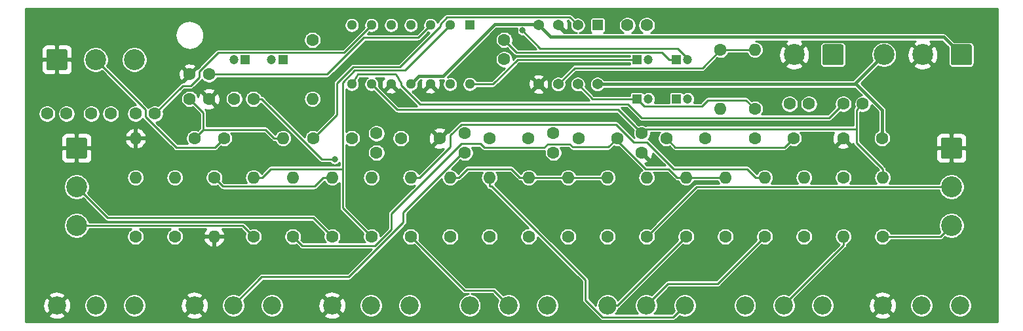
<source format=gbr>
G04 #@! TF.GenerationSoftware,KiCad,Pcbnew,(5.1.2)-2*
G04 #@! TF.CreationDate,2019-10-23T19:57:53-03:00*
G04 #@! TF.ProjectId,Mix_pre_tonal,4d69785f-7072-4655-9f74-6f6e616c2e6b,rev?*
G04 #@! TF.SameCoordinates,Original*
G04 #@! TF.FileFunction,Copper,L1,Top*
G04 #@! TF.FilePolarity,Positive*
%FSLAX46Y46*%
G04 Gerber Fmt 4.6, Leading zero omitted, Abs format (unit mm)*
G04 Created by KiCad (PCBNEW (5.1.2)-2) date 2019-10-23 19:57:53*
%MOMM*%
%LPD*%
G04 APERTURE LIST*
%ADD10C,1.200000*%
%ADD11R,1.200000X1.200000*%
%ADD12C,2.340000*%
%ADD13C,1.371600*%
%ADD14R,1.371600X1.371600*%
%ADD15C,1.295400*%
%ADD16R,1.295400X1.295400*%
%ADD17O,1.600000X1.600000*%
%ADD18C,1.600000*%
%ADD19C,2.700000*%
%ADD20C,0.100000*%
%ADD21C,0.800000*%
%ADD22C,0.250000*%
%ADD23C,0.400000*%
%ADD24C,0.254000*%
G04 APERTURE END LIST*
D10*
X120880000Y-121920000D03*
D11*
X119380000Y-121920000D03*
D10*
X120880000Y-116840000D03*
D11*
X119380000Y-116840000D03*
D10*
X125960000Y-121920000D03*
D11*
X124460000Y-121920000D03*
D10*
X72160000Y-116840000D03*
D11*
X73660000Y-116840000D03*
D10*
X67310000Y-116840000D03*
D11*
X68810000Y-116840000D03*
D10*
X125960000Y-116840000D03*
D11*
X124460000Y-116840000D03*
D12*
X151130000Y-148590000D03*
X156130000Y-148590000D03*
X161130000Y-148590000D03*
X133350000Y-148590000D03*
X138350000Y-148590000D03*
X143350000Y-148590000D03*
X115570000Y-148590000D03*
X120570000Y-148590000D03*
X125570000Y-148590000D03*
X80010000Y-148590000D03*
X85010000Y-148590000D03*
X90010000Y-148590000D03*
X62230000Y-148590000D03*
X67230000Y-148590000D03*
X72230000Y-148590000D03*
X44450000Y-148590000D03*
X49450000Y-148590000D03*
X54450000Y-148590000D03*
X97790000Y-148590000D03*
X102790000Y-148590000D03*
X107790000Y-148590000D03*
D13*
X114300000Y-120015000D03*
X111760000Y-120015000D03*
X109220000Y-120015000D03*
X106680000Y-120015000D03*
X106680000Y-112395000D03*
X109220000Y-112395000D03*
X111760000Y-112395000D03*
D14*
X114300000Y-112395000D03*
D15*
X97790000Y-120015000D03*
X95250000Y-120015000D03*
X92710000Y-120015000D03*
X90170000Y-120015000D03*
X87630000Y-120015000D03*
X85090000Y-120015000D03*
X82550000Y-120015000D03*
X82550000Y-112395000D03*
X85090000Y-112395000D03*
X87630000Y-112395000D03*
X90170000Y-112395000D03*
X92710000Y-112395000D03*
X95250000Y-112395000D03*
D16*
X97790000Y-112395000D03*
D17*
X110490000Y-132080000D03*
D18*
X110490000Y-139700000D03*
D17*
X134620000Y-115570000D03*
D18*
X134620000Y-123190000D03*
D17*
X130175000Y-123190000D03*
D18*
X130175000Y-115570000D03*
D17*
X74930000Y-132080000D03*
D18*
X74930000Y-139700000D03*
D17*
X146050000Y-139700000D03*
D18*
X146050000Y-132080000D03*
D17*
X130810000Y-132080000D03*
D18*
X130810000Y-139700000D03*
D17*
X140970000Y-132080000D03*
D18*
X140970000Y-139700000D03*
D17*
X135890000Y-132080000D03*
D18*
X135890000Y-139700000D03*
D17*
X125730000Y-132080000D03*
D18*
X125730000Y-139700000D03*
D17*
X100330000Y-132080000D03*
D18*
X100330000Y-139700000D03*
D17*
X90170000Y-132080000D03*
D18*
X90170000Y-139700000D03*
D17*
X115570000Y-132080000D03*
D18*
X115570000Y-139700000D03*
D17*
X105410000Y-132080000D03*
D18*
X105410000Y-139700000D03*
D17*
X77470000Y-121920000D03*
D18*
X77470000Y-114300000D03*
D17*
X54610000Y-132080000D03*
D18*
X54610000Y-139700000D03*
D17*
X85090000Y-132080000D03*
D18*
X85090000Y-139700000D03*
D17*
X54610000Y-127000000D03*
D18*
X62230000Y-127000000D03*
D17*
X64770000Y-139700000D03*
D18*
X64770000Y-132080000D03*
D17*
X120650000Y-132080000D03*
D18*
X120650000Y-139700000D03*
D17*
X151130000Y-132080000D03*
D18*
X151130000Y-139700000D03*
D17*
X73660000Y-127000000D03*
D18*
X66040000Y-127000000D03*
D17*
X59690000Y-132080000D03*
D18*
X59690000Y-139700000D03*
D17*
X80010000Y-132080000D03*
D18*
X80010000Y-139700000D03*
D17*
X69850000Y-132080000D03*
D18*
X69850000Y-139700000D03*
D19*
X139700000Y-116205000D03*
D20*
G36*
X145824503Y-114856204D02*
G01*
X145848772Y-114859804D01*
X145872570Y-114865765D01*
X145895670Y-114874030D01*
X145917849Y-114884520D01*
X145938892Y-114897133D01*
X145958598Y-114911748D01*
X145976776Y-114928224D01*
X145993252Y-114946402D01*
X146007867Y-114966108D01*
X146020480Y-114987151D01*
X146030970Y-115009330D01*
X146039235Y-115032430D01*
X146045196Y-115056228D01*
X146048796Y-115080497D01*
X146050000Y-115105001D01*
X146050000Y-117304999D01*
X146048796Y-117329503D01*
X146045196Y-117353772D01*
X146039235Y-117377570D01*
X146030970Y-117400670D01*
X146020480Y-117422849D01*
X146007867Y-117443892D01*
X145993252Y-117463598D01*
X145976776Y-117481776D01*
X145958598Y-117498252D01*
X145938892Y-117512867D01*
X145917849Y-117525480D01*
X145895670Y-117535970D01*
X145872570Y-117544235D01*
X145848772Y-117550196D01*
X145824503Y-117553796D01*
X145799999Y-117555000D01*
X143600001Y-117555000D01*
X143575497Y-117553796D01*
X143551228Y-117550196D01*
X143527430Y-117544235D01*
X143504330Y-117535970D01*
X143482151Y-117525480D01*
X143461108Y-117512867D01*
X143441402Y-117498252D01*
X143423224Y-117481776D01*
X143406748Y-117463598D01*
X143392133Y-117443892D01*
X143379520Y-117422849D01*
X143369030Y-117400670D01*
X143360765Y-117377570D01*
X143354804Y-117353772D01*
X143351204Y-117329503D01*
X143350000Y-117304999D01*
X143350000Y-115105001D01*
X143351204Y-115080497D01*
X143354804Y-115056228D01*
X143360765Y-115032430D01*
X143369030Y-115009330D01*
X143379520Y-114987151D01*
X143392133Y-114966108D01*
X143406748Y-114946402D01*
X143423224Y-114928224D01*
X143441402Y-114911748D01*
X143461108Y-114897133D01*
X143482151Y-114884520D01*
X143504330Y-114874030D01*
X143527430Y-114865765D01*
X143551228Y-114859804D01*
X143575497Y-114856204D01*
X143600001Y-114855000D01*
X145799999Y-114855000D01*
X145824503Y-114856204D01*
X145824503Y-114856204D01*
G37*
D19*
X144700000Y-116205000D03*
X151290000Y-116205000D03*
X156290000Y-116205000D03*
D20*
G36*
X162414503Y-114856204D02*
G01*
X162438772Y-114859804D01*
X162462570Y-114865765D01*
X162485670Y-114874030D01*
X162507849Y-114884520D01*
X162528892Y-114897133D01*
X162548598Y-114911748D01*
X162566776Y-114928224D01*
X162583252Y-114946402D01*
X162597867Y-114966108D01*
X162610480Y-114987151D01*
X162620970Y-115009330D01*
X162629235Y-115032430D01*
X162635196Y-115056228D01*
X162638796Y-115080497D01*
X162640000Y-115105001D01*
X162640000Y-117304999D01*
X162638796Y-117329503D01*
X162635196Y-117353772D01*
X162629235Y-117377570D01*
X162620970Y-117400670D01*
X162610480Y-117422849D01*
X162597867Y-117443892D01*
X162583252Y-117463598D01*
X162566776Y-117481776D01*
X162548598Y-117498252D01*
X162528892Y-117512867D01*
X162507849Y-117525480D01*
X162485670Y-117535970D01*
X162462570Y-117544235D01*
X162438772Y-117550196D01*
X162414503Y-117553796D01*
X162389999Y-117555000D01*
X160190001Y-117555000D01*
X160165497Y-117553796D01*
X160141228Y-117550196D01*
X160117430Y-117544235D01*
X160094330Y-117535970D01*
X160072151Y-117525480D01*
X160051108Y-117512867D01*
X160031402Y-117498252D01*
X160013224Y-117481776D01*
X159996748Y-117463598D01*
X159982133Y-117443892D01*
X159969520Y-117422849D01*
X159959030Y-117400670D01*
X159950765Y-117377570D01*
X159944804Y-117353772D01*
X159941204Y-117329503D01*
X159940000Y-117304999D01*
X159940000Y-115105001D01*
X159941204Y-115080497D01*
X159944804Y-115056228D01*
X159950765Y-115032430D01*
X159959030Y-115009330D01*
X159969520Y-114987151D01*
X159982133Y-114966108D01*
X159996748Y-114946402D01*
X160013224Y-114928224D01*
X160031402Y-114911748D01*
X160051108Y-114897133D01*
X160072151Y-114884520D01*
X160094330Y-114874030D01*
X160117430Y-114865765D01*
X160141228Y-114859804D01*
X160165497Y-114856204D01*
X160190001Y-114855000D01*
X162389999Y-114855000D01*
X162414503Y-114856204D01*
X162414503Y-114856204D01*
G37*
D19*
X161290000Y-116205000D03*
X160020000Y-138270000D03*
X160020000Y-133270000D03*
D20*
G36*
X161144503Y-126921204D02*
G01*
X161168772Y-126924804D01*
X161192570Y-126930765D01*
X161215670Y-126939030D01*
X161237849Y-126949520D01*
X161258892Y-126962133D01*
X161278598Y-126976748D01*
X161296776Y-126993224D01*
X161313252Y-127011402D01*
X161327867Y-127031108D01*
X161340480Y-127052151D01*
X161350970Y-127074330D01*
X161359235Y-127097430D01*
X161365196Y-127121228D01*
X161368796Y-127145497D01*
X161370000Y-127170001D01*
X161370000Y-129369999D01*
X161368796Y-129394503D01*
X161365196Y-129418772D01*
X161359235Y-129442570D01*
X161350970Y-129465670D01*
X161340480Y-129487849D01*
X161327867Y-129508892D01*
X161313252Y-129528598D01*
X161296776Y-129546776D01*
X161278598Y-129563252D01*
X161258892Y-129577867D01*
X161237849Y-129590480D01*
X161215670Y-129600970D01*
X161192570Y-129609235D01*
X161168772Y-129615196D01*
X161144503Y-129618796D01*
X161119999Y-129620000D01*
X158920001Y-129620000D01*
X158895497Y-129618796D01*
X158871228Y-129615196D01*
X158847430Y-129609235D01*
X158824330Y-129600970D01*
X158802151Y-129590480D01*
X158781108Y-129577867D01*
X158761402Y-129563252D01*
X158743224Y-129546776D01*
X158726748Y-129528598D01*
X158712133Y-129508892D01*
X158699520Y-129487849D01*
X158689030Y-129465670D01*
X158680765Y-129442570D01*
X158674804Y-129418772D01*
X158671204Y-129394503D01*
X158670000Y-129369999D01*
X158670000Y-127170001D01*
X158671204Y-127145497D01*
X158674804Y-127121228D01*
X158680765Y-127097430D01*
X158689030Y-127074330D01*
X158699520Y-127052151D01*
X158712133Y-127031108D01*
X158726748Y-127011402D01*
X158743224Y-126993224D01*
X158761402Y-126976748D01*
X158781108Y-126962133D01*
X158802151Y-126949520D01*
X158824330Y-126939030D01*
X158847430Y-126930765D01*
X158871228Y-126924804D01*
X158895497Y-126921204D01*
X158920001Y-126920000D01*
X161119999Y-126920000D01*
X161144503Y-126921204D01*
X161144503Y-126921204D01*
G37*
D19*
X160020000Y-128270000D03*
X54450000Y-116840000D03*
X49450000Y-116840000D03*
D20*
G36*
X45574503Y-115491204D02*
G01*
X45598772Y-115494804D01*
X45622570Y-115500765D01*
X45645670Y-115509030D01*
X45667849Y-115519520D01*
X45688892Y-115532133D01*
X45708598Y-115546748D01*
X45726776Y-115563224D01*
X45743252Y-115581402D01*
X45757867Y-115601108D01*
X45770480Y-115622151D01*
X45780970Y-115644330D01*
X45789235Y-115667430D01*
X45795196Y-115691228D01*
X45798796Y-115715497D01*
X45800000Y-115740001D01*
X45800000Y-117939999D01*
X45798796Y-117964503D01*
X45795196Y-117988772D01*
X45789235Y-118012570D01*
X45780970Y-118035670D01*
X45770480Y-118057849D01*
X45757867Y-118078892D01*
X45743252Y-118098598D01*
X45726776Y-118116776D01*
X45708598Y-118133252D01*
X45688892Y-118147867D01*
X45667849Y-118160480D01*
X45645670Y-118170970D01*
X45622570Y-118179235D01*
X45598772Y-118185196D01*
X45574503Y-118188796D01*
X45549999Y-118190000D01*
X43350001Y-118190000D01*
X43325497Y-118188796D01*
X43301228Y-118185196D01*
X43277430Y-118179235D01*
X43254330Y-118170970D01*
X43232151Y-118160480D01*
X43211108Y-118147867D01*
X43191402Y-118133252D01*
X43173224Y-118116776D01*
X43156748Y-118098598D01*
X43142133Y-118078892D01*
X43129520Y-118057849D01*
X43119030Y-118035670D01*
X43110765Y-118012570D01*
X43104804Y-117988772D01*
X43101204Y-117964503D01*
X43100000Y-117939999D01*
X43100000Y-115740001D01*
X43101204Y-115715497D01*
X43104804Y-115691228D01*
X43110765Y-115667430D01*
X43119030Y-115644330D01*
X43129520Y-115622151D01*
X43142133Y-115601108D01*
X43156748Y-115581402D01*
X43173224Y-115563224D01*
X43191402Y-115546748D01*
X43211108Y-115532133D01*
X43232151Y-115519520D01*
X43254330Y-115509030D01*
X43277430Y-115500765D01*
X43301228Y-115494804D01*
X43325497Y-115491204D01*
X43350001Y-115490000D01*
X45549999Y-115490000D01*
X45574503Y-115491204D01*
X45574503Y-115491204D01*
G37*
D19*
X44450000Y-116840000D03*
X46990000Y-138270000D03*
X46990000Y-133270000D03*
D20*
G36*
X48114503Y-126921204D02*
G01*
X48138772Y-126924804D01*
X48162570Y-126930765D01*
X48185670Y-126939030D01*
X48207849Y-126949520D01*
X48228892Y-126962133D01*
X48248598Y-126976748D01*
X48266776Y-126993224D01*
X48283252Y-127011402D01*
X48297867Y-127031108D01*
X48310480Y-127052151D01*
X48320970Y-127074330D01*
X48329235Y-127097430D01*
X48335196Y-127121228D01*
X48338796Y-127145497D01*
X48340000Y-127170001D01*
X48340000Y-129369999D01*
X48338796Y-129394503D01*
X48335196Y-129418772D01*
X48329235Y-129442570D01*
X48320970Y-129465670D01*
X48310480Y-129487849D01*
X48297867Y-129508892D01*
X48283252Y-129528598D01*
X48266776Y-129546776D01*
X48248598Y-129563252D01*
X48228892Y-129577867D01*
X48207849Y-129590480D01*
X48185670Y-129600970D01*
X48162570Y-129609235D01*
X48138772Y-129615196D01*
X48114503Y-129618796D01*
X48089999Y-129620000D01*
X45890001Y-129620000D01*
X45865497Y-129618796D01*
X45841228Y-129615196D01*
X45817430Y-129609235D01*
X45794330Y-129600970D01*
X45772151Y-129590480D01*
X45751108Y-129577867D01*
X45731402Y-129563252D01*
X45713224Y-129546776D01*
X45696748Y-129528598D01*
X45682133Y-129508892D01*
X45669520Y-129487849D01*
X45659030Y-129465670D01*
X45650765Y-129442570D01*
X45644804Y-129418772D01*
X45641204Y-129394503D01*
X45640000Y-129369999D01*
X45640000Y-127170001D01*
X45641204Y-127145497D01*
X45644804Y-127121228D01*
X45650765Y-127097430D01*
X45659030Y-127074330D01*
X45669520Y-127052151D01*
X45682133Y-127031108D01*
X45696748Y-127011402D01*
X45713224Y-126993224D01*
X45731402Y-126976748D01*
X45751108Y-126962133D01*
X45772151Y-126949520D01*
X45794330Y-126939030D01*
X45817430Y-126930765D01*
X45841228Y-126924804D01*
X45865497Y-126921204D01*
X45890001Y-126920000D01*
X48089999Y-126920000D01*
X48114503Y-126921204D01*
X48114503Y-126921204D01*
G37*
D19*
X46990000Y-128270000D03*
D18*
X85725000Y-128865000D03*
X85725000Y-126365000D03*
X141605000Y-122555000D03*
X139105000Y-122555000D03*
X120650000Y-112395000D03*
X118150000Y-112395000D03*
X77550000Y-127000000D03*
X82550000Y-127000000D03*
X128190000Y-127000000D03*
X123190000Y-127000000D03*
X134620000Y-127000000D03*
X139620000Y-127000000D03*
X88900000Y-127000000D03*
X93900000Y-127000000D03*
X146050000Y-127000000D03*
X151050000Y-127000000D03*
X108585000Y-128865000D03*
X108585000Y-126365000D03*
X97155000Y-128865000D03*
X97155000Y-126365000D03*
X67350000Y-121920000D03*
X69850000Y-121920000D03*
X116840000Y-127000000D03*
X111840000Y-127000000D03*
X105330000Y-127000000D03*
X100330000Y-127000000D03*
X64095000Y-121920000D03*
X61595000Y-121920000D03*
X61595000Y-118745000D03*
X64095000Y-118745000D03*
X148550000Y-122555000D03*
X146050000Y-122555000D03*
X57110000Y-123825000D03*
X54610000Y-123825000D03*
X102235000Y-116800000D03*
X102235000Y-114300000D03*
X120015000Y-128865000D03*
X120015000Y-126365000D03*
X43180000Y-123825000D03*
X45680000Y-123825000D03*
X48895000Y-123825000D03*
X51395000Y-123825000D03*
X95250000Y-139700000D03*
D17*
X95250000Y-132080000D03*
D21*
X80354000Y-129718300D03*
X104590300Y-113060000D03*
D22*
X46990000Y-133270000D02*
X51006400Y-137286400D01*
X51006400Y-137286400D02*
X77596400Y-137286400D01*
X77596400Y-137286400D02*
X80010000Y-139700000D01*
X46990000Y-138270000D02*
X68420000Y-138270000D01*
X68420000Y-138270000D02*
X69850000Y-139700000D01*
X49450000Y-116840000D02*
X55860000Y-123250000D01*
X55860000Y-123250000D02*
X55860000Y-124190200D01*
X55860000Y-124190200D02*
X59841600Y-128171800D01*
X59841600Y-128171800D02*
X64868200Y-128171800D01*
X64868200Y-128171800D02*
X66040000Y-127000000D01*
X81378900Y-130954700D02*
X81378900Y-135988900D01*
X81378900Y-135988900D02*
X85090000Y-139700000D01*
X70975300Y-132080000D02*
X72100600Y-130954700D01*
X72100600Y-130954700D02*
X81378900Y-130954700D01*
X69850000Y-132080000D02*
X70975300Y-132080000D01*
X82942200Y-118225900D02*
X81378900Y-119789200D01*
X89419100Y-118225900D02*
X82942200Y-118225900D01*
X95250000Y-112395000D02*
X89419100Y-118225900D01*
X81378900Y-119789200D02*
X81378900Y-130954700D01*
X124460000Y-116840000D02*
X123534700Y-116840000D01*
X102235000Y-114300000D02*
X103849700Y-115914700D01*
X103849700Y-115914700D02*
X122609400Y-115914700D01*
X122609400Y-115914700D02*
X123534700Y-116840000D01*
X57110000Y-123825000D02*
X60727100Y-120207900D01*
X60727100Y-120207900D02*
X61752500Y-120207900D01*
X61752500Y-120207900D02*
X62845000Y-119115400D01*
X62845000Y-119115400D02*
X62845000Y-118398600D01*
X62845000Y-118398600D02*
X65328900Y-115914700D01*
X65328900Y-115914700D02*
X81570300Y-115914700D01*
X81570300Y-115914700D02*
X85090000Y-112395000D01*
X120015000Y-126365000D02*
X116948700Y-123298700D01*
X116948700Y-123298700D02*
X88373700Y-123298700D01*
X88373700Y-123298700D02*
X85090000Y-120015000D01*
X147750100Y-125806900D02*
X147750100Y-127574800D01*
X147750100Y-127574800D02*
X151130000Y-130954700D01*
X148550000Y-122555000D02*
X147750100Y-123354900D01*
X147750100Y-123354900D02*
X147750100Y-125806900D01*
X120015000Y-126365000D02*
X120573100Y-125806900D01*
X120573100Y-125806900D02*
X147750100Y-125806900D01*
X151130000Y-132080000D02*
X151130000Y-130954700D01*
X144242600Y-124362400D02*
X119968700Y-124362400D01*
X146050000Y-122555000D02*
X144242600Y-124362400D01*
X119968700Y-124362400D02*
X118191400Y-122585100D01*
X118191400Y-122585100D02*
X91356200Y-122585100D01*
X91356200Y-122585100D02*
X88900000Y-120128900D01*
X88900000Y-120128900D02*
X88900000Y-119857000D01*
X83312000Y-118745000D02*
X82550000Y-120015000D01*
X88900000Y-119857000D02*
X88265000Y-118745000D01*
X88265000Y-118745000D02*
X83312000Y-118745000D01*
X64095000Y-118745000D02*
X79376900Y-118745000D01*
X79376900Y-118745000D02*
X84133600Y-113988300D01*
X84133600Y-113988300D02*
X91116700Y-113988300D01*
X91116700Y-113988300D02*
X92710000Y-112395000D01*
X80010000Y-132080000D02*
X78884700Y-132080000D01*
X64770000Y-132080000D02*
X65895300Y-133205300D01*
X65895300Y-133205300D02*
X77759400Y-133205300D01*
X77759400Y-133205300D02*
X78884700Y-132080000D01*
X63355300Y-125874700D02*
X71409400Y-125874700D01*
X71409400Y-125874700D02*
X72534700Y-127000000D01*
X62230000Y-127000000D02*
X63355300Y-125874700D01*
X61595000Y-121920000D02*
X63355300Y-123680300D01*
X63355300Y-123680300D02*
X63355300Y-125874700D01*
X73660000Y-127000000D02*
X72534700Y-127000000D01*
X116698300Y-127141700D02*
X116840000Y-127000000D01*
X74930000Y-139700000D02*
X76106900Y-140876900D01*
X76106900Y-140876900D02*
X85560600Y-140876900D01*
X85560600Y-140876900D02*
X87638700Y-138798800D01*
X87638700Y-138798800D02*
X87638700Y-136758200D01*
X87638700Y-136758200D02*
X96683400Y-127713500D01*
X96683400Y-127713500D02*
X99178500Y-127713500D01*
X99178500Y-127713500D02*
X99638200Y-128173200D01*
X99638200Y-128173200D02*
X107411800Y-128173200D01*
X107411800Y-128173200D02*
X107856500Y-127728500D01*
X107856500Y-127728500D02*
X110703500Y-127728500D01*
X110703500Y-127728500D02*
X111108400Y-128133400D01*
X111108400Y-128133400D02*
X115706600Y-128133400D01*
X115706600Y-128133400D02*
X116698300Y-127141700D01*
X116698300Y-127141700D02*
X120511300Y-130954700D01*
X120511300Y-130954700D02*
X123479400Y-130954700D01*
X123479400Y-130954700D02*
X124604700Y-132080000D01*
X125730000Y-132080000D02*
X124604700Y-132080000D01*
X125730000Y-132080000D02*
X130810000Y-132080000D01*
X80354000Y-129718300D02*
X78675200Y-129718300D01*
X78675200Y-129718300D02*
X70876900Y-121920000D01*
X70876900Y-121920000D02*
X69850000Y-121920000D01*
X97155000Y-128865000D02*
X96870600Y-128865000D01*
X96870600Y-128865000D02*
X89193800Y-136541800D01*
X89193800Y-136541800D02*
X89193800Y-137880600D01*
X89193800Y-137880600D02*
X82173800Y-144900600D01*
X82173800Y-144900600D02*
X70919400Y-144900600D01*
X70919400Y-144900600D02*
X67230000Y-148590000D01*
D23*
X147606600Y-119888400D02*
X147480000Y-120015000D01*
X147480000Y-120015000D02*
X114300000Y-120015000D01*
X151290000Y-116205000D02*
X147606600Y-119888400D01*
X151050000Y-127000000D02*
X151050000Y-123331800D01*
X151050000Y-123331800D02*
X147606600Y-119888400D01*
X106680000Y-112395000D02*
X106544700Y-112259700D01*
X106544700Y-112259700D02*
X101007700Y-112259700D01*
X101007700Y-112259700D02*
X94300500Y-118966900D01*
X94300500Y-118966900D02*
X91218100Y-118966900D01*
X91218100Y-118966900D02*
X90170000Y-120015000D01*
X106680000Y-112395000D02*
X108201700Y-113916700D01*
X108201700Y-113916700D02*
X159001700Y-113916700D01*
X159001700Y-113916700D02*
X161290000Y-116205000D01*
D22*
X104590300Y-113060000D02*
X106898800Y-115368500D01*
X106898800Y-115368500D02*
X124672600Y-115368500D01*
X124672600Y-115368500D02*
X125960000Y-116655900D01*
X125960000Y-116655900D02*
X125960000Y-116840000D01*
X139620000Y-127000000D02*
X138466200Y-128153800D01*
X138466200Y-128153800D02*
X124343800Y-128153800D01*
X124343800Y-128153800D02*
X123190000Y-127000000D01*
X146050000Y-139700000D02*
X146050000Y-140825300D01*
X146050000Y-140825300D02*
X138350000Y-148525300D01*
X138350000Y-148525300D02*
X138350000Y-148590000D01*
X80609600Y-119894600D02*
X82728700Y-117775500D01*
X94871600Y-111350300D02*
X110715300Y-111350300D01*
X93980100Y-112527900D02*
X93980100Y-112241800D01*
X88732500Y-117775500D02*
X93980100Y-112527900D01*
X77550000Y-127000000D02*
X80609600Y-123940400D01*
X80609600Y-123940400D02*
X80609600Y-119894600D01*
X82728700Y-117775500D02*
X88732500Y-117775500D01*
X93980100Y-112241800D02*
X94871600Y-111350300D01*
X110715300Y-111350300D02*
X111760000Y-112395000D01*
X135890000Y-132080000D02*
X134764700Y-132080000D01*
X90170000Y-132080000D02*
X91295300Y-132080000D01*
X91295300Y-132080000D02*
X95263900Y-128111400D01*
X95263900Y-128111400D02*
X95263900Y-126610000D01*
X95263900Y-126610000D02*
X96672600Y-125201300D01*
X96672600Y-125201300D02*
X116665500Y-125201300D01*
X116665500Y-125201300D02*
X118954600Y-127490400D01*
X118954600Y-127490400D02*
X120652000Y-127490400D01*
X120652000Y-127490400D02*
X124116300Y-130954700D01*
X124116300Y-130954700D02*
X133639400Y-130954700D01*
X133639400Y-130954700D02*
X134764700Y-132080000D01*
X134620000Y-123190000D02*
X133489900Y-122059900D01*
X133489900Y-122059900D02*
X128572700Y-122059900D01*
X128572700Y-122059900D02*
X127774000Y-122858600D01*
X127774000Y-122858600D02*
X120318600Y-122858600D01*
X120318600Y-122858600D02*
X119380000Y-121920000D01*
X119380000Y-121920000D02*
X113665000Y-121920000D01*
X113665000Y-121920000D02*
X111760000Y-120015000D01*
X130175000Y-115570000D02*
X127830400Y-117914600D01*
X127830400Y-117914600D02*
X111320400Y-117914600D01*
X111320400Y-117914600D02*
X109220000Y-120015000D01*
X134620000Y-115570000D02*
X130175000Y-115570000D01*
X105410000Y-132080000D02*
X104284700Y-132080000D01*
X95250000Y-132080000D02*
X96375300Y-132080000D01*
X96375300Y-132080000D02*
X97500600Y-130954700D01*
X97500600Y-130954700D02*
X103159400Y-130954700D01*
X103159400Y-130954700D02*
X104284700Y-132080000D01*
X110490000Y-132080000D02*
X111615300Y-132080000D01*
X111615300Y-132080000D02*
X114444700Y-132080000D01*
X105410000Y-132080000D02*
X110490000Y-132080000D01*
X115570000Y-132080000D02*
X114444700Y-132080000D01*
X160020000Y-138270000D02*
X158590000Y-139700000D01*
X158590000Y-139700000D02*
X151130000Y-139700000D01*
X160020000Y-133270000D02*
X127080000Y-133270000D01*
X127080000Y-133270000D02*
X120650000Y-139700000D01*
X90170000Y-139700000D02*
X97113100Y-146643100D01*
X97113100Y-146643100D02*
X100843100Y-146643100D01*
X100843100Y-146643100D02*
X102790000Y-148590000D01*
X125730000Y-139700000D02*
X116840000Y-148590000D01*
X116840000Y-148590000D02*
X115570000Y-148590000D01*
X135890000Y-139700000D02*
X129806400Y-145783600D01*
X129806400Y-145783600D02*
X123376400Y-145783600D01*
X123376400Y-145783600D02*
X120570000Y-148590000D01*
X100330000Y-132080000D02*
X100330000Y-133205300D01*
X100330000Y-133205300D02*
X100611300Y-133205300D01*
X100611300Y-133205300D02*
X112726200Y-145320200D01*
X112726200Y-145320200D02*
X112726200Y-147894400D01*
X112726200Y-147894400D02*
X114928800Y-150097000D01*
X114928800Y-150097000D02*
X124063000Y-150097000D01*
X124063000Y-150097000D02*
X125570000Y-148590000D01*
X97790000Y-120015000D02*
X100809600Y-120015000D01*
X100809600Y-120015000D02*
X103984600Y-116840000D01*
X103984600Y-116840000D02*
X119380000Y-116840000D01*
D24*
G36*
X165993000Y-150753000D02*
G01*
X40377045Y-150753000D01*
X40377154Y-149846602D01*
X43373003Y-149846602D01*
X43489275Y-150128389D01*
X43807860Y-150286257D01*
X44151122Y-150378938D01*
X44505869Y-150402873D01*
X44858470Y-150357139D01*
X45195373Y-150243495D01*
X45410725Y-150128389D01*
X45526997Y-149846602D01*
X44450000Y-148769605D01*
X43373003Y-149846602D01*
X40377154Y-149846602D01*
X40377300Y-148645869D01*
X42637127Y-148645869D01*
X42682861Y-148998470D01*
X42796505Y-149335373D01*
X42911611Y-149550725D01*
X43193398Y-149666997D01*
X44270395Y-148590000D01*
X44629605Y-148590000D01*
X45706602Y-149666997D01*
X45988389Y-149550725D01*
X46146257Y-149232140D01*
X46238938Y-148888878D01*
X46262873Y-148534131D01*
X46250996Y-148442558D01*
X47953000Y-148442558D01*
X47953000Y-148737442D01*
X48010529Y-149026659D01*
X48123376Y-149299095D01*
X48287204Y-149544282D01*
X48495718Y-149752796D01*
X48740905Y-149916624D01*
X49013341Y-150029471D01*
X49302558Y-150087000D01*
X49597442Y-150087000D01*
X49886659Y-150029471D01*
X50159095Y-149916624D01*
X50404282Y-149752796D01*
X50612796Y-149544282D01*
X50776624Y-149299095D01*
X50889471Y-149026659D01*
X50947000Y-148737442D01*
X50947000Y-148442558D01*
X52953000Y-148442558D01*
X52953000Y-148737442D01*
X53010529Y-149026659D01*
X53123376Y-149299095D01*
X53287204Y-149544282D01*
X53495718Y-149752796D01*
X53740905Y-149916624D01*
X54013341Y-150029471D01*
X54302558Y-150087000D01*
X54597442Y-150087000D01*
X54886659Y-150029471D01*
X55159095Y-149916624D01*
X55263890Y-149846602D01*
X61153003Y-149846602D01*
X61269275Y-150128389D01*
X61587860Y-150286257D01*
X61931122Y-150378938D01*
X62285869Y-150402873D01*
X62638470Y-150357139D01*
X62975373Y-150243495D01*
X63190725Y-150128389D01*
X63306997Y-149846602D01*
X62230000Y-148769605D01*
X61153003Y-149846602D01*
X55263890Y-149846602D01*
X55404282Y-149752796D01*
X55612796Y-149544282D01*
X55776624Y-149299095D01*
X55889471Y-149026659D01*
X55947000Y-148737442D01*
X55947000Y-148645869D01*
X60417127Y-148645869D01*
X60462861Y-148998470D01*
X60576505Y-149335373D01*
X60691611Y-149550725D01*
X60973398Y-149666997D01*
X62050395Y-148590000D01*
X62409605Y-148590000D01*
X63486602Y-149666997D01*
X63768389Y-149550725D01*
X63926257Y-149232140D01*
X64018938Y-148888878D01*
X64042873Y-148534131D01*
X63997139Y-148181530D01*
X63883495Y-147844627D01*
X63768389Y-147629275D01*
X63486602Y-147513003D01*
X62409605Y-148590000D01*
X62050395Y-148590000D01*
X60973398Y-147513003D01*
X60691611Y-147629275D01*
X60533743Y-147947860D01*
X60441062Y-148291122D01*
X60417127Y-148645869D01*
X55947000Y-148645869D01*
X55947000Y-148442558D01*
X55889471Y-148153341D01*
X55776624Y-147880905D01*
X55612796Y-147635718D01*
X55404282Y-147427204D01*
X55263891Y-147333398D01*
X61153003Y-147333398D01*
X62230000Y-148410395D01*
X63306997Y-147333398D01*
X63190725Y-147051611D01*
X62872140Y-146893743D01*
X62528878Y-146801062D01*
X62174131Y-146777127D01*
X61821530Y-146822861D01*
X61484627Y-146936505D01*
X61269275Y-147051611D01*
X61153003Y-147333398D01*
X55263891Y-147333398D01*
X55159095Y-147263376D01*
X54886659Y-147150529D01*
X54597442Y-147093000D01*
X54302558Y-147093000D01*
X54013341Y-147150529D01*
X53740905Y-147263376D01*
X53495718Y-147427204D01*
X53287204Y-147635718D01*
X53123376Y-147880905D01*
X53010529Y-148153341D01*
X52953000Y-148442558D01*
X50947000Y-148442558D01*
X50889471Y-148153341D01*
X50776624Y-147880905D01*
X50612796Y-147635718D01*
X50404282Y-147427204D01*
X50159095Y-147263376D01*
X49886659Y-147150529D01*
X49597442Y-147093000D01*
X49302558Y-147093000D01*
X49013341Y-147150529D01*
X48740905Y-147263376D01*
X48495718Y-147427204D01*
X48287204Y-147635718D01*
X48123376Y-147880905D01*
X48010529Y-148153341D01*
X47953000Y-148442558D01*
X46250996Y-148442558D01*
X46217139Y-148181530D01*
X46103495Y-147844627D01*
X45988389Y-147629275D01*
X45706602Y-147513003D01*
X44629605Y-148590000D01*
X44270395Y-148590000D01*
X43193398Y-147513003D01*
X42911611Y-147629275D01*
X42753743Y-147947860D01*
X42661062Y-148291122D01*
X42637127Y-148645869D01*
X40377300Y-148645869D01*
X40377458Y-147333398D01*
X43373003Y-147333398D01*
X44450000Y-148410395D01*
X45526997Y-147333398D01*
X45410725Y-147051611D01*
X45092140Y-146893743D01*
X44748878Y-146801062D01*
X44394131Y-146777127D01*
X44041530Y-146822861D01*
X43704627Y-146936505D01*
X43489275Y-147051611D01*
X43373003Y-147333398D01*
X40377458Y-147333398D01*
X40378575Y-138104830D01*
X45313000Y-138104830D01*
X45313000Y-138435170D01*
X45377446Y-138759163D01*
X45503862Y-139064357D01*
X45687389Y-139339025D01*
X45920975Y-139572611D01*
X46195643Y-139756138D01*
X46500837Y-139882554D01*
X46824830Y-139947000D01*
X47155170Y-139947000D01*
X47479163Y-139882554D01*
X47784357Y-139756138D01*
X48059025Y-139572611D01*
X48292611Y-139339025D01*
X48476138Y-139064357D01*
X48602554Y-138759163D01*
X48609946Y-138722000D01*
X54045134Y-138722000D01*
X53891579Y-138824602D01*
X53734602Y-138981579D01*
X53611266Y-139166165D01*
X53526310Y-139371266D01*
X53483000Y-139589000D01*
X53483000Y-139811000D01*
X53526310Y-140028734D01*
X53611266Y-140233835D01*
X53734602Y-140418421D01*
X53891579Y-140575398D01*
X54076165Y-140698734D01*
X54281266Y-140783690D01*
X54499000Y-140827000D01*
X54721000Y-140827000D01*
X54938734Y-140783690D01*
X55143835Y-140698734D01*
X55328421Y-140575398D01*
X55485398Y-140418421D01*
X55608734Y-140233835D01*
X55693690Y-140028734D01*
X55737000Y-139811000D01*
X55737000Y-139589000D01*
X55693690Y-139371266D01*
X55608734Y-139166165D01*
X55485398Y-138981579D01*
X55328421Y-138824602D01*
X55174866Y-138722000D01*
X59125134Y-138722000D01*
X58971579Y-138824602D01*
X58814602Y-138981579D01*
X58691266Y-139166165D01*
X58606310Y-139371266D01*
X58563000Y-139589000D01*
X58563000Y-139811000D01*
X58606310Y-140028734D01*
X58691266Y-140233835D01*
X58814602Y-140418421D01*
X58971579Y-140575398D01*
X59156165Y-140698734D01*
X59361266Y-140783690D01*
X59579000Y-140827000D01*
X59801000Y-140827000D01*
X60018734Y-140783690D01*
X60223835Y-140698734D01*
X60408421Y-140575398D01*
X60565398Y-140418421D01*
X60688734Y-140233835D01*
X60765278Y-140049040D01*
X63378091Y-140049040D01*
X63472930Y-140313881D01*
X63617615Y-140555131D01*
X63806586Y-140763519D01*
X64032580Y-140931037D01*
X64286913Y-141051246D01*
X64420961Y-141091904D01*
X64643000Y-140969915D01*
X64643000Y-139827000D01*
X64897000Y-139827000D01*
X64897000Y-140969915D01*
X65119039Y-141091904D01*
X65253087Y-141051246D01*
X65507420Y-140931037D01*
X65733414Y-140763519D01*
X65922385Y-140555131D01*
X66067070Y-140313881D01*
X66161909Y-140049040D01*
X66040624Y-139827000D01*
X64897000Y-139827000D01*
X64643000Y-139827000D01*
X63499376Y-139827000D01*
X63378091Y-140049040D01*
X60765278Y-140049040D01*
X60773690Y-140028734D01*
X60817000Y-139811000D01*
X60817000Y-139589000D01*
X60773690Y-139371266D01*
X60688734Y-139166165D01*
X60565398Y-138981579D01*
X60408421Y-138824602D01*
X60254866Y-138722000D01*
X63729035Y-138722000D01*
X63617615Y-138844869D01*
X63472930Y-139086119D01*
X63378091Y-139350960D01*
X63499376Y-139573000D01*
X64643000Y-139573000D01*
X64643000Y-139553000D01*
X64897000Y-139553000D01*
X64897000Y-139573000D01*
X66040624Y-139573000D01*
X66161909Y-139350960D01*
X66067070Y-139086119D01*
X65922385Y-138844869D01*
X65810965Y-138722000D01*
X68232777Y-138722000D01*
X68800207Y-139289431D01*
X68766310Y-139371266D01*
X68723000Y-139589000D01*
X68723000Y-139811000D01*
X68766310Y-140028734D01*
X68851266Y-140233835D01*
X68974602Y-140418421D01*
X69131579Y-140575398D01*
X69316165Y-140698734D01*
X69521266Y-140783690D01*
X69739000Y-140827000D01*
X69961000Y-140827000D01*
X70178734Y-140783690D01*
X70383835Y-140698734D01*
X70568421Y-140575398D01*
X70725398Y-140418421D01*
X70848734Y-140233835D01*
X70933690Y-140028734D01*
X70977000Y-139811000D01*
X70977000Y-139589000D01*
X70933690Y-139371266D01*
X70848734Y-139166165D01*
X70725398Y-138981579D01*
X70568421Y-138824602D01*
X70383835Y-138701266D01*
X70178734Y-138616310D01*
X69961000Y-138573000D01*
X69739000Y-138573000D01*
X69521266Y-138616310D01*
X69439431Y-138650207D01*
X68755323Y-137966100D01*
X68741159Y-137948841D01*
X68672333Y-137892357D01*
X68593810Y-137850386D01*
X68508607Y-137824540D01*
X68442205Y-137818000D01*
X68420000Y-137815813D01*
X68397795Y-137818000D01*
X48609946Y-137818000D01*
X48602554Y-137780837D01*
X48476138Y-137475643D01*
X48292611Y-137200975D01*
X48059025Y-136967389D01*
X47784357Y-136783862D01*
X47479163Y-136657446D01*
X47155170Y-136593000D01*
X46824830Y-136593000D01*
X46500837Y-136657446D01*
X46195643Y-136783862D01*
X45920975Y-136967389D01*
X45687389Y-137200975D01*
X45503862Y-137475643D01*
X45377446Y-137780837D01*
X45313000Y-138104830D01*
X40378575Y-138104830D01*
X40379181Y-133104830D01*
X45313000Y-133104830D01*
X45313000Y-133435170D01*
X45377446Y-133759163D01*
X45503862Y-134064357D01*
X45687389Y-134339025D01*
X45920975Y-134572611D01*
X46195643Y-134756138D01*
X46500837Y-134882554D01*
X46824830Y-134947000D01*
X47155170Y-134947000D01*
X47479163Y-134882554D01*
X47784357Y-134756138D01*
X47815863Y-134735086D01*
X50671085Y-137590310D01*
X50685241Y-137607559D01*
X50754067Y-137664043D01*
X50832590Y-137706014D01*
X50897962Y-137725844D01*
X50917792Y-137731860D01*
X51006399Y-137740587D01*
X51028604Y-137738400D01*
X77409177Y-137738400D01*
X78960207Y-139289431D01*
X78926310Y-139371266D01*
X78883000Y-139589000D01*
X78883000Y-139811000D01*
X78926310Y-140028734D01*
X79011266Y-140233835D01*
X79134602Y-140418421D01*
X79141081Y-140424900D01*
X76294124Y-140424900D01*
X75979793Y-140110569D01*
X76013690Y-140028734D01*
X76057000Y-139811000D01*
X76057000Y-139589000D01*
X76013690Y-139371266D01*
X75928734Y-139166165D01*
X75805398Y-138981579D01*
X75648421Y-138824602D01*
X75463835Y-138701266D01*
X75258734Y-138616310D01*
X75041000Y-138573000D01*
X74819000Y-138573000D01*
X74601266Y-138616310D01*
X74396165Y-138701266D01*
X74211579Y-138824602D01*
X74054602Y-138981579D01*
X73931266Y-139166165D01*
X73846310Y-139371266D01*
X73803000Y-139589000D01*
X73803000Y-139811000D01*
X73846310Y-140028734D01*
X73931266Y-140233835D01*
X74054602Y-140418421D01*
X74211579Y-140575398D01*
X74396165Y-140698734D01*
X74601266Y-140783690D01*
X74819000Y-140827000D01*
X75041000Y-140827000D01*
X75258734Y-140783690D01*
X75340569Y-140749793D01*
X75771581Y-141180805D01*
X75785741Y-141198059D01*
X75854567Y-141254543D01*
X75933090Y-141296514D01*
X76018292Y-141322360D01*
X76106900Y-141331087D01*
X76129105Y-141328900D01*
X85106276Y-141328900D01*
X81986577Y-144448600D01*
X70941605Y-144448600D01*
X70919400Y-144446413D01*
X70830792Y-144455140D01*
X70745590Y-144480986D01*
X70667067Y-144522957D01*
X70598241Y-144579441D01*
X70584081Y-144596695D01*
X67923755Y-147257022D01*
X67666659Y-147150529D01*
X67377442Y-147093000D01*
X67082558Y-147093000D01*
X66793341Y-147150529D01*
X66520905Y-147263376D01*
X66275718Y-147427204D01*
X66067204Y-147635718D01*
X65903376Y-147880905D01*
X65790529Y-148153341D01*
X65733000Y-148442558D01*
X65733000Y-148737442D01*
X65790529Y-149026659D01*
X65903376Y-149299095D01*
X66067204Y-149544282D01*
X66275718Y-149752796D01*
X66520905Y-149916624D01*
X66793341Y-150029471D01*
X67082558Y-150087000D01*
X67377442Y-150087000D01*
X67666659Y-150029471D01*
X67939095Y-149916624D01*
X68184282Y-149752796D01*
X68392796Y-149544282D01*
X68556624Y-149299095D01*
X68669471Y-149026659D01*
X68727000Y-148737442D01*
X68727000Y-148442558D01*
X70733000Y-148442558D01*
X70733000Y-148737442D01*
X70790529Y-149026659D01*
X70903376Y-149299095D01*
X71067204Y-149544282D01*
X71275718Y-149752796D01*
X71520905Y-149916624D01*
X71793341Y-150029471D01*
X72082558Y-150087000D01*
X72377442Y-150087000D01*
X72666659Y-150029471D01*
X72939095Y-149916624D01*
X73043890Y-149846602D01*
X78933003Y-149846602D01*
X79049275Y-150128389D01*
X79367860Y-150286257D01*
X79711122Y-150378938D01*
X80065869Y-150402873D01*
X80418470Y-150357139D01*
X80755373Y-150243495D01*
X80970725Y-150128389D01*
X81086997Y-149846602D01*
X80010000Y-148769605D01*
X78933003Y-149846602D01*
X73043890Y-149846602D01*
X73184282Y-149752796D01*
X73392796Y-149544282D01*
X73556624Y-149299095D01*
X73669471Y-149026659D01*
X73727000Y-148737442D01*
X73727000Y-148645869D01*
X78197127Y-148645869D01*
X78242861Y-148998470D01*
X78356505Y-149335373D01*
X78471611Y-149550725D01*
X78753398Y-149666997D01*
X79830395Y-148590000D01*
X80189605Y-148590000D01*
X81266602Y-149666997D01*
X81548389Y-149550725D01*
X81706257Y-149232140D01*
X81798938Y-148888878D01*
X81822873Y-148534131D01*
X81810996Y-148442558D01*
X83513000Y-148442558D01*
X83513000Y-148737442D01*
X83570529Y-149026659D01*
X83683376Y-149299095D01*
X83847204Y-149544282D01*
X84055718Y-149752796D01*
X84300905Y-149916624D01*
X84573341Y-150029471D01*
X84862558Y-150087000D01*
X85157442Y-150087000D01*
X85446659Y-150029471D01*
X85719095Y-149916624D01*
X85964282Y-149752796D01*
X86172796Y-149544282D01*
X86336624Y-149299095D01*
X86449471Y-149026659D01*
X86507000Y-148737442D01*
X86507000Y-148442558D01*
X88513000Y-148442558D01*
X88513000Y-148737442D01*
X88570529Y-149026659D01*
X88683376Y-149299095D01*
X88847204Y-149544282D01*
X89055718Y-149752796D01*
X89300905Y-149916624D01*
X89573341Y-150029471D01*
X89862558Y-150087000D01*
X90157442Y-150087000D01*
X90446659Y-150029471D01*
X90719095Y-149916624D01*
X90964282Y-149752796D01*
X91172796Y-149544282D01*
X91336624Y-149299095D01*
X91449471Y-149026659D01*
X91507000Y-148737442D01*
X91507000Y-148442558D01*
X91449471Y-148153341D01*
X91336624Y-147880905D01*
X91172796Y-147635718D01*
X90964282Y-147427204D01*
X90719095Y-147263376D01*
X90446659Y-147150529D01*
X90157442Y-147093000D01*
X89862558Y-147093000D01*
X89573341Y-147150529D01*
X89300905Y-147263376D01*
X89055718Y-147427204D01*
X88847204Y-147635718D01*
X88683376Y-147880905D01*
X88570529Y-148153341D01*
X88513000Y-148442558D01*
X86507000Y-148442558D01*
X86449471Y-148153341D01*
X86336624Y-147880905D01*
X86172796Y-147635718D01*
X85964282Y-147427204D01*
X85719095Y-147263376D01*
X85446659Y-147150529D01*
X85157442Y-147093000D01*
X84862558Y-147093000D01*
X84573341Y-147150529D01*
X84300905Y-147263376D01*
X84055718Y-147427204D01*
X83847204Y-147635718D01*
X83683376Y-147880905D01*
X83570529Y-148153341D01*
X83513000Y-148442558D01*
X81810996Y-148442558D01*
X81777139Y-148181530D01*
X81663495Y-147844627D01*
X81548389Y-147629275D01*
X81266602Y-147513003D01*
X80189605Y-148590000D01*
X79830395Y-148590000D01*
X78753398Y-147513003D01*
X78471611Y-147629275D01*
X78313743Y-147947860D01*
X78221062Y-148291122D01*
X78197127Y-148645869D01*
X73727000Y-148645869D01*
X73727000Y-148442558D01*
X73669471Y-148153341D01*
X73556624Y-147880905D01*
X73392796Y-147635718D01*
X73184282Y-147427204D01*
X73043891Y-147333398D01*
X78933003Y-147333398D01*
X80010000Y-148410395D01*
X81086997Y-147333398D01*
X80970725Y-147051611D01*
X80652140Y-146893743D01*
X80308878Y-146801062D01*
X79954131Y-146777127D01*
X79601530Y-146822861D01*
X79264627Y-146936505D01*
X79049275Y-147051611D01*
X78933003Y-147333398D01*
X73043891Y-147333398D01*
X72939095Y-147263376D01*
X72666659Y-147150529D01*
X72377442Y-147093000D01*
X72082558Y-147093000D01*
X71793341Y-147150529D01*
X71520905Y-147263376D01*
X71275718Y-147427204D01*
X71067204Y-147635718D01*
X70903376Y-147880905D01*
X70790529Y-148153341D01*
X70733000Y-148442558D01*
X68727000Y-148442558D01*
X68669471Y-148153341D01*
X68562978Y-147896245D01*
X71106624Y-145352600D01*
X82151595Y-145352600D01*
X82173800Y-145354787D01*
X82196005Y-145352600D01*
X82262407Y-145346060D01*
X82347610Y-145320214D01*
X82426133Y-145278243D01*
X82494959Y-145221759D01*
X82509123Y-145204500D01*
X88124624Y-139589000D01*
X89043000Y-139589000D01*
X89043000Y-139811000D01*
X89086310Y-140028734D01*
X89171266Y-140233835D01*
X89294602Y-140418421D01*
X89451579Y-140575398D01*
X89636165Y-140698734D01*
X89841266Y-140783690D01*
X90059000Y-140827000D01*
X90281000Y-140827000D01*
X90498734Y-140783690D01*
X90580569Y-140749793D01*
X96777785Y-146947010D01*
X96791941Y-146964259D01*
X96860767Y-147020743D01*
X96918518Y-147051611D01*
X96939290Y-147062714D01*
X97024492Y-147088560D01*
X97113099Y-147097287D01*
X97135304Y-147095100D01*
X97632001Y-147095100D01*
X97353341Y-147150529D01*
X97080905Y-147263376D01*
X96835718Y-147427204D01*
X96627204Y-147635718D01*
X96463376Y-147880905D01*
X96350529Y-148153341D01*
X96293000Y-148442558D01*
X96293000Y-148737442D01*
X96350529Y-149026659D01*
X96463376Y-149299095D01*
X96627204Y-149544282D01*
X96835718Y-149752796D01*
X97080905Y-149916624D01*
X97353341Y-150029471D01*
X97642558Y-150087000D01*
X97937442Y-150087000D01*
X98226659Y-150029471D01*
X98499095Y-149916624D01*
X98744282Y-149752796D01*
X98952796Y-149544282D01*
X99116624Y-149299095D01*
X99229471Y-149026659D01*
X99287000Y-148737442D01*
X99287000Y-148442558D01*
X99229471Y-148153341D01*
X99116624Y-147880905D01*
X98952796Y-147635718D01*
X98744282Y-147427204D01*
X98499095Y-147263376D01*
X98226659Y-147150529D01*
X97947999Y-147095100D01*
X100655877Y-147095100D01*
X101457022Y-147896246D01*
X101350529Y-148153341D01*
X101293000Y-148442558D01*
X101293000Y-148737442D01*
X101350529Y-149026659D01*
X101463376Y-149299095D01*
X101627204Y-149544282D01*
X101835718Y-149752796D01*
X102080905Y-149916624D01*
X102353341Y-150029471D01*
X102642558Y-150087000D01*
X102937442Y-150087000D01*
X103226659Y-150029471D01*
X103499095Y-149916624D01*
X103744282Y-149752796D01*
X103952796Y-149544282D01*
X104116624Y-149299095D01*
X104229471Y-149026659D01*
X104287000Y-148737442D01*
X104287000Y-148442558D01*
X106293000Y-148442558D01*
X106293000Y-148737442D01*
X106350529Y-149026659D01*
X106463376Y-149299095D01*
X106627204Y-149544282D01*
X106835718Y-149752796D01*
X107080905Y-149916624D01*
X107353341Y-150029471D01*
X107642558Y-150087000D01*
X107937442Y-150087000D01*
X108226659Y-150029471D01*
X108499095Y-149916624D01*
X108744282Y-149752796D01*
X108952796Y-149544282D01*
X109116624Y-149299095D01*
X109229471Y-149026659D01*
X109287000Y-148737442D01*
X109287000Y-148442558D01*
X109229471Y-148153341D01*
X109116624Y-147880905D01*
X108952796Y-147635718D01*
X108744282Y-147427204D01*
X108499095Y-147263376D01*
X108226659Y-147150529D01*
X107937442Y-147093000D01*
X107642558Y-147093000D01*
X107353341Y-147150529D01*
X107080905Y-147263376D01*
X106835718Y-147427204D01*
X106627204Y-147635718D01*
X106463376Y-147880905D01*
X106350529Y-148153341D01*
X106293000Y-148442558D01*
X104287000Y-148442558D01*
X104229471Y-148153341D01*
X104116624Y-147880905D01*
X103952796Y-147635718D01*
X103744282Y-147427204D01*
X103499095Y-147263376D01*
X103226659Y-147150529D01*
X102937442Y-147093000D01*
X102642558Y-147093000D01*
X102353341Y-147150529D01*
X102096246Y-147257022D01*
X101178423Y-146339200D01*
X101164259Y-146321941D01*
X101095433Y-146265457D01*
X101016910Y-146223486D01*
X100931707Y-146197640D01*
X100865305Y-146191100D01*
X100843100Y-146188913D01*
X100820895Y-146191100D01*
X97300325Y-146191100D01*
X91219793Y-140110569D01*
X91253690Y-140028734D01*
X91297000Y-139811000D01*
X91297000Y-139589000D01*
X94123000Y-139589000D01*
X94123000Y-139811000D01*
X94166310Y-140028734D01*
X94251266Y-140233835D01*
X94374602Y-140418421D01*
X94531579Y-140575398D01*
X94716165Y-140698734D01*
X94921266Y-140783690D01*
X95139000Y-140827000D01*
X95361000Y-140827000D01*
X95578734Y-140783690D01*
X95783835Y-140698734D01*
X95968421Y-140575398D01*
X96125398Y-140418421D01*
X96248734Y-140233835D01*
X96333690Y-140028734D01*
X96377000Y-139811000D01*
X96377000Y-139589000D01*
X99203000Y-139589000D01*
X99203000Y-139811000D01*
X99246310Y-140028734D01*
X99331266Y-140233835D01*
X99454602Y-140418421D01*
X99611579Y-140575398D01*
X99796165Y-140698734D01*
X100001266Y-140783690D01*
X100219000Y-140827000D01*
X100441000Y-140827000D01*
X100658734Y-140783690D01*
X100863835Y-140698734D01*
X101048421Y-140575398D01*
X101205398Y-140418421D01*
X101328734Y-140233835D01*
X101413690Y-140028734D01*
X101457000Y-139811000D01*
X101457000Y-139589000D01*
X101413690Y-139371266D01*
X101328734Y-139166165D01*
X101205398Y-138981579D01*
X101048421Y-138824602D01*
X100863835Y-138701266D01*
X100658734Y-138616310D01*
X100441000Y-138573000D01*
X100219000Y-138573000D01*
X100001266Y-138616310D01*
X99796165Y-138701266D01*
X99611579Y-138824602D01*
X99454602Y-138981579D01*
X99331266Y-139166165D01*
X99246310Y-139371266D01*
X99203000Y-139589000D01*
X96377000Y-139589000D01*
X96333690Y-139371266D01*
X96248734Y-139166165D01*
X96125398Y-138981579D01*
X95968421Y-138824602D01*
X95783835Y-138701266D01*
X95578734Y-138616310D01*
X95361000Y-138573000D01*
X95139000Y-138573000D01*
X94921266Y-138616310D01*
X94716165Y-138701266D01*
X94531579Y-138824602D01*
X94374602Y-138981579D01*
X94251266Y-139166165D01*
X94166310Y-139371266D01*
X94123000Y-139589000D01*
X91297000Y-139589000D01*
X91253690Y-139371266D01*
X91168734Y-139166165D01*
X91045398Y-138981579D01*
X90888421Y-138824602D01*
X90703835Y-138701266D01*
X90498734Y-138616310D01*
X90281000Y-138573000D01*
X90059000Y-138573000D01*
X89841266Y-138616310D01*
X89636165Y-138701266D01*
X89451579Y-138824602D01*
X89294602Y-138981579D01*
X89171266Y-139166165D01*
X89086310Y-139371266D01*
X89043000Y-139589000D01*
X88124624Y-139589000D01*
X89497711Y-138215914D01*
X89514959Y-138201759D01*
X89571443Y-138132933D01*
X89613414Y-138054410D01*
X89639260Y-137969207D01*
X89645800Y-137902805D01*
X89647987Y-137880601D01*
X89645800Y-137858396D01*
X89645800Y-136729023D01*
X94133442Y-132241382D01*
X94139307Y-132300931D01*
X94203750Y-132513371D01*
X94308400Y-132709157D01*
X94449235Y-132880765D01*
X94620843Y-133021600D01*
X94816629Y-133126250D01*
X95029069Y-133190693D01*
X95194635Y-133207000D01*
X95305365Y-133207000D01*
X95470931Y-133190693D01*
X95683371Y-133126250D01*
X95879157Y-133021600D01*
X96050765Y-132880765D01*
X96191600Y-132709157D01*
X96286293Y-132532000D01*
X96353095Y-132532000D01*
X96375300Y-132534187D01*
X96397505Y-132532000D01*
X96463907Y-132525460D01*
X96549110Y-132499614D01*
X96627633Y-132457643D01*
X96696459Y-132401159D01*
X96710623Y-132383900D01*
X97687824Y-131406700D01*
X99424627Y-131406700D01*
X99388400Y-131450843D01*
X99283750Y-131646629D01*
X99219307Y-131859069D01*
X99197547Y-132080000D01*
X99219307Y-132300931D01*
X99283750Y-132513371D01*
X99388400Y-132709157D01*
X99529235Y-132880765D01*
X99700843Y-133021600D01*
X99878001Y-133116293D01*
X99878001Y-133183085D01*
X99875813Y-133205300D01*
X99884540Y-133293907D01*
X99910386Y-133379110D01*
X99952357Y-133457633D01*
X100008841Y-133526459D01*
X100077667Y-133582943D01*
X100156190Y-133624914D01*
X100241393Y-133650760D01*
X100307795Y-133657300D01*
X100330000Y-133659487D01*
X100352205Y-133657300D01*
X100424077Y-133657300D01*
X105339777Y-138573000D01*
X105299000Y-138573000D01*
X105081266Y-138616310D01*
X104876165Y-138701266D01*
X104691579Y-138824602D01*
X104534602Y-138981579D01*
X104411266Y-139166165D01*
X104326310Y-139371266D01*
X104283000Y-139589000D01*
X104283000Y-139811000D01*
X104326310Y-140028734D01*
X104411266Y-140233835D01*
X104534602Y-140418421D01*
X104691579Y-140575398D01*
X104876165Y-140698734D01*
X105081266Y-140783690D01*
X105299000Y-140827000D01*
X105521000Y-140827000D01*
X105738734Y-140783690D01*
X105943835Y-140698734D01*
X106128421Y-140575398D01*
X106285398Y-140418421D01*
X106408734Y-140233835D01*
X106493690Y-140028734D01*
X106537000Y-139811000D01*
X106537000Y-139770224D01*
X112274200Y-145507424D01*
X112274201Y-147872185D01*
X112272013Y-147894400D01*
X112280740Y-147983007D01*
X112306586Y-148068209D01*
X112312803Y-148079840D01*
X112348558Y-148146733D01*
X112405042Y-148215559D01*
X112422296Y-148229719D01*
X114593481Y-150400905D01*
X114607641Y-150418159D01*
X114676467Y-150474643D01*
X114754990Y-150516614D01*
X114840192Y-150542460D01*
X114928800Y-150551187D01*
X114951005Y-150549000D01*
X124040795Y-150549000D01*
X124063000Y-150551187D01*
X124085205Y-150549000D01*
X124151607Y-150542460D01*
X124236810Y-150516614D01*
X124315333Y-150474643D01*
X124384159Y-150418159D01*
X124398323Y-150400900D01*
X124876245Y-149922978D01*
X125133341Y-150029471D01*
X125422558Y-150087000D01*
X125717442Y-150087000D01*
X126006659Y-150029471D01*
X126279095Y-149916624D01*
X126524282Y-149752796D01*
X126732796Y-149544282D01*
X126896624Y-149299095D01*
X127009471Y-149026659D01*
X127067000Y-148737442D01*
X127067000Y-148442558D01*
X131853000Y-148442558D01*
X131853000Y-148737442D01*
X131910529Y-149026659D01*
X132023376Y-149299095D01*
X132187204Y-149544282D01*
X132395718Y-149752796D01*
X132640905Y-149916624D01*
X132913341Y-150029471D01*
X133202558Y-150087000D01*
X133497442Y-150087000D01*
X133786659Y-150029471D01*
X134059095Y-149916624D01*
X134304282Y-149752796D01*
X134512796Y-149544282D01*
X134676624Y-149299095D01*
X134789471Y-149026659D01*
X134847000Y-148737442D01*
X134847000Y-148442558D01*
X136853000Y-148442558D01*
X136853000Y-148737442D01*
X136910529Y-149026659D01*
X137023376Y-149299095D01*
X137187204Y-149544282D01*
X137395718Y-149752796D01*
X137640905Y-149916624D01*
X137913341Y-150029471D01*
X138202558Y-150087000D01*
X138497442Y-150087000D01*
X138786659Y-150029471D01*
X139059095Y-149916624D01*
X139304282Y-149752796D01*
X139512796Y-149544282D01*
X139676624Y-149299095D01*
X139789471Y-149026659D01*
X139847000Y-148737442D01*
X139847000Y-148442558D01*
X141853000Y-148442558D01*
X141853000Y-148737442D01*
X141910529Y-149026659D01*
X142023376Y-149299095D01*
X142187204Y-149544282D01*
X142395718Y-149752796D01*
X142640905Y-149916624D01*
X142913341Y-150029471D01*
X143202558Y-150087000D01*
X143497442Y-150087000D01*
X143786659Y-150029471D01*
X144059095Y-149916624D01*
X144163890Y-149846602D01*
X150053003Y-149846602D01*
X150169275Y-150128389D01*
X150487860Y-150286257D01*
X150831122Y-150378938D01*
X151185869Y-150402873D01*
X151538470Y-150357139D01*
X151875373Y-150243495D01*
X152090725Y-150128389D01*
X152206997Y-149846602D01*
X151130000Y-148769605D01*
X150053003Y-149846602D01*
X144163890Y-149846602D01*
X144304282Y-149752796D01*
X144512796Y-149544282D01*
X144676624Y-149299095D01*
X144789471Y-149026659D01*
X144847000Y-148737442D01*
X144847000Y-148645869D01*
X149317127Y-148645869D01*
X149362861Y-148998470D01*
X149476505Y-149335373D01*
X149591611Y-149550725D01*
X149873398Y-149666997D01*
X150950395Y-148590000D01*
X151309605Y-148590000D01*
X152386602Y-149666997D01*
X152668389Y-149550725D01*
X152826257Y-149232140D01*
X152918938Y-148888878D01*
X152942873Y-148534131D01*
X152930996Y-148442558D01*
X154633000Y-148442558D01*
X154633000Y-148737442D01*
X154690529Y-149026659D01*
X154803376Y-149299095D01*
X154967204Y-149544282D01*
X155175718Y-149752796D01*
X155420905Y-149916624D01*
X155693341Y-150029471D01*
X155982558Y-150087000D01*
X156277442Y-150087000D01*
X156566659Y-150029471D01*
X156839095Y-149916624D01*
X157084282Y-149752796D01*
X157292796Y-149544282D01*
X157456624Y-149299095D01*
X157569471Y-149026659D01*
X157627000Y-148737442D01*
X157627000Y-148442558D01*
X159633000Y-148442558D01*
X159633000Y-148737442D01*
X159690529Y-149026659D01*
X159803376Y-149299095D01*
X159967204Y-149544282D01*
X160175718Y-149752796D01*
X160420905Y-149916624D01*
X160693341Y-150029471D01*
X160982558Y-150087000D01*
X161277442Y-150087000D01*
X161566659Y-150029471D01*
X161839095Y-149916624D01*
X162084282Y-149752796D01*
X162292796Y-149544282D01*
X162456624Y-149299095D01*
X162569471Y-149026659D01*
X162627000Y-148737442D01*
X162627000Y-148442558D01*
X162569471Y-148153341D01*
X162456624Y-147880905D01*
X162292796Y-147635718D01*
X162084282Y-147427204D01*
X161839095Y-147263376D01*
X161566659Y-147150529D01*
X161277442Y-147093000D01*
X160982558Y-147093000D01*
X160693341Y-147150529D01*
X160420905Y-147263376D01*
X160175718Y-147427204D01*
X159967204Y-147635718D01*
X159803376Y-147880905D01*
X159690529Y-148153341D01*
X159633000Y-148442558D01*
X157627000Y-148442558D01*
X157569471Y-148153341D01*
X157456624Y-147880905D01*
X157292796Y-147635718D01*
X157084282Y-147427204D01*
X156839095Y-147263376D01*
X156566659Y-147150529D01*
X156277442Y-147093000D01*
X155982558Y-147093000D01*
X155693341Y-147150529D01*
X155420905Y-147263376D01*
X155175718Y-147427204D01*
X154967204Y-147635718D01*
X154803376Y-147880905D01*
X154690529Y-148153341D01*
X154633000Y-148442558D01*
X152930996Y-148442558D01*
X152897139Y-148181530D01*
X152783495Y-147844627D01*
X152668389Y-147629275D01*
X152386602Y-147513003D01*
X151309605Y-148590000D01*
X150950395Y-148590000D01*
X149873398Y-147513003D01*
X149591611Y-147629275D01*
X149433743Y-147947860D01*
X149341062Y-148291122D01*
X149317127Y-148645869D01*
X144847000Y-148645869D01*
X144847000Y-148442558D01*
X144789471Y-148153341D01*
X144676624Y-147880905D01*
X144512796Y-147635718D01*
X144304282Y-147427204D01*
X144163891Y-147333398D01*
X150053003Y-147333398D01*
X151130000Y-148410395D01*
X152206997Y-147333398D01*
X152090725Y-147051611D01*
X151772140Y-146893743D01*
X151428878Y-146801062D01*
X151074131Y-146777127D01*
X150721530Y-146822861D01*
X150384627Y-146936505D01*
X150169275Y-147051611D01*
X150053003Y-147333398D01*
X144163891Y-147333398D01*
X144059095Y-147263376D01*
X143786659Y-147150529D01*
X143497442Y-147093000D01*
X143202558Y-147093000D01*
X142913341Y-147150529D01*
X142640905Y-147263376D01*
X142395718Y-147427204D01*
X142187204Y-147635718D01*
X142023376Y-147880905D01*
X141910529Y-148153341D01*
X141853000Y-148442558D01*
X139847000Y-148442558D01*
X139789471Y-148153341D01*
X139676624Y-147880905D01*
X139659398Y-147855125D01*
X146353911Y-141160614D01*
X146371159Y-141146459D01*
X146427643Y-141077633D01*
X146469614Y-140999110D01*
X146495460Y-140913907D01*
X146502000Y-140847505D01*
X146502000Y-140847504D01*
X146504187Y-140825301D01*
X146502000Y-140803098D01*
X146502000Y-140736293D01*
X146679157Y-140641600D01*
X146850765Y-140500765D01*
X146991600Y-140329157D01*
X147096250Y-140133371D01*
X147160693Y-139920931D01*
X147182453Y-139700000D01*
X147171521Y-139589000D01*
X150003000Y-139589000D01*
X150003000Y-139811000D01*
X150046310Y-140028734D01*
X150131266Y-140233835D01*
X150254602Y-140418421D01*
X150411579Y-140575398D01*
X150596165Y-140698734D01*
X150801266Y-140783690D01*
X151019000Y-140827000D01*
X151241000Y-140827000D01*
X151458734Y-140783690D01*
X151663835Y-140698734D01*
X151848421Y-140575398D01*
X152005398Y-140418421D01*
X152128734Y-140233835D01*
X152162631Y-140152000D01*
X158567795Y-140152000D01*
X158590000Y-140154187D01*
X158612205Y-140152000D01*
X158678607Y-140145460D01*
X158763810Y-140119614D01*
X158842333Y-140077643D01*
X158911159Y-140021159D01*
X158925323Y-140003900D01*
X159194137Y-139735086D01*
X159225643Y-139756138D01*
X159530837Y-139882554D01*
X159854830Y-139947000D01*
X160185170Y-139947000D01*
X160509163Y-139882554D01*
X160814357Y-139756138D01*
X161089025Y-139572611D01*
X161322611Y-139339025D01*
X161506138Y-139064357D01*
X161632554Y-138759163D01*
X161697000Y-138435170D01*
X161697000Y-138104830D01*
X161632554Y-137780837D01*
X161506138Y-137475643D01*
X161322611Y-137200975D01*
X161089025Y-136967389D01*
X160814357Y-136783862D01*
X160509163Y-136657446D01*
X160185170Y-136593000D01*
X159854830Y-136593000D01*
X159530837Y-136657446D01*
X159225643Y-136783862D01*
X158950975Y-136967389D01*
X158717389Y-137200975D01*
X158533862Y-137475643D01*
X158407446Y-137780837D01*
X158343000Y-138104830D01*
X158343000Y-138435170D01*
X158407446Y-138759163D01*
X158533862Y-139064357D01*
X158554914Y-139095863D01*
X158402777Y-139248000D01*
X152162631Y-139248000D01*
X152128734Y-139166165D01*
X152005398Y-138981579D01*
X151848421Y-138824602D01*
X151663835Y-138701266D01*
X151458734Y-138616310D01*
X151241000Y-138573000D01*
X151019000Y-138573000D01*
X150801266Y-138616310D01*
X150596165Y-138701266D01*
X150411579Y-138824602D01*
X150254602Y-138981579D01*
X150131266Y-139166165D01*
X150046310Y-139371266D01*
X150003000Y-139589000D01*
X147171521Y-139589000D01*
X147160693Y-139479069D01*
X147096250Y-139266629D01*
X146991600Y-139070843D01*
X146850765Y-138899235D01*
X146679157Y-138758400D01*
X146483371Y-138653750D01*
X146270931Y-138589307D01*
X146105365Y-138573000D01*
X145994635Y-138573000D01*
X145829069Y-138589307D01*
X145616629Y-138653750D01*
X145420843Y-138758400D01*
X145249235Y-138899235D01*
X145108400Y-139070843D01*
X145003750Y-139266629D01*
X144939307Y-139479069D01*
X144917547Y-139700000D01*
X144939307Y-139920931D01*
X145003750Y-140133371D01*
X145108400Y-140329157D01*
X145249235Y-140500765D01*
X145420843Y-140641600D01*
X145533994Y-140702081D01*
X138998005Y-147238072D01*
X138786659Y-147150529D01*
X138497442Y-147093000D01*
X138202558Y-147093000D01*
X137913341Y-147150529D01*
X137640905Y-147263376D01*
X137395718Y-147427204D01*
X137187204Y-147635718D01*
X137023376Y-147880905D01*
X136910529Y-148153341D01*
X136853000Y-148442558D01*
X134847000Y-148442558D01*
X134789471Y-148153341D01*
X134676624Y-147880905D01*
X134512796Y-147635718D01*
X134304282Y-147427204D01*
X134059095Y-147263376D01*
X133786659Y-147150529D01*
X133497442Y-147093000D01*
X133202558Y-147093000D01*
X132913341Y-147150529D01*
X132640905Y-147263376D01*
X132395718Y-147427204D01*
X132187204Y-147635718D01*
X132023376Y-147880905D01*
X131910529Y-148153341D01*
X131853000Y-148442558D01*
X127067000Y-148442558D01*
X127009471Y-148153341D01*
X126896624Y-147880905D01*
X126732796Y-147635718D01*
X126524282Y-147427204D01*
X126279095Y-147263376D01*
X126006659Y-147150529D01*
X125717442Y-147093000D01*
X125422558Y-147093000D01*
X125133341Y-147150529D01*
X124860905Y-147263376D01*
X124615718Y-147427204D01*
X124407204Y-147635718D01*
X124243376Y-147880905D01*
X124130529Y-148153341D01*
X124073000Y-148442558D01*
X124073000Y-148737442D01*
X124130529Y-149026659D01*
X124237022Y-149283755D01*
X123875777Y-149645000D01*
X121632078Y-149645000D01*
X121732796Y-149544282D01*
X121896624Y-149299095D01*
X122009471Y-149026659D01*
X122067000Y-148737442D01*
X122067000Y-148442558D01*
X122009471Y-148153341D01*
X121902978Y-147896245D01*
X123563624Y-146235600D01*
X129784195Y-146235600D01*
X129806400Y-146237787D01*
X129828605Y-146235600D01*
X129895007Y-146229060D01*
X129980210Y-146203214D01*
X130058733Y-146161243D01*
X130127559Y-146104759D01*
X130141723Y-146087500D01*
X135479431Y-140749793D01*
X135561266Y-140783690D01*
X135779000Y-140827000D01*
X136001000Y-140827000D01*
X136218734Y-140783690D01*
X136423835Y-140698734D01*
X136608421Y-140575398D01*
X136765398Y-140418421D01*
X136888734Y-140233835D01*
X136973690Y-140028734D01*
X137017000Y-139811000D01*
X137017000Y-139589000D01*
X139843000Y-139589000D01*
X139843000Y-139811000D01*
X139886310Y-140028734D01*
X139971266Y-140233835D01*
X140094602Y-140418421D01*
X140251579Y-140575398D01*
X140436165Y-140698734D01*
X140641266Y-140783690D01*
X140859000Y-140827000D01*
X141081000Y-140827000D01*
X141298734Y-140783690D01*
X141503835Y-140698734D01*
X141688421Y-140575398D01*
X141845398Y-140418421D01*
X141968734Y-140233835D01*
X142053690Y-140028734D01*
X142097000Y-139811000D01*
X142097000Y-139589000D01*
X142053690Y-139371266D01*
X141968734Y-139166165D01*
X141845398Y-138981579D01*
X141688421Y-138824602D01*
X141503835Y-138701266D01*
X141298734Y-138616310D01*
X141081000Y-138573000D01*
X140859000Y-138573000D01*
X140641266Y-138616310D01*
X140436165Y-138701266D01*
X140251579Y-138824602D01*
X140094602Y-138981579D01*
X139971266Y-139166165D01*
X139886310Y-139371266D01*
X139843000Y-139589000D01*
X137017000Y-139589000D01*
X136973690Y-139371266D01*
X136888734Y-139166165D01*
X136765398Y-138981579D01*
X136608421Y-138824602D01*
X136423835Y-138701266D01*
X136218734Y-138616310D01*
X136001000Y-138573000D01*
X135779000Y-138573000D01*
X135561266Y-138616310D01*
X135356165Y-138701266D01*
X135171579Y-138824602D01*
X135014602Y-138981579D01*
X134891266Y-139166165D01*
X134806310Y-139371266D01*
X134763000Y-139589000D01*
X134763000Y-139811000D01*
X134806310Y-140028734D01*
X134840207Y-140110569D01*
X129619177Y-145331600D01*
X123398605Y-145331600D01*
X123376400Y-145329413D01*
X123287792Y-145338140D01*
X123232915Y-145354787D01*
X123202590Y-145363986D01*
X123124067Y-145405957D01*
X123055241Y-145462441D01*
X123041081Y-145479695D01*
X121263755Y-147257022D01*
X121006659Y-147150529D01*
X120717442Y-147093000D01*
X120422558Y-147093000D01*
X120133341Y-147150529D01*
X119860905Y-147263376D01*
X119615718Y-147427204D01*
X119407204Y-147635718D01*
X119243376Y-147880905D01*
X119130529Y-148153341D01*
X119073000Y-148442558D01*
X119073000Y-148737442D01*
X119130529Y-149026659D01*
X119243376Y-149299095D01*
X119407204Y-149544282D01*
X119507922Y-149645000D01*
X116632078Y-149645000D01*
X116732796Y-149544282D01*
X116896624Y-149299095D01*
X117009471Y-149026659D01*
X117012801Y-149009920D01*
X117013810Y-149009614D01*
X117092333Y-148967643D01*
X117161159Y-148911159D01*
X117175323Y-148893900D01*
X125319431Y-140749793D01*
X125401266Y-140783690D01*
X125619000Y-140827000D01*
X125841000Y-140827000D01*
X126058734Y-140783690D01*
X126263835Y-140698734D01*
X126448421Y-140575398D01*
X126605398Y-140418421D01*
X126728734Y-140233835D01*
X126813690Y-140028734D01*
X126857000Y-139811000D01*
X126857000Y-139589000D01*
X129683000Y-139589000D01*
X129683000Y-139811000D01*
X129726310Y-140028734D01*
X129811266Y-140233835D01*
X129934602Y-140418421D01*
X130091579Y-140575398D01*
X130276165Y-140698734D01*
X130481266Y-140783690D01*
X130699000Y-140827000D01*
X130921000Y-140827000D01*
X131138734Y-140783690D01*
X131343835Y-140698734D01*
X131528421Y-140575398D01*
X131685398Y-140418421D01*
X131808734Y-140233835D01*
X131893690Y-140028734D01*
X131937000Y-139811000D01*
X131937000Y-139589000D01*
X131893690Y-139371266D01*
X131808734Y-139166165D01*
X131685398Y-138981579D01*
X131528421Y-138824602D01*
X131343835Y-138701266D01*
X131138734Y-138616310D01*
X130921000Y-138573000D01*
X130699000Y-138573000D01*
X130481266Y-138616310D01*
X130276165Y-138701266D01*
X130091579Y-138824602D01*
X129934602Y-138981579D01*
X129811266Y-139166165D01*
X129726310Y-139371266D01*
X129683000Y-139589000D01*
X126857000Y-139589000D01*
X126813690Y-139371266D01*
X126728734Y-139166165D01*
X126605398Y-138981579D01*
X126448421Y-138824602D01*
X126263835Y-138701266D01*
X126058734Y-138616310D01*
X125841000Y-138573000D01*
X125619000Y-138573000D01*
X125401266Y-138616310D01*
X125196165Y-138701266D01*
X125011579Y-138824602D01*
X124854602Y-138981579D01*
X124731266Y-139166165D01*
X124646310Y-139371266D01*
X124603000Y-139589000D01*
X124603000Y-139811000D01*
X124646310Y-140028734D01*
X124680207Y-140110569D01*
X116900504Y-147890273D01*
X116896624Y-147880905D01*
X116732796Y-147635718D01*
X116524282Y-147427204D01*
X116279095Y-147263376D01*
X116006659Y-147150529D01*
X115717442Y-147093000D01*
X115422558Y-147093000D01*
X115133341Y-147150529D01*
X114860905Y-147263376D01*
X114615718Y-147427204D01*
X114407204Y-147635718D01*
X114243376Y-147880905D01*
X114130529Y-148153341D01*
X114073000Y-148442558D01*
X114073000Y-148601977D01*
X113178200Y-147707177D01*
X113178200Y-145342405D01*
X113180387Y-145320200D01*
X113171660Y-145231592D01*
X113145814Y-145146390D01*
X113107340Y-145074410D01*
X113103843Y-145067867D01*
X113047359Y-144999041D01*
X113030106Y-144984882D01*
X107634224Y-139589000D01*
X109363000Y-139589000D01*
X109363000Y-139811000D01*
X109406310Y-140028734D01*
X109491266Y-140233835D01*
X109614602Y-140418421D01*
X109771579Y-140575398D01*
X109956165Y-140698734D01*
X110161266Y-140783690D01*
X110379000Y-140827000D01*
X110601000Y-140827000D01*
X110818734Y-140783690D01*
X111023835Y-140698734D01*
X111208421Y-140575398D01*
X111365398Y-140418421D01*
X111488734Y-140233835D01*
X111573690Y-140028734D01*
X111617000Y-139811000D01*
X111617000Y-139589000D01*
X114443000Y-139589000D01*
X114443000Y-139811000D01*
X114486310Y-140028734D01*
X114571266Y-140233835D01*
X114694602Y-140418421D01*
X114851579Y-140575398D01*
X115036165Y-140698734D01*
X115241266Y-140783690D01*
X115459000Y-140827000D01*
X115681000Y-140827000D01*
X115898734Y-140783690D01*
X116103835Y-140698734D01*
X116288421Y-140575398D01*
X116445398Y-140418421D01*
X116568734Y-140233835D01*
X116653690Y-140028734D01*
X116697000Y-139811000D01*
X116697000Y-139589000D01*
X116653690Y-139371266D01*
X116568734Y-139166165D01*
X116445398Y-138981579D01*
X116288421Y-138824602D01*
X116103835Y-138701266D01*
X115898734Y-138616310D01*
X115681000Y-138573000D01*
X115459000Y-138573000D01*
X115241266Y-138616310D01*
X115036165Y-138701266D01*
X114851579Y-138824602D01*
X114694602Y-138981579D01*
X114571266Y-139166165D01*
X114486310Y-139371266D01*
X114443000Y-139589000D01*
X111617000Y-139589000D01*
X111573690Y-139371266D01*
X111488734Y-139166165D01*
X111365398Y-138981579D01*
X111208421Y-138824602D01*
X111023835Y-138701266D01*
X110818734Y-138616310D01*
X110601000Y-138573000D01*
X110379000Y-138573000D01*
X110161266Y-138616310D01*
X109956165Y-138701266D01*
X109771579Y-138824602D01*
X109614602Y-138981579D01*
X109491266Y-139166165D01*
X109406310Y-139371266D01*
X109363000Y-139589000D01*
X107634224Y-139589000D01*
X101018292Y-132973069D01*
X101130765Y-132880765D01*
X101271600Y-132709157D01*
X101376250Y-132513371D01*
X101440693Y-132300931D01*
X101462453Y-132080000D01*
X101440693Y-131859069D01*
X101376250Y-131646629D01*
X101271600Y-131450843D01*
X101235373Y-131406700D01*
X102972177Y-131406700D01*
X103949381Y-132383905D01*
X103963541Y-132401159D01*
X104032367Y-132457643D01*
X104110890Y-132499614D01*
X104196092Y-132525460D01*
X104284700Y-132534187D01*
X104306905Y-132532000D01*
X104373707Y-132532000D01*
X104468400Y-132709157D01*
X104609235Y-132880765D01*
X104780843Y-133021600D01*
X104976629Y-133126250D01*
X105189069Y-133190693D01*
X105354635Y-133207000D01*
X105465365Y-133207000D01*
X105630931Y-133190693D01*
X105843371Y-133126250D01*
X106039157Y-133021600D01*
X106210765Y-132880765D01*
X106351600Y-132709157D01*
X106446293Y-132532000D01*
X109453707Y-132532000D01*
X109548400Y-132709157D01*
X109689235Y-132880765D01*
X109860843Y-133021600D01*
X110056629Y-133126250D01*
X110269069Y-133190693D01*
X110434635Y-133207000D01*
X110545365Y-133207000D01*
X110710931Y-133190693D01*
X110923371Y-133126250D01*
X111119157Y-133021600D01*
X111290765Y-132880765D01*
X111431600Y-132709157D01*
X111526293Y-132532000D01*
X114533707Y-132532000D01*
X114628400Y-132709157D01*
X114769235Y-132880765D01*
X114940843Y-133021600D01*
X115136629Y-133126250D01*
X115349069Y-133190693D01*
X115514635Y-133207000D01*
X115625365Y-133207000D01*
X115790931Y-133190693D01*
X116003371Y-133126250D01*
X116199157Y-133021600D01*
X116370765Y-132880765D01*
X116511600Y-132709157D01*
X116616250Y-132513371D01*
X116680693Y-132300931D01*
X116702453Y-132080000D01*
X116680693Y-131859069D01*
X116616250Y-131646629D01*
X116511600Y-131450843D01*
X116370765Y-131279235D01*
X116199157Y-131138400D01*
X116003371Y-131033750D01*
X115790931Y-130969307D01*
X115625365Y-130953000D01*
X115514635Y-130953000D01*
X115349069Y-130969307D01*
X115136629Y-131033750D01*
X114940843Y-131138400D01*
X114769235Y-131279235D01*
X114628400Y-131450843D01*
X114533707Y-131628000D01*
X111526293Y-131628000D01*
X111431600Y-131450843D01*
X111290765Y-131279235D01*
X111119157Y-131138400D01*
X110923371Y-131033750D01*
X110710931Y-130969307D01*
X110545365Y-130953000D01*
X110434635Y-130953000D01*
X110269069Y-130969307D01*
X110056629Y-131033750D01*
X109860843Y-131138400D01*
X109689235Y-131279235D01*
X109548400Y-131450843D01*
X109453707Y-131628000D01*
X106446293Y-131628000D01*
X106351600Y-131450843D01*
X106210765Y-131279235D01*
X106039157Y-131138400D01*
X105843371Y-131033750D01*
X105630931Y-130969307D01*
X105465365Y-130953000D01*
X105354635Y-130953000D01*
X105189069Y-130969307D01*
X104976629Y-131033750D01*
X104780843Y-131138400D01*
X104609235Y-131279235D01*
X104468400Y-131450843D01*
X104407919Y-131563995D01*
X103494723Y-130650800D01*
X103480559Y-130633541D01*
X103411733Y-130577057D01*
X103333210Y-130535086D01*
X103248007Y-130509240D01*
X103181605Y-130502700D01*
X103159400Y-130500513D01*
X103137195Y-130502700D01*
X97522805Y-130502700D01*
X97500600Y-130500513D01*
X97411992Y-130509240D01*
X97326790Y-130535086D01*
X97248267Y-130577057D01*
X97179441Y-130633541D01*
X97165281Y-130650795D01*
X96252081Y-131563995D01*
X96191600Y-131450843D01*
X96050765Y-131279235D01*
X95879157Y-131138400D01*
X95683371Y-131033750D01*
X95470931Y-130969307D01*
X95411382Y-130963442D01*
X96555180Y-129819644D01*
X96621165Y-129863734D01*
X96826266Y-129948690D01*
X97044000Y-129992000D01*
X97266000Y-129992000D01*
X97483734Y-129948690D01*
X97688835Y-129863734D01*
X97873421Y-129740398D01*
X98030398Y-129583421D01*
X98153734Y-129398835D01*
X98238690Y-129193734D01*
X98282000Y-128976000D01*
X98282000Y-128754000D01*
X98238690Y-128536266D01*
X98153734Y-128331165D01*
X98043041Y-128165500D01*
X98991277Y-128165500D01*
X99302881Y-128477105D01*
X99317041Y-128494359D01*
X99385867Y-128550843D01*
X99428095Y-128573414D01*
X99464390Y-128592814D01*
X99549592Y-128618660D01*
X99638200Y-128627387D01*
X99660405Y-128625200D01*
X107389595Y-128625200D01*
X107411800Y-128627387D01*
X107434005Y-128625200D01*
X107448220Y-128623800D01*
X107484611Y-128620216D01*
X107458000Y-128754000D01*
X107458000Y-128976000D01*
X107501310Y-129193734D01*
X107586266Y-129398835D01*
X107709602Y-129583421D01*
X107866579Y-129740398D01*
X108051165Y-129863734D01*
X108256266Y-129948690D01*
X108474000Y-129992000D01*
X108696000Y-129992000D01*
X108913734Y-129948690D01*
X109118835Y-129863734D01*
X109303421Y-129740398D01*
X109460398Y-129583421D01*
X109583734Y-129398835D01*
X109668690Y-129193734D01*
X109712000Y-128976000D01*
X109712000Y-128754000D01*
X109668690Y-128536266D01*
X109583734Y-128331165D01*
X109483063Y-128180500D01*
X110516276Y-128180500D01*
X110773085Y-128437310D01*
X110787241Y-128454559D01*
X110856067Y-128511043D01*
X110917430Y-128543842D01*
X110934590Y-128553014D01*
X111019792Y-128578860D01*
X111108399Y-128587587D01*
X111130604Y-128585400D01*
X115684395Y-128585400D01*
X115706600Y-128587587D01*
X115728805Y-128585400D01*
X115795207Y-128578860D01*
X115880410Y-128553014D01*
X115958933Y-128511043D01*
X116027759Y-128454559D01*
X116041923Y-128437300D01*
X116429431Y-128049793D01*
X116511266Y-128083690D01*
X116729000Y-128127000D01*
X116951000Y-128127000D01*
X117028884Y-128111508D01*
X120043607Y-131126232D01*
X120020843Y-131138400D01*
X119849235Y-131279235D01*
X119708400Y-131450843D01*
X119603750Y-131646629D01*
X119539307Y-131859069D01*
X119517547Y-132080000D01*
X119539307Y-132300931D01*
X119603750Y-132513371D01*
X119708400Y-132709157D01*
X119849235Y-132880765D01*
X120020843Y-133021600D01*
X120216629Y-133126250D01*
X120429069Y-133190693D01*
X120594635Y-133207000D01*
X120705365Y-133207000D01*
X120870931Y-133190693D01*
X121083371Y-133126250D01*
X121279157Y-133021600D01*
X121450765Y-132880765D01*
X121591600Y-132709157D01*
X121696250Y-132513371D01*
X121760693Y-132300931D01*
X121782453Y-132080000D01*
X121760693Y-131859069D01*
X121696250Y-131646629D01*
X121591600Y-131450843D01*
X121555373Y-131406700D01*
X123292177Y-131406700D01*
X124269381Y-132383905D01*
X124283541Y-132401159D01*
X124352367Y-132457643D01*
X124430890Y-132499614D01*
X124516092Y-132525460D01*
X124604700Y-132534187D01*
X124626905Y-132532000D01*
X124693707Y-132532000D01*
X124788400Y-132709157D01*
X124929235Y-132880765D01*
X125100843Y-133021600D01*
X125296629Y-133126250D01*
X125509069Y-133190693D01*
X125674635Y-133207000D01*
X125785365Y-133207000D01*
X125950931Y-133190693D01*
X126163371Y-133126250D01*
X126359157Y-133021600D01*
X126530765Y-132880765D01*
X126671600Y-132709157D01*
X126766293Y-132532000D01*
X129773707Y-132532000D01*
X129868400Y-132709157D01*
X129957725Y-132818000D01*
X127102204Y-132818000D01*
X127079999Y-132815813D01*
X126991392Y-132824540D01*
X126981114Y-132827658D01*
X126906190Y-132850386D01*
X126827667Y-132892357D01*
X126758841Y-132948841D01*
X126744686Y-132966089D01*
X121060569Y-138650207D01*
X120978734Y-138616310D01*
X120761000Y-138573000D01*
X120539000Y-138573000D01*
X120321266Y-138616310D01*
X120116165Y-138701266D01*
X119931579Y-138824602D01*
X119774602Y-138981579D01*
X119651266Y-139166165D01*
X119566310Y-139371266D01*
X119523000Y-139589000D01*
X119523000Y-139811000D01*
X119566310Y-140028734D01*
X119651266Y-140233835D01*
X119774602Y-140418421D01*
X119931579Y-140575398D01*
X120116165Y-140698734D01*
X120321266Y-140783690D01*
X120539000Y-140827000D01*
X120761000Y-140827000D01*
X120978734Y-140783690D01*
X121183835Y-140698734D01*
X121368421Y-140575398D01*
X121525398Y-140418421D01*
X121648734Y-140233835D01*
X121733690Y-140028734D01*
X121777000Y-139811000D01*
X121777000Y-139589000D01*
X121733690Y-139371266D01*
X121699793Y-139289431D01*
X127267225Y-133722000D01*
X158400054Y-133722000D01*
X158407446Y-133759163D01*
X158533862Y-134064357D01*
X158717389Y-134339025D01*
X158950975Y-134572611D01*
X159225643Y-134756138D01*
X159530837Y-134882554D01*
X159854830Y-134947000D01*
X160185170Y-134947000D01*
X160509163Y-134882554D01*
X160814357Y-134756138D01*
X161089025Y-134572611D01*
X161322611Y-134339025D01*
X161506138Y-134064357D01*
X161632554Y-133759163D01*
X161697000Y-133435170D01*
X161697000Y-133104830D01*
X161632554Y-132780837D01*
X161506138Y-132475643D01*
X161322611Y-132200975D01*
X161089025Y-131967389D01*
X160814357Y-131783862D01*
X160509163Y-131657446D01*
X160185170Y-131593000D01*
X159854830Y-131593000D01*
X159530837Y-131657446D01*
X159225643Y-131783862D01*
X158950975Y-131967389D01*
X158717389Y-132200975D01*
X158533862Y-132475643D01*
X158407446Y-132780837D01*
X158400054Y-132818000D01*
X151982275Y-132818000D01*
X152071600Y-132709157D01*
X152176250Y-132513371D01*
X152240693Y-132300931D01*
X152262453Y-132080000D01*
X152240693Y-131859069D01*
X152176250Y-131646629D01*
X152071600Y-131450843D01*
X151930765Y-131279235D01*
X151759157Y-131138400D01*
X151582000Y-131043707D01*
X151582000Y-130976904D01*
X151584187Y-130954699D01*
X151575460Y-130866092D01*
X151569444Y-130846262D01*
X151549614Y-130780890D01*
X151507643Y-130702367D01*
X151451159Y-130633541D01*
X151433911Y-130619386D01*
X150434525Y-129620000D01*
X158031928Y-129620000D01*
X158044188Y-129744482D01*
X158080498Y-129864180D01*
X158139463Y-129974494D01*
X158218815Y-130071185D01*
X158315506Y-130150537D01*
X158425820Y-130209502D01*
X158545518Y-130245812D01*
X158670000Y-130258072D01*
X159734250Y-130255000D01*
X159893000Y-130096250D01*
X159893000Y-128397000D01*
X160147000Y-128397000D01*
X160147000Y-130096250D01*
X160305750Y-130255000D01*
X161370000Y-130258072D01*
X161494482Y-130245812D01*
X161614180Y-130209502D01*
X161724494Y-130150537D01*
X161821185Y-130071185D01*
X161900537Y-129974494D01*
X161959502Y-129864180D01*
X161995812Y-129744482D01*
X162008072Y-129620000D01*
X162005000Y-128555750D01*
X161846250Y-128397000D01*
X160147000Y-128397000D01*
X159893000Y-128397000D01*
X158193750Y-128397000D01*
X158035000Y-128555750D01*
X158031928Y-129620000D01*
X150434525Y-129620000D01*
X148202100Y-127387577D01*
X148202100Y-125829105D01*
X148204287Y-125806900D01*
X148202100Y-125784695D01*
X148202100Y-123630751D01*
X148221266Y-123638690D01*
X148439000Y-123682000D01*
X148661000Y-123682000D01*
X148878734Y-123638690D01*
X149083835Y-123553734D01*
X149268421Y-123430398D01*
X149425398Y-123273421D01*
X149548734Y-123088835D01*
X149633690Y-122883734D01*
X149670681Y-122697770D01*
X150523001Y-123550091D01*
X150523000Y-125998435D01*
X150516165Y-126001266D01*
X150331579Y-126124602D01*
X150174602Y-126281579D01*
X150051266Y-126466165D01*
X149966310Y-126671266D01*
X149923000Y-126889000D01*
X149923000Y-127111000D01*
X149966310Y-127328734D01*
X150051266Y-127533835D01*
X150174602Y-127718421D01*
X150331579Y-127875398D01*
X150516165Y-127998734D01*
X150721266Y-128083690D01*
X150939000Y-128127000D01*
X151161000Y-128127000D01*
X151378734Y-128083690D01*
X151583835Y-127998734D01*
X151768421Y-127875398D01*
X151925398Y-127718421D01*
X152048734Y-127533835D01*
X152133690Y-127328734D01*
X152177000Y-127111000D01*
X152177000Y-126920000D01*
X158031928Y-126920000D01*
X158035000Y-127984250D01*
X158193750Y-128143000D01*
X159893000Y-128143000D01*
X159893000Y-126443750D01*
X160147000Y-126443750D01*
X160147000Y-128143000D01*
X161846250Y-128143000D01*
X162005000Y-127984250D01*
X162008072Y-126920000D01*
X161995812Y-126795518D01*
X161959502Y-126675820D01*
X161900537Y-126565506D01*
X161821185Y-126468815D01*
X161724494Y-126389463D01*
X161614180Y-126330498D01*
X161494482Y-126294188D01*
X161370000Y-126281928D01*
X160305750Y-126285000D01*
X160147000Y-126443750D01*
X159893000Y-126443750D01*
X159734250Y-126285000D01*
X158670000Y-126281928D01*
X158545518Y-126294188D01*
X158425820Y-126330498D01*
X158315506Y-126389463D01*
X158218815Y-126468815D01*
X158139463Y-126565506D01*
X158080498Y-126675820D01*
X158044188Y-126795518D01*
X158031928Y-126920000D01*
X152177000Y-126920000D01*
X152177000Y-126889000D01*
X152133690Y-126671266D01*
X152048734Y-126466165D01*
X151925398Y-126281579D01*
X151768421Y-126124602D01*
X151583835Y-126001266D01*
X151577000Y-125998435D01*
X151577000Y-123357681D01*
X151579549Y-123331800D01*
X151569374Y-123228490D01*
X151539239Y-123129150D01*
X151490304Y-123037598D01*
X151486046Y-123032410D01*
X151424448Y-122957352D01*
X151404339Y-122940849D01*
X148351889Y-119888400D01*
X150533479Y-117706810D01*
X150800837Y-117817554D01*
X151124830Y-117882000D01*
X151455170Y-117882000D01*
X151779163Y-117817554D01*
X152084357Y-117691138D01*
X152235963Y-117589838D01*
X155084767Y-117589838D01*
X155222724Y-117890044D01*
X155571967Y-118065882D01*
X155948804Y-118170207D01*
X156338753Y-118199009D01*
X156726828Y-118151184D01*
X157098116Y-118028568D01*
X157357276Y-117890044D01*
X157495233Y-117589838D01*
X156290000Y-116384605D01*
X155084767Y-117589838D01*
X152235963Y-117589838D01*
X152359025Y-117507611D01*
X152592611Y-117274025D01*
X152776138Y-116999357D01*
X152902554Y-116694163D01*
X152967000Y-116370170D01*
X152967000Y-116253753D01*
X154295991Y-116253753D01*
X154343816Y-116641828D01*
X154466432Y-117013116D01*
X154604956Y-117272276D01*
X154905162Y-117410233D01*
X156110395Y-116205000D01*
X156469605Y-116205000D01*
X157674838Y-117410233D01*
X157975044Y-117272276D01*
X158150882Y-116923033D01*
X158255207Y-116546196D01*
X158284009Y-116156247D01*
X158236184Y-115768172D01*
X158113568Y-115396884D01*
X157975044Y-115137724D01*
X157674838Y-114999767D01*
X156469605Y-116205000D01*
X156110395Y-116205000D01*
X154905162Y-114999767D01*
X154604956Y-115137724D01*
X154429118Y-115486967D01*
X154324793Y-115863804D01*
X154295991Y-116253753D01*
X152967000Y-116253753D01*
X152967000Y-116039830D01*
X152902554Y-115715837D01*
X152776138Y-115410643D01*
X152592611Y-115135975D01*
X152359025Y-114902389D01*
X152084357Y-114718862D01*
X151779163Y-114592446D01*
X151455170Y-114528000D01*
X151124830Y-114528000D01*
X150800837Y-114592446D01*
X150495643Y-114718862D01*
X150220975Y-114902389D01*
X149987389Y-115135975D01*
X149803862Y-115410643D01*
X149677446Y-115715837D01*
X149613000Y-116039830D01*
X149613000Y-116370170D01*
X149677446Y-116694163D01*
X149788190Y-116961521D01*
X147261711Y-119488000D01*
X115165955Y-119488000D01*
X115086694Y-119369377D01*
X114945623Y-119228306D01*
X114779741Y-119117468D01*
X114595423Y-119041121D01*
X114399752Y-119002200D01*
X114200248Y-119002200D01*
X114004577Y-119041121D01*
X113820259Y-119117468D01*
X113654377Y-119228306D01*
X113513306Y-119369377D01*
X113402468Y-119535259D01*
X113326121Y-119719577D01*
X113287200Y-119915248D01*
X113287200Y-120114752D01*
X113326121Y-120310423D01*
X113402468Y-120494741D01*
X113513306Y-120660623D01*
X113654377Y-120801694D01*
X113820259Y-120912532D01*
X114004577Y-120988879D01*
X114200248Y-121027800D01*
X114399752Y-121027800D01*
X114595423Y-120988879D01*
X114779741Y-120912532D01*
X114945623Y-120801694D01*
X115086694Y-120660623D01*
X115165955Y-120542000D01*
X147454119Y-120542000D01*
X147480000Y-120544549D01*
X147505881Y-120542000D01*
X147514101Y-120541190D01*
X148407230Y-121434319D01*
X148221266Y-121471310D01*
X148016165Y-121556266D01*
X147831579Y-121679602D01*
X147674602Y-121836579D01*
X147551266Y-122021165D01*
X147466310Y-122226266D01*
X147423000Y-122444000D01*
X147423000Y-122666000D01*
X147466310Y-122883734D01*
X147500207Y-122965569D01*
X147446200Y-123019577D01*
X147428941Y-123033741D01*
X147372457Y-123102568D01*
X147331198Y-123179759D01*
X147330486Y-123181091D01*
X147304640Y-123266293D01*
X147295913Y-123354900D01*
X147298100Y-123377105D01*
X147298101Y-125354900D01*
X120595305Y-125354900D01*
X120573100Y-125352713D01*
X120527062Y-125357247D01*
X120343734Y-125281310D01*
X120126000Y-125238000D01*
X119904000Y-125238000D01*
X119686266Y-125281310D01*
X119604431Y-125315207D01*
X117326323Y-123037100D01*
X118004177Y-123037100D01*
X119633381Y-124666305D01*
X119647541Y-124683559D01*
X119716367Y-124740043D01*
X119794276Y-124781686D01*
X119794890Y-124782014D01*
X119880092Y-124807860D01*
X119968700Y-124816587D01*
X119990905Y-124814400D01*
X144220395Y-124814400D01*
X144242600Y-124816587D01*
X144264805Y-124814400D01*
X144331207Y-124807860D01*
X144416410Y-124782014D01*
X144494933Y-124740043D01*
X144563759Y-124683559D01*
X144577923Y-124666300D01*
X145639431Y-123604793D01*
X145721266Y-123638690D01*
X145939000Y-123682000D01*
X146161000Y-123682000D01*
X146378734Y-123638690D01*
X146583835Y-123553734D01*
X146768421Y-123430398D01*
X146925398Y-123273421D01*
X147048734Y-123088835D01*
X147133690Y-122883734D01*
X147177000Y-122666000D01*
X147177000Y-122444000D01*
X147133690Y-122226266D01*
X147048734Y-122021165D01*
X146925398Y-121836579D01*
X146768421Y-121679602D01*
X146583835Y-121556266D01*
X146378734Y-121471310D01*
X146161000Y-121428000D01*
X145939000Y-121428000D01*
X145721266Y-121471310D01*
X145516165Y-121556266D01*
X145331579Y-121679602D01*
X145174602Y-121836579D01*
X145051266Y-122021165D01*
X144966310Y-122226266D01*
X144923000Y-122444000D01*
X144923000Y-122666000D01*
X144966310Y-122883734D01*
X145000207Y-122965569D01*
X144055377Y-123910400D01*
X135493419Y-123910400D01*
X135495398Y-123908421D01*
X135618734Y-123723835D01*
X135703690Y-123518734D01*
X135747000Y-123301000D01*
X135747000Y-123079000D01*
X135703690Y-122861266D01*
X135618734Y-122656165D01*
X135495398Y-122471579D01*
X135467819Y-122444000D01*
X137978000Y-122444000D01*
X137978000Y-122666000D01*
X138021310Y-122883734D01*
X138106266Y-123088835D01*
X138229602Y-123273421D01*
X138386579Y-123430398D01*
X138571165Y-123553734D01*
X138776266Y-123638690D01*
X138994000Y-123682000D01*
X139216000Y-123682000D01*
X139433734Y-123638690D01*
X139638835Y-123553734D01*
X139823421Y-123430398D01*
X139980398Y-123273421D01*
X140103734Y-123088835D01*
X140188690Y-122883734D01*
X140232000Y-122666000D01*
X140232000Y-122444000D01*
X140478000Y-122444000D01*
X140478000Y-122666000D01*
X140521310Y-122883734D01*
X140606266Y-123088835D01*
X140729602Y-123273421D01*
X140886579Y-123430398D01*
X141071165Y-123553734D01*
X141276266Y-123638690D01*
X141494000Y-123682000D01*
X141716000Y-123682000D01*
X141933734Y-123638690D01*
X142138835Y-123553734D01*
X142323421Y-123430398D01*
X142480398Y-123273421D01*
X142603734Y-123088835D01*
X142688690Y-122883734D01*
X142732000Y-122666000D01*
X142732000Y-122444000D01*
X142688690Y-122226266D01*
X142603734Y-122021165D01*
X142480398Y-121836579D01*
X142323421Y-121679602D01*
X142138835Y-121556266D01*
X141933734Y-121471310D01*
X141716000Y-121428000D01*
X141494000Y-121428000D01*
X141276266Y-121471310D01*
X141071165Y-121556266D01*
X140886579Y-121679602D01*
X140729602Y-121836579D01*
X140606266Y-122021165D01*
X140521310Y-122226266D01*
X140478000Y-122444000D01*
X140232000Y-122444000D01*
X140188690Y-122226266D01*
X140103734Y-122021165D01*
X139980398Y-121836579D01*
X139823421Y-121679602D01*
X139638835Y-121556266D01*
X139433734Y-121471310D01*
X139216000Y-121428000D01*
X138994000Y-121428000D01*
X138776266Y-121471310D01*
X138571165Y-121556266D01*
X138386579Y-121679602D01*
X138229602Y-121836579D01*
X138106266Y-122021165D01*
X138021310Y-122226266D01*
X137978000Y-122444000D01*
X135467819Y-122444000D01*
X135338421Y-122314602D01*
X135153835Y-122191266D01*
X134948734Y-122106310D01*
X134731000Y-122063000D01*
X134509000Y-122063000D01*
X134291266Y-122106310D01*
X134209431Y-122140207D01*
X133825223Y-121756000D01*
X133811059Y-121738741D01*
X133742233Y-121682257D01*
X133663710Y-121640286D01*
X133578507Y-121614440D01*
X133512105Y-121607900D01*
X133489900Y-121605713D01*
X133467695Y-121607900D01*
X128594904Y-121607900D01*
X128572699Y-121605713D01*
X128484092Y-121614440D01*
X128464262Y-121620456D01*
X128398890Y-121640286D01*
X128320367Y-121682257D01*
X128251541Y-121738741D01*
X128237385Y-121755990D01*
X127586777Y-122406600D01*
X126749757Y-122406600D01*
X126781496Y-122359099D01*
X126851376Y-122190396D01*
X126887000Y-122011301D01*
X126887000Y-121828699D01*
X126851376Y-121649604D01*
X126781496Y-121480901D01*
X126680048Y-121329072D01*
X126550928Y-121199952D01*
X126399099Y-121098504D01*
X126230396Y-121028624D01*
X126051301Y-120993000D01*
X125868699Y-120993000D01*
X125689604Y-121028624D01*
X125520901Y-121098504D01*
X125369072Y-121199952D01*
X125366176Y-121202848D01*
X125363570Y-121194257D01*
X125333206Y-121137450D01*
X125292343Y-121087657D01*
X125242550Y-121046794D01*
X125185743Y-121016430D01*
X125124103Y-120997732D01*
X125060000Y-120991418D01*
X123860000Y-120991418D01*
X123795897Y-120997732D01*
X123734257Y-121016430D01*
X123677450Y-121046794D01*
X123627657Y-121087657D01*
X123586794Y-121137450D01*
X123556430Y-121194257D01*
X123537732Y-121255897D01*
X123531418Y-121320000D01*
X123531418Y-122406600D01*
X121669757Y-122406600D01*
X121701496Y-122359099D01*
X121771376Y-122190396D01*
X121807000Y-122011301D01*
X121807000Y-121828699D01*
X121771376Y-121649604D01*
X121701496Y-121480901D01*
X121600048Y-121329072D01*
X121470928Y-121199952D01*
X121319099Y-121098504D01*
X121150396Y-121028624D01*
X120971301Y-120993000D01*
X120788699Y-120993000D01*
X120609604Y-121028624D01*
X120440901Y-121098504D01*
X120289072Y-121199952D01*
X120286176Y-121202848D01*
X120283570Y-121194257D01*
X120253206Y-121137450D01*
X120212343Y-121087657D01*
X120162550Y-121046794D01*
X120105743Y-121016430D01*
X120044103Y-120997732D01*
X119980000Y-120991418D01*
X118780000Y-120991418D01*
X118715897Y-120997732D01*
X118654257Y-121016430D01*
X118597450Y-121046794D01*
X118547657Y-121087657D01*
X118506794Y-121137450D01*
X118476430Y-121194257D01*
X118457732Y-121255897D01*
X118451418Y-121320000D01*
X118451418Y-121468000D01*
X113852224Y-121468000D01*
X112722388Y-120338165D01*
X112733879Y-120310423D01*
X112772800Y-120114752D01*
X112772800Y-119915248D01*
X112733879Y-119719577D01*
X112657532Y-119535259D01*
X112546694Y-119369377D01*
X112405623Y-119228306D01*
X112239741Y-119117468D01*
X112055423Y-119041121D01*
X111859752Y-119002200D01*
X111660248Y-119002200D01*
X111464577Y-119041121D01*
X111280259Y-119117468D01*
X111114377Y-119228306D01*
X110973306Y-119369377D01*
X110862468Y-119535259D01*
X110786121Y-119719577D01*
X110747200Y-119915248D01*
X110747200Y-120114752D01*
X110786121Y-120310423D01*
X110862468Y-120494741D01*
X110973306Y-120660623D01*
X111114377Y-120801694D01*
X111280259Y-120912532D01*
X111464577Y-120988879D01*
X111660248Y-121027800D01*
X111859752Y-121027800D01*
X112055423Y-120988879D01*
X112083165Y-120977388D01*
X113238876Y-122133100D01*
X91543425Y-122133100D01*
X90377788Y-120967464D01*
X90454309Y-120952243D01*
X90583134Y-120898882D01*
X92005723Y-120898882D01*
X92058832Y-121127321D01*
X92288347Y-121232985D01*
X92534066Y-121291843D01*
X92786546Y-121301631D01*
X93036084Y-121261975D01*
X93273092Y-121174399D01*
X93361168Y-121127321D01*
X93414277Y-120898882D01*
X92710000Y-120194605D01*
X92005723Y-120898882D01*
X90583134Y-120898882D01*
X90631694Y-120878768D01*
X90791335Y-120772099D01*
X90927099Y-120636335D01*
X91033768Y-120476694D01*
X91107243Y-120299309D01*
X91144700Y-120111000D01*
X91144700Y-119919000D01*
X91122566Y-119807724D01*
X91436390Y-119493900D01*
X91537798Y-119493900D01*
X91492015Y-119593347D01*
X91433157Y-119839066D01*
X91423369Y-120091546D01*
X91463025Y-120341084D01*
X91550601Y-120578092D01*
X91597679Y-120666168D01*
X91826118Y-120719277D01*
X92530395Y-120015000D01*
X92516253Y-120000858D01*
X92695858Y-119821253D01*
X92710000Y-119835395D01*
X92724143Y-119821253D01*
X92903748Y-120000858D01*
X92889605Y-120015000D01*
X93593882Y-120719277D01*
X93822321Y-120666168D01*
X93927985Y-120436653D01*
X93986843Y-120190934D01*
X93996631Y-119938454D01*
X93956975Y-119688916D01*
X93884915Y-119493900D01*
X94274619Y-119493900D01*
X94300500Y-119496449D01*
X94326381Y-119493900D01*
X94403810Y-119486274D01*
X94437939Y-119475921D01*
X94386232Y-119553306D01*
X94312757Y-119730691D01*
X94275300Y-119919000D01*
X94275300Y-120111000D01*
X94312757Y-120299309D01*
X94386232Y-120476694D01*
X94492901Y-120636335D01*
X94628665Y-120772099D01*
X94788306Y-120878768D01*
X94965691Y-120952243D01*
X95154000Y-120989700D01*
X95346000Y-120989700D01*
X95534309Y-120952243D01*
X95711694Y-120878768D01*
X95871335Y-120772099D01*
X96007099Y-120636335D01*
X96113768Y-120476694D01*
X96187243Y-120299309D01*
X96224700Y-120111000D01*
X96224700Y-119919000D01*
X96187243Y-119730691D01*
X96113768Y-119553306D01*
X96007099Y-119393665D01*
X95871335Y-119257901D01*
X95711694Y-119151232D01*
X95534309Y-119077757D01*
X95346000Y-119040300D01*
X95154000Y-119040300D01*
X94965691Y-119077757D01*
X94913182Y-119099507D01*
X101225990Y-112786700D01*
X103916605Y-112786700D01*
X103891238Y-112847942D01*
X103863300Y-112988397D01*
X103863300Y-113131603D01*
X103891238Y-113272058D01*
X103946041Y-113404364D01*
X104025602Y-113523436D01*
X104126864Y-113624698D01*
X104245936Y-113704259D01*
X104378242Y-113759062D01*
X104518697Y-113787000D01*
X104661903Y-113787000D01*
X104675393Y-113784317D01*
X106353776Y-115462700D01*
X104036924Y-115462700D01*
X103284793Y-114710569D01*
X103318690Y-114628734D01*
X103362000Y-114411000D01*
X103362000Y-114189000D01*
X103318690Y-113971266D01*
X103233734Y-113766165D01*
X103110398Y-113581579D01*
X102953421Y-113424602D01*
X102768835Y-113301266D01*
X102563734Y-113216310D01*
X102346000Y-113173000D01*
X102124000Y-113173000D01*
X101906266Y-113216310D01*
X101701165Y-113301266D01*
X101516579Y-113424602D01*
X101359602Y-113581579D01*
X101236266Y-113766165D01*
X101151310Y-113971266D01*
X101108000Y-114189000D01*
X101108000Y-114411000D01*
X101151310Y-114628734D01*
X101236266Y-114833835D01*
X101359602Y-115018421D01*
X101516579Y-115175398D01*
X101701165Y-115298734D01*
X101906266Y-115383690D01*
X102124000Y-115427000D01*
X102346000Y-115427000D01*
X102563734Y-115383690D01*
X102645569Y-115349793D01*
X103514381Y-116218605D01*
X103528541Y-116235859D01*
X103597367Y-116292343D01*
X103675890Y-116334314D01*
X103761092Y-116360160D01*
X103849700Y-116368887D01*
X103871905Y-116366700D01*
X118451418Y-116366700D01*
X118451418Y-116388000D01*
X104006804Y-116388000D01*
X103984599Y-116385813D01*
X103895992Y-116394540D01*
X103852778Y-116407649D01*
X103810790Y-116420386D01*
X103732267Y-116462357D01*
X103663441Y-116518841D01*
X103649286Y-116536089D01*
X103362000Y-116823375D01*
X103362000Y-116689000D01*
X103318690Y-116471266D01*
X103233734Y-116266165D01*
X103110398Y-116081579D01*
X102953421Y-115924602D01*
X102768835Y-115801266D01*
X102563734Y-115716310D01*
X102346000Y-115673000D01*
X102124000Y-115673000D01*
X101906266Y-115716310D01*
X101701165Y-115801266D01*
X101516579Y-115924602D01*
X101359602Y-116081579D01*
X101236266Y-116266165D01*
X101151310Y-116471266D01*
X101108000Y-116689000D01*
X101108000Y-116911000D01*
X101151310Y-117128734D01*
X101236266Y-117333835D01*
X101359602Y-117518421D01*
X101516579Y-117675398D01*
X101701165Y-117798734D01*
X101906266Y-117883690D01*
X102124000Y-117927000D01*
X102258376Y-117927000D01*
X100622377Y-119563000D01*
X98657783Y-119563000D01*
X98653768Y-119553306D01*
X98547099Y-119393665D01*
X98411335Y-119257901D01*
X98251694Y-119151232D01*
X98074309Y-119077757D01*
X97886000Y-119040300D01*
X97694000Y-119040300D01*
X97505691Y-119077757D01*
X97328306Y-119151232D01*
X97168665Y-119257901D01*
X97032901Y-119393665D01*
X96926232Y-119553306D01*
X96852757Y-119730691D01*
X96815300Y-119919000D01*
X96815300Y-120111000D01*
X96852757Y-120299309D01*
X96926232Y-120476694D01*
X97032901Y-120636335D01*
X97168665Y-120772099D01*
X97328306Y-120878768D01*
X97505691Y-120952243D01*
X97694000Y-120989700D01*
X97886000Y-120989700D01*
X98074309Y-120952243D01*
X98137373Y-120926121D01*
X105948485Y-120926121D01*
X106006221Y-121158442D01*
X106242242Y-121267919D01*
X106495086Y-121329247D01*
X106755036Y-121340069D01*
X107012103Y-121299970D01*
X107256407Y-121210490D01*
X107353779Y-121158442D01*
X107411515Y-120926121D01*
X106680000Y-120194605D01*
X105948485Y-120926121D01*
X98137373Y-120926121D01*
X98251694Y-120878768D01*
X98411335Y-120772099D01*
X98547099Y-120636335D01*
X98653768Y-120476694D01*
X98657783Y-120467000D01*
X100787395Y-120467000D01*
X100809600Y-120469187D01*
X100831805Y-120467000D01*
X100898207Y-120460460D01*
X100983410Y-120434614D01*
X101061933Y-120392643D01*
X101130759Y-120336159D01*
X101144923Y-120318900D01*
X101373787Y-120090036D01*
X105354931Y-120090036D01*
X105395030Y-120347103D01*
X105484510Y-120591407D01*
X105536558Y-120688779D01*
X105768879Y-120746515D01*
X106500395Y-120015000D01*
X106859605Y-120015000D01*
X107591121Y-120746515D01*
X107823442Y-120688779D01*
X107932919Y-120452758D01*
X107994247Y-120199914D01*
X108005069Y-119939964D01*
X107964970Y-119682897D01*
X107875490Y-119438593D01*
X107823442Y-119341221D01*
X107591121Y-119283485D01*
X106859605Y-120015000D01*
X106500395Y-120015000D01*
X105768879Y-119283485D01*
X105536558Y-119341221D01*
X105427081Y-119577242D01*
X105365753Y-119830086D01*
X105354931Y-120090036D01*
X101373787Y-120090036D01*
X102359944Y-119103879D01*
X105948485Y-119103879D01*
X106680000Y-119835395D01*
X107411515Y-119103879D01*
X107353779Y-118871558D01*
X107117758Y-118762081D01*
X106864914Y-118700753D01*
X106604964Y-118689931D01*
X106347897Y-118730030D01*
X106103593Y-118819510D01*
X106006221Y-118871558D01*
X105948485Y-119103879D01*
X102359944Y-119103879D01*
X104171825Y-117292000D01*
X118451418Y-117292000D01*
X118451418Y-117440000D01*
X118453644Y-117462600D01*
X111342604Y-117462600D01*
X111320399Y-117460413D01*
X111231792Y-117469140D01*
X111223716Y-117471590D01*
X111146590Y-117494986D01*
X111068067Y-117536957D01*
X110999241Y-117593441D01*
X110985086Y-117610689D01*
X109543164Y-119052612D01*
X109515423Y-119041121D01*
X109319752Y-119002200D01*
X109120248Y-119002200D01*
X108924577Y-119041121D01*
X108740259Y-119117468D01*
X108574377Y-119228306D01*
X108433306Y-119369377D01*
X108322468Y-119535259D01*
X108246121Y-119719577D01*
X108207200Y-119915248D01*
X108207200Y-120114752D01*
X108246121Y-120310423D01*
X108322468Y-120494741D01*
X108433306Y-120660623D01*
X108574377Y-120801694D01*
X108740259Y-120912532D01*
X108924577Y-120988879D01*
X109120248Y-121027800D01*
X109319752Y-121027800D01*
X109515423Y-120988879D01*
X109699741Y-120912532D01*
X109865623Y-120801694D01*
X110006694Y-120660623D01*
X110117532Y-120494741D01*
X110193879Y-120310423D01*
X110232800Y-120114752D01*
X110232800Y-119915248D01*
X110193879Y-119719577D01*
X110182388Y-119691836D01*
X111507625Y-118366600D01*
X127808195Y-118366600D01*
X127830400Y-118368787D01*
X127852605Y-118366600D01*
X127919007Y-118360060D01*
X128004210Y-118334214D01*
X128082733Y-118292243D01*
X128151559Y-118235759D01*
X128165723Y-118218500D01*
X128794385Y-117589838D01*
X138494767Y-117589838D01*
X138632724Y-117890044D01*
X138981967Y-118065882D01*
X139358804Y-118170207D01*
X139748753Y-118199009D01*
X140136828Y-118151184D01*
X140508116Y-118028568D01*
X140767276Y-117890044D01*
X140905233Y-117589838D01*
X139700000Y-116384605D01*
X138494767Y-117589838D01*
X128794385Y-117589838D01*
X129764431Y-116619793D01*
X129846266Y-116653690D01*
X130064000Y-116697000D01*
X130286000Y-116697000D01*
X130503734Y-116653690D01*
X130708835Y-116568734D01*
X130893421Y-116445398D01*
X131050398Y-116288421D01*
X131173734Y-116103835D01*
X131207631Y-116022000D01*
X133583707Y-116022000D01*
X133678400Y-116199157D01*
X133819235Y-116370765D01*
X133990843Y-116511600D01*
X134186629Y-116616250D01*
X134399069Y-116680693D01*
X134564635Y-116697000D01*
X134675365Y-116697000D01*
X134840931Y-116680693D01*
X135053371Y-116616250D01*
X135249157Y-116511600D01*
X135420765Y-116370765D01*
X135516794Y-116253753D01*
X137705991Y-116253753D01*
X137753816Y-116641828D01*
X137876432Y-117013116D01*
X138014956Y-117272276D01*
X138315162Y-117410233D01*
X139520395Y-116205000D01*
X139879605Y-116205000D01*
X141084838Y-117410233D01*
X141385044Y-117272276D01*
X141560882Y-116923033D01*
X141665207Y-116546196D01*
X141694009Y-116156247D01*
X141646184Y-115768172D01*
X141523568Y-115396884D01*
X141385044Y-115137724D01*
X141313837Y-115105001D01*
X143021418Y-115105001D01*
X143021418Y-117304999D01*
X143032535Y-117417875D01*
X143065460Y-117526413D01*
X143118927Y-117626442D01*
X143190881Y-117714119D01*
X143278558Y-117786073D01*
X143378587Y-117839540D01*
X143487125Y-117872465D01*
X143600001Y-117883582D01*
X145799999Y-117883582D01*
X145912875Y-117872465D01*
X146021413Y-117839540D01*
X146121442Y-117786073D01*
X146209119Y-117714119D01*
X146281073Y-117626442D01*
X146334540Y-117526413D01*
X146367465Y-117417875D01*
X146378582Y-117304999D01*
X146378582Y-115105001D01*
X146367465Y-114992125D01*
X146334540Y-114883587D01*
X146281073Y-114783558D01*
X146209119Y-114695881D01*
X146121442Y-114623927D01*
X146021413Y-114570460D01*
X145912875Y-114537535D01*
X145799999Y-114526418D01*
X143600001Y-114526418D01*
X143487125Y-114537535D01*
X143378587Y-114570460D01*
X143278558Y-114623927D01*
X143190881Y-114695881D01*
X143118927Y-114783558D01*
X143065460Y-114883587D01*
X143032535Y-114992125D01*
X143021418Y-115105001D01*
X141313837Y-115105001D01*
X141084838Y-114999767D01*
X139879605Y-116205000D01*
X139520395Y-116205000D01*
X138315162Y-114999767D01*
X138014956Y-115137724D01*
X137839118Y-115486967D01*
X137734793Y-115863804D01*
X137705991Y-116253753D01*
X135516794Y-116253753D01*
X135561600Y-116199157D01*
X135666250Y-116003371D01*
X135730693Y-115790931D01*
X135752453Y-115570000D01*
X135730693Y-115349069D01*
X135666250Y-115136629D01*
X135561600Y-114940843D01*
X135420765Y-114769235D01*
X135249157Y-114628400D01*
X135053371Y-114523750D01*
X134840931Y-114459307D01*
X134682472Y-114443700D01*
X138775389Y-114443700D01*
X138632724Y-114519956D01*
X138494767Y-114820162D01*
X139700000Y-116025395D01*
X140905233Y-114820162D01*
X140767276Y-114519956D01*
X140615819Y-114443700D01*
X155365389Y-114443700D01*
X155222724Y-114519956D01*
X155084767Y-114820162D01*
X156290000Y-116025395D01*
X157495233Y-114820162D01*
X157357276Y-114519956D01*
X157205819Y-114443700D01*
X158783411Y-114443700D01*
X159611418Y-115271707D01*
X159611418Y-117304999D01*
X159622535Y-117417875D01*
X159655460Y-117526413D01*
X159708927Y-117626442D01*
X159780881Y-117714119D01*
X159868558Y-117786073D01*
X159968587Y-117839540D01*
X160077125Y-117872465D01*
X160190001Y-117883582D01*
X162389999Y-117883582D01*
X162502875Y-117872465D01*
X162611413Y-117839540D01*
X162711442Y-117786073D01*
X162799119Y-117714119D01*
X162871073Y-117626442D01*
X162924540Y-117526413D01*
X162957465Y-117417875D01*
X162968582Y-117304999D01*
X162968582Y-115105001D01*
X162957465Y-114992125D01*
X162924540Y-114883587D01*
X162871073Y-114783558D01*
X162799119Y-114695881D01*
X162711442Y-114623927D01*
X162611413Y-114570460D01*
X162502875Y-114537535D01*
X162389999Y-114526418D01*
X160356707Y-114526418D01*
X159392655Y-113562366D01*
X159376148Y-113542252D01*
X159295902Y-113476396D01*
X159204350Y-113427461D01*
X159105010Y-113397326D01*
X159027581Y-113389700D01*
X159001700Y-113387151D01*
X158975819Y-113389700D01*
X121189872Y-113389700D01*
X121368421Y-113270398D01*
X121525398Y-113113421D01*
X121648734Y-112928835D01*
X121733690Y-112723734D01*
X121777000Y-112506000D01*
X121777000Y-112284000D01*
X121733690Y-112066266D01*
X121648734Y-111861165D01*
X121525398Y-111676579D01*
X121368421Y-111519602D01*
X121183835Y-111396266D01*
X120978734Y-111311310D01*
X120761000Y-111268000D01*
X120539000Y-111268000D01*
X120321266Y-111311310D01*
X120116165Y-111396266D01*
X119931579Y-111519602D01*
X119774602Y-111676579D01*
X119651266Y-111861165D01*
X119566310Y-112066266D01*
X119523000Y-112284000D01*
X119523000Y-112506000D01*
X119566310Y-112723734D01*
X119651266Y-112928835D01*
X119774602Y-113113421D01*
X119931579Y-113270398D01*
X120110128Y-113389700D01*
X118689872Y-113389700D01*
X118868421Y-113270398D01*
X119025398Y-113113421D01*
X119148734Y-112928835D01*
X119233690Y-112723734D01*
X119277000Y-112506000D01*
X119277000Y-112284000D01*
X119233690Y-112066266D01*
X119148734Y-111861165D01*
X119025398Y-111676579D01*
X118868421Y-111519602D01*
X118683835Y-111396266D01*
X118478734Y-111311310D01*
X118261000Y-111268000D01*
X118039000Y-111268000D01*
X117821266Y-111311310D01*
X117616165Y-111396266D01*
X117431579Y-111519602D01*
X117274602Y-111676579D01*
X117151266Y-111861165D01*
X117066310Y-112066266D01*
X117023000Y-112284000D01*
X117023000Y-112506000D01*
X117066310Y-112723734D01*
X117151266Y-112928835D01*
X117274602Y-113113421D01*
X117431579Y-113270398D01*
X117610128Y-113389700D01*
X115093972Y-113389700D01*
X115111543Y-113384370D01*
X115168350Y-113354006D01*
X115218143Y-113313143D01*
X115259006Y-113263350D01*
X115289370Y-113206543D01*
X115308068Y-113144903D01*
X115314382Y-113080800D01*
X115314382Y-111709200D01*
X115308068Y-111645097D01*
X115289370Y-111583457D01*
X115259006Y-111526650D01*
X115218143Y-111476857D01*
X115168350Y-111435994D01*
X115111543Y-111405630D01*
X115049903Y-111386932D01*
X114985800Y-111380618D01*
X113614200Y-111380618D01*
X113550097Y-111386932D01*
X113488457Y-111405630D01*
X113431650Y-111435994D01*
X113381857Y-111476857D01*
X113340994Y-111526650D01*
X113310630Y-111583457D01*
X113291932Y-111645097D01*
X113285618Y-111709200D01*
X113285618Y-113080800D01*
X113291932Y-113144903D01*
X113310630Y-113206543D01*
X113340994Y-113263350D01*
X113381857Y-113313143D01*
X113431650Y-113354006D01*
X113488457Y-113384370D01*
X113506028Y-113389700D01*
X111950748Y-113389700D01*
X112055423Y-113368879D01*
X112239741Y-113292532D01*
X112405623Y-113181694D01*
X112546694Y-113040623D01*
X112657532Y-112874741D01*
X112733879Y-112690423D01*
X112772800Y-112494752D01*
X112772800Y-112295248D01*
X112733879Y-112099577D01*
X112657532Y-111915259D01*
X112546694Y-111749377D01*
X112405623Y-111608306D01*
X112239741Y-111497468D01*
X112055423Y-111421121D01*
X111859752Y-111382200D01*
X111660248Y-111382200D01*
X111464577Y-111421121D01*
X111436835Y-111432612D01*
X111050623Y-111046400D01*
X111036459Y-111029141D01*
X110967633Y-110972657D01*
X110889110Y-110930686D01*
X110803907Y-110904840D01*
X110737505Y-110898300D01*
X110715300Y-110896113D01*
X110693095Y-110898300D01*
X94893804Y-110898300D01*
X94871599Y-110896113D01*
X94782992Y-110904840D01*
X94763162Y-110910856D01*
X94697790Y-110930686D01*
X94619267Y-110972657D01*
X94550441Y-111029141D01*
X94536285Y-111046390D01*
X93676196Y-111906481D01*
X93658942Y-111920641D01*
X93602458Y-111989467D01*
X93599400Y-111995188D01*
X93573768Y-111933306D01*
X93467099Y-111773665D01*
X93331335Y-111637901D01*
X93171694Y-111531232D01*
X92994309Y-111457757D01*
X92806000Y-111420300D01*
X92614000Y-111420300D01*
X92425691Y-111457757D01*
X92248306Y-111531232D01*
X92088665Y-111637901D01*
X91952901Y-111773665D01*
X91846232Y-111933306D01*
X91772757Y-112110691D01*
X91735300Y-112299000D01*
X91735300Y-112491000D01*
X91772757Y-112679309D01*
X91776772Y-112689003D01*
X90929477Y-113536300D01*
X84587925Y-113536300D01*
X84795997Y-113328228D01*
X84805691Y-113332243D01*
X84994000Y-113369700D01*
X85186000Y-113369700D01*
X85374309Y-113332243D01*
X85551694Y-113258768D01*
X85711335Y-113152099D01*
X85847099Y-113016335D01*
X85953768Y-112856694D01*
X86027243Y-112679309D01*
X86064700Y-112491000D01*
X86064700Y-112299000D01*
X86655300Y-112299000D01*
X86655300Y-112491000D01*
X86692757Y-112679309D01*
X86766232Y-112856694D01*
X86872901Y-113016335D01*
X87008665Y-113152099D01*
X87168306Y-113258768D01*
X87345691Y-113332243D01*
X87534000Y-113369700D01*
X87726000Y-113369700D01*
X87914309Y-113332243D01*
X88091694Y-113258768D01*
X88251335Y-113152099D01*
X88387099Y-113016335D01*
X88493768Y-112856694D01*
X88567243Y-112679309D01*
X88604700Y-112491000D01*
X88604700Y-112299000D01*
X89195300Y-112299000D01*
X89195300Y-112491000D01*
X89232757Y-112679309D01*
X89306232Y-112856694D01*
X89412901Y-113016335D01*
X89548665Y-113152099D01*
X89708306Y-113258768D01*
X89885691Y-113332243D01*
X90074000Y-113369700D01*
X90266000Y-113369700D01*
X90454309Y-113332243D01*
X90631694Y-113258768D01*
X90791335Y-113152099D01*
X90927099Y-113016335D01*
X91033768Y-112856694D01*
X91107243Y-112679309D01*
X91144700Y-112491000D01*
X91144700Y-112299000D01*
X91107243Y-112110691D01*
X91033768Y-111933306D01*
X90927099Y-111773665D01*
X90791335Y-111637901D01*
X90631694Y-111531232D01*
X90454309Y-111457757D01*
X90266000Y-111420300D01*
X90074000Y-111420300D01*
X89885691Y-111457757D01*
X89708306Y-111531232D01*
X89548665Y-111637901D01*
X89412901Y-111773665D01*
X89306232Y-111933306D01*
X89232757Y-112110691D01*
X89195300Y-112299000D01*
X88604700Y-112299000D01*
X88567243Y-112110691D01*
X88493768Y-111933306D01*
X88387099Y-111773665D01*
X88251335Y-111637901D01*
X88091694Y-111531232D01*
X87914309Y-111457757D01*
X87726000Y-111420300D01*
X87534000Y-111420300D01*
X87345691Y-111457757D01*
X87168306Y-111531232D01*
X87008665Y-111637901D01*
X86872901Y-111773665D01*
X86766232Y-111933306D01*
X86692757Y-112110691D01*
X86655300Y-112299000D01*
X86064700Y-112299000D01*
X86027243Y-112110691D01*
X85953768Y-111933306D01*
X85847099Y-111773665D01*
X85711335Y-111637901D01*
X85551694Y-111531232D01*
X85374309Y-111457757D01*
X85186000Y-111420300D01*
X84994000Y-111420300D01*
X84805691Y-111457757D01*
X84628306Y-111531232D01*
X84468665Y-111637901D01*
X84332901Y-111773665D01*
X84226232Y-111933306D01*
X84152757Y-112110691D01*
X84115300Y-112299000D01*
X84115300Y-112491000D01*
X84152757Y-112679309D01*
X84156772Y-112689003D01*
X81383077Y-115462700D01*
X65351104Y-115462700D01*
X65328899Y-115460513D01*
X65240292Y-115469240D01*
X65171856Y-115490000D01*
X65155090Y-115495086D01*
X65076567Y-115537057D01*
X65007741Y-115593541D01*
X64993586Y-115610789D01*
X62653243Y-117951134D01*
X62587702Y-117931903D01*
X61774605Y-118745000D01*
X61788748Y-118759143D01*
X61609143Y-118938748D01*
X61595000Y-118924605D01*
X60781903Y-119737702D01*
X60787242Y-119755900D01*
X60749305Y-119755900D01*
X60727100Y-119753713D01*
X60638492Y-119762440D01*
X60553290Y-119788286D01*
X60474767Y-119830257D01*
X60405941Y-119886741D01*
X60391781Y-119903995D01*
X57520569Y-122775207D01*
X57438734Y-122741310D01*
X57221000Y-122698000D01*
X56999000Y-122698000D01*
X56781266Y-122741310D01*
X56576165Y-122826266D01*
X56391579Y-122949602D01*
X56274520Y-123066661D01*
X56256213Y-123032409D01*
X56237643Y-122997667D01*
X56181159Y-122928841D01*
X56163906Y-122914682D01*
X52064736Y-118815512D01*
X60154783Y-118815512D01*
X60196213Y-119095130D01*
X60291397Y-119361292D01*
X60358329Y-119486514D01*
X60602298Y-119558097D01*
X61415395Y-118745000D01*
X60602298Y-117931903D01*
X60358329Y-118003486D01*
X60237429Y-118258996D01*
X60168700Y-118533184D01*
X60154783Y-118815512D01*
X52064736Y-118815512D01*
X50915086Y-117665863D01*
X50936138Y-117634357D01*
X51062554Y-117329163D01*
X51127000Y-117005170D01*
X51127000Y-116674830D01*
X52773000Y-116674830D01*
X52773000Y-117005170D01*
X52837446Y-117329163D01*
X52963862Y-117634357D01*
X53147389Y-117909025D01*
X53380975Y-118142611D01*
X53655643Y-118326138D01*
X53960837Y-118452554D01*
X54284830Y-118517000D01*
X54615170Y-118517000D01*
X54939163Y-118452554D01*
X55244357Y-118326138D01*
X55519025Y-118142611D01*
X55752611Y-117909025D01*
X55857332Y-117752298D01*
X60781903Y-117752298D01*
X61595000Y-118565395D01*
X62408097Y-117752298D01*
X62336514Y-117508329D01*
X62081004Y-117387429D01*
X61806816Y-117318700D01*
X61524488Y-117304783D01*
X61244870Y-117346213D01*
X60978708Y-117441397D01*
X60853486Y-117508329D01*
X60781903Y-117752298D01*
X55857332Y-117752298D01*
X55936138Y-117634357D01*
X56062554Y-117329163D01*
X56127000Y-117005170D01*
X56127000Y-116674830D01*
X56062554Y-116350837D01*
X55936138Y-116045643D01*
X55752611Y-115770975D01*
X55519025Y-115537389D01*
X55244357Y-115353862D01*
X54939163Y-115227446D01*
X54615170Y-115163000D01*
X54284830Y-115163000D01*
X53960837Y-115227446D01*
X53655643Y-115353862D01*
X53380975Y-115537389D01*
X53147389Y-115770975D01*
X52963862Y-116045643D01*
X52837446Y-116350837D01*
X52773000Y-116674830D01*
X51127000Y-116674830D01*
X51062554Y-116350837D01*
X50936138Y-116045643D01*
X50752611Y-115770975D01*
X50519025Y-115537389D01*
X50244357Y-115353862D01*
X49939163Y-115227446D01*
X49615170Y-115163000D01*
X49284830Y-115163000D01*
X48960837Y-115227446D01*
X48655643Y-115353862D01*
X48380975Y-115537389D01*
X48147389Y-115770975D01*
X47963862Y-116045643D01*
X47837446Y-116350837D01*
X47773000Y-116674830D01*
X47773000Y-117005170D01*
X47837446Y-117329163D01*
X47963862Y-117634357D01*
X48147389Y-117909025D01*
X48380975Y-118142611D01*
X48655643Y-118326138D01*
X48960837Y-118452554D01*
X49284830Y-118517000D01*
X49615170Y-118517000D01*
X49939163Y-118452554D01*
X50244357Y-118326138D01*
X50275863Y-118305086D01*
X54668776Y-122698000D01*
X54499000Y-122698000D01*
X54281266Y-122741310D01*
X54076165Y-122826266D01*
X53891579Y-122949602D01*
X53734602Y-123106579D01*
X53611266Y-123291165D01*
X53526310Y-123496266D01*
X53483000Y-123714000D01*
X53483000Y-123936000D01*
X53526310Y-124153734D01*
X53611266Y-124358835D01*
X53734602Y-124543421D01*
X53891579Y-124700398D01*
X54076165Y-124823734D01*
X54281266Y-124908690D01*
X54499000Y-124952000D01*
X54721000Y-124952000D01*
X54938734Y-124908690D01*
X55143835Y-124823734D01*
X55328421Y-124700398D01*
X55485398Y-124543421D01*
X55521192Y-124489852D01*
X55538842Y-124511359D01*
X55556096Y-124525519D01*
X59506281Y-128475705D01*
X59520441Y-128492959D01*
X59589267Y-128549443D01*
X59660630Y-128587587D01*
X59667790Y-128591414D01*
X59752992Y-128617260D01*
X59841600Y-128625987D01*
X59863805Y-128623800D01*
X64845995Y-128623800D01*
X64868200Y-128625987D01*
X64890405Y-128623800D01*
X64956807Y-128617260D01*
X65042010Y-128591414D01*
X65120533Y-128549443D01*
X65189359Y-128492959D01*
X65203523Y-128475700D01*
X65629431Y-128049793D01*
X65711266Y-128083690D01*
X65929000Y-128127000D01*
X66151000Y-128127000D01*
X66368734Y-128083690D01*
X66573835Y-127998734D01*
X66758421Y-127875398D01*
X66915398Y-127718421D01*
X67038734Y-127533835D01*
X67123690Y-127328734D01*
X67167000Y-127111000D01*
X67167000Y-126889000D01*
X67123690Y-126671266D01*
X67038734Y-126466165D01*
X66945547Y-126326700D01*
X71222177Y-126326700D01*
X72199381Y-127303905D01*
X72213541Y-127321159D01*
X72282367Y-127377643D01*
X72360890Y-127419614D01*
X72446092Y-127445460D01*
X72534700Y-127454187D01*
X72556905Y-127452000D01*
X72623707Y-127452000D01*
X72718400Y-127629157D01*
X72859235Y-127800765D01*
X73030843Y-127941600D01*
X73226629Y-128046250D01*
X73439069Y-128110693D01*
X73604635Y-128127000D01*
X73715365Y-128127000D01*
X73880931Y-128110693D01*
X74093371Y-128046250D01*
X74289157Y-127941600D01*
X74460765Y-127800765D01*
X74601600Y-127629157D01*
X74706250Y-127433371D01*
X74770693Y-127220931D01*
X74792453Y-127000000D01*
X74770693Y-126779069D01*
X74706250Y-126566629D01*
X74601600Y-126370843D01*
X74460765Y-126199235D01*
X74289157Y-126058400D01*
X74093371Y-125953750D01*
X73880931Y-125889307D01*
X73715365Y-125873000D01*
X73604635Y-125873000D01*
X73439069Y-125889307D01*
X73226629Y-125953750D01*
X73030843Y-126058400D01*
X72859235Y-126199235D01*
X72718400Y-126370843D01*
X72657919Y-126483995D01*
X71744723Y-125570800D01*
X71730559Y-125553541D01*
X71661733Y-125497057D01*
X71583210Y-125455086D01*
X71498007Y-125429240D01*
X71431605Y-125422700D01*
X71409400Y-125420513D01*
X71387195Y-125422700D01*
X63807300Y-125422700D01*
X63807300Y-123702504D01*
X63809487Y-123680299D01*
X63800760Y-123591692D01*
X63774914Y-123506490D01*
X63741249Y-123443507D01*
X63732943Y-123427967D01*
X63676459Y-123359141D01*
X63659212Y-123344987D01*
X63576348Y-123262123D01*
X63608996Y-123277571D01*
X63883184Y-123346300D01*
X64165512Y-123360217D01*
X64445130Y-123318787D01*
X64711292Y-123223603D01*
X64836514Y-123156671D01*
X64908097Y-122912702D01*
X64095000Y-122099605D01*
X64080858Y-122113748D01*
X63901253Y-121934143D01*
X63915395Y-121920000D01*
X64274605Y-121920000D01*
X65087702Y-122733097D01*
X65331671Y-122661514D01*
X65452571Y-122406004D01*
X65521300Y-122131816D01*
X65535217Y-121849488D01*
X65529219Y-121809000D01*
X66223000Y-121809000D01*
X66223000Y-122031000D01*
X66266310Y-122248734D01*
X66351266Y-122453835D01*
X66474602Y-122638421D01*
X66631579Y-122795398D01*
X66816165Y-122918734D01*
X67021266Y-123003690D01*
X67239000Y-123047000D01*
X67461000Y-123047000D01*
X67678734Y-123003690D01*
X67883835Y-122918734D01*
X68068421Y-122795398D01*
X68225398Y-122638421D01*
X68348734Y-122453835D01*
X68433690Y-122248734D01*
X68477000Y-122031000D01*
X68477000Y-121809000D01*
X68433690Y-121591266D01*
X68348734Y-121386165D01*
X68225398Y-121201579D01*
X68068421Y-121044602D01*
X67883835Y-120921266D01*
X67678734Y-120836310D01*
X67461000Y-120793000D01*
X67239000Y-120793000D01*
X67021266Y-120836310D01*
X66816165Y-120921266D01*
X66631579Y-121044602D01*
X66474602Y-121201579D01*
X66351266Y-121386165D01*
X66266310Y-121591266D01*
X66223000Y-121809000D01*
X65529219Y-121809000D01*
X65493787Y-121569870D01*
X65398603Y-121303708D01*
X65331671Y-121178486D01*
X65087702Y-121106903D01*
X64274605Y-121920000D01*
X63915395Y-121920000D01*
X63102298Y-121106903D01*
X62858329Y-121178486D01*
X62737429Y-121433996D01*
X62687237Y-121634233D01*
X62678690Y-121591266D01*
X62593734Y-121386165D01*
X62470398Y-121201579D01*
X62313421Y-121044602D01*
X62137863Y-120927298D01*
X63281903Y-120927298D01*
X64095000Y-121740395D01*
X64908097Y-120927298D01*
X64836514Y-120683329D01*
X64581004Y-120562429D01*
X64306816Y-120493700D01*
X64024488Y-120479783D01*
X63744870Y-120521213D01*
X63478708Y-120616397D01*
X63353486Y-120683329D01*
X63281903Y-120927298D01*
X62137863Y-120927298D01*
X62128835Y-120921266D01*
X61923734Y-120836310D01*
X61706000Y-120793000D01*
X61484000Y-120793000D01*
X61266266Y-120836310D01*
X61061165Y-120921266D01*
X60876579Y-121044602D01*
X60719602Y-121201579D01*
X60596266Y-121386165D01*
X60511310Y-121591266D01*
X60468000Y-121809000D01*
X60468000Y-122031000D01*
X60511310Y-122248734D01*
X60596266Y-122453835D01*
X60719602Y-122638421D01*
X60876579Y-122795398D01*
X61061165Y-122918734D01*
X61266266Y-123003690D01*
X61484000Y-123047000D01*
X61706000Y-123047000D01*
X61923734Y-123003690D01*
X62005569Y-122969793D01*
X62903300Y-123867525D01*
X62903301Y-125687475D01*
X62640569Y-125950207D01*
X62558734Y-125916310D01*
X62341000Y-125873000D01*
X62119000Y-125873000D01*
X61901266Y-125916310D01*
X61696165Y-126001266D01*
X61511579Y-126124602D01*
X61354602Y-126281579D01*
X61231266Y-126466165D01*
X61146310Y-126671266D01*
X61103000Y-126889000D01*
X61103000Y-127111000D01*
X61146310Y-127328734D01*
X61231266Y-127533835D01*
X61354602Y-127718421D01*
X61355981Y-127719800D01*
X60028824Y-127719800D01*
X57254383Y-124945360D01*
X57438734Y-124908690D01*
X57643835Y-124823734D01*
X57828421Y-124700398D01*
X57985398Y-124543421D01*
X58108734Y-124358835D01*
X58193690Y-124153734D01*
X58237000Y-123936000D01*
X58237000Y-123714000D01*
X58193690Y-123496266D01*
X58159793Y-123414431D01*
X60914324Y-120659900D01*
X61730295Y-120659900D01*
X61752500Y-120662087D01*
X61774705Y-120659900D01*
X61841107Y-120653360D01*
X61926310Y-120627514D01*
X62004833Y-120585543D01*
X62073659Y-120529059D01*
X62087823Y-120511800D01*
X63148912Y-119450713D01*
X63166159Y-119436559D01*
X63185724Y-119412719D01*
X63219602Y-119463421D01*
X63376579Y-119620398D01*
X63561165Y-119743734D01*
X63766266Y-119828690D01*
X63984000Y-119872000D01*
X64206000Y-119872000D01*
X64423734Y-119828690D01*
X64628835Y-119743734D01*
X64813421Y-119620398D01*
X64970398Y-119463421D01*
X65093734Y-119278835D01*
X65127631Y-119197000D01*
X79354695Y-119197000D01*
X79376900Y-119199187D01*
X79399105Y-119197000D01*
X79465507Y-119190460D01*
X79550710Y-119164614D01*
X79629233Y-119122643D01*
X79698059Y-119066159D01*
X79712223Y-119048900D01*
X84320824Y-114440300D01*
X91094495Y-114440300D01*
X91116700Y-114442487D01*
X91138905Y-114440300D01*
X91205307Y-114433760D01*
X91290510Y-114407914D01*
X91369033Y-114365943D01*
X91437859Y-114309459D01*
X91452023Y-114292200D01*
X92415997Y-113328228D01*
X92425691Y-113332243D01*
X92518143Y-113350633D01*
X88545277Y-117323500D01*
X82750905Y-117323500D01*
X82728700Y-117321313D01*
X82640092Y-117330040D01*
X82554890Y-117355886D01*
X82476367Y-117397857D01*
X82407541Y-117454341D01*
X82393381Y-117471595D01*
X80305696Y-119559281D01*
X80288442Y-119573441D01*
X80235988Y-119637357D01*
X80231958Y-119642267D01*
X80189986Y-119720791D01*
X80164140Y-119805993D01*
X80155413Y-119894600D01*
X80157601Y-119916815D01*
X80157600Y-123753176D01*
X77960569Y-125950207D01*
X77878734Y-125916310D01*
X77661000Y-125873000D01*
X77439000Y-125873000D01*
X77221266Y-125916310D01*
X77016165Y-126001266D01*
X76831579Y-126124602D01*
X76674602Y-126281579D01*
X76551266Y-126466165D01*
X76466310Y-126671266D01*
X76433307Y-126837183D01*
X71516124Y-121920000D01*
X76337547Y-121920000D01*
X76359307Y-122140931D01*
X76423750Y-122353371D01*
X76528400Y-122549157D01*
X76669235Y-122720765D01*
X76840843Y-122861600D01*
X77036629Y-122966250D01*
X77249069Y-123030693D01*
X77414635Y-123047000D01*
X77525365Y-123047000D01*
X77690931Y-123030693D01*
X77903371Y-122966250D01*
X78099157Y-122861600D01*
X78270765Y-122720765D01*
X78411600Y-122549157D01*
X78516250Y-122353371D01*
X78580693Y-122140931D01*
X78602453Y-121920000D01*
X78580693Y-121699069D01*
X78516250Y-121486629D01*
X78411600Y-121290843D01*
X78270765Y-121119235D01*
X78099157Y-120978400D01*
X77903371Y-120873750D01*
X77690931Y-120809307D01*
X77525365Y-120793000D01*
X77414635Y-120793000D01*
X77249069Y-120809307D01*
X77036629Y-120873750D01*
X76840843Y-120978400D01*
X76669235Y-121119235D01*
X76528400Y-121290843D01*
X76423750Y-121486629D01*
X76359307Y-121699069D01*
X76337547Y-121920000D01*
X71516124Y-121920000D01*
X71212223Y-121616100D01*
X71198059Y-121598841D01*
X71129233Y-121542357D01*
X71050710Y-121500386D01*
X70965507Y-121474540D01*
X70899105Y-121468000D01*
X70881931Y-121466308D01*
X70848734Y-121386165D01*
X70725398Y-121201579D01*
X70568421Y-121044602D01*
X70383835Y-120921266D01*
X70178734Y-120836310D01*
X69961000Y-120793000D01*
X69739000Y-120793000D01*
X69521266Y-120836310D01*
X69316165Y-120921266D01*
X69131579Y-121044602D01*
X68974602Y-121201579D01*
X68851266Y-121386165D01*
X68766310Y-121591266D01*
X68723000Y-121809000D01*
X68723000Y-122031000D01*
X68766310Y-122248734D01*
X68851266Y-122453835D01*
X68974602Y-122638421D01*
X69131579Y-122795398D01*
X69316165Y-122918734D01*
X69521266Y-123003690D01*
X69739000Y-123047000D01*
X69961000Y-123047000D01*
X70178734Y-123003690D01*
X70383835Y-122918734D01*
X70568421Y-122795398D01*
X70725398Y-122638421D01*
X70817803Y-122500126D01*
X78339881Y-130022205D01*
X78354041Y-130039459D01*
X78422867Y-130095943D01*
X78501390Y-130137914D01*
X78586592Y-130163760D01*
X78675200Y-130172487D01*
X78697405Y-130170300D01*
X79781661Y-130170300D01*
X79789302Y-130181736D01*
X79890564Y-130282998D01*
X80009636Y-130362559D01*
X80141942Y-130417362D01*
X80282397Y-130445300D01*
X80425603Y-130445300D01*
X80566058Y-130417362D01*
X80698364Y-130362559D01*
X80817436Y-130282998D01*
X80918698Y-130181736D01*
X80926901Y-130169459D01*
X80926901Y-130502700D01*
X72122805Y-130502700D01*
X72100600Y-130500513D01*
X72011992Y-130509240D01*
X71926790Y-130535086D01*
X71848267Y-130577057D01*
X71779441Y-130633541D01*
X71765281Y-130650795D01*
X70852081Y-131563995D01*
X70791600Y-131450843D01*
X70650765Y-131279235D01*
X70479157Y-131138400D01*
X70283371Y-131033750D01*
X70070931Y-130969307D01*
X69905365Y-130953000D01*
X69794635Y-130953000D01*
X69629069Y-130969307D01*
X69416629Y-131033750D01*
X69220843Y-131138400D01*
X69049235Y-131279235D01*
X68908400Y-131450843D01*
X68803750Y-131646629D01*
X68739307Y-131859069D01*
X68717547Y-132080000D01*
X68739307Y-132300931D01*
X68803750Y-132513371D01*
X68908400Y-132709157D01*
X68944627Y-132753300D01*
X66082524Y-132753300D01*
X65819793Y-132490569D01*
X65853690Y-132408734D01*
X65897000Y-132191000D01*
X65897000Y-131969000D01*
X65853690Y-131751266D01*
X65768734Y-131546165D01*
X65645398Y-131361579D01*
X65488421Y-131204602D01*
X65303835Y-131081266D01*
X65098734Y-130996310D01*
X64881000Y-130953000D01*
X64659000Y-130953000D01*
X64441266Y-130996310D01*
X64236165Y-131081266D01*
X64051579Y-131204602D01*
X63894602Y-131361579D01*
X63771266Y-131546165D01*
X63686310Y-131751266D01*
X63643000Y-131969000D01*
X63643000Y-132191000D01*
X63686310Y-132408734D01*
X63771266Y-132613835D01*
X63894602Y-132798421D01*
X64051579Y-132955398D01*
X64236165Y-133078734D01*
X64441266Y-133163690D01*
X64659000Y-133207000D01*
X64881000Y-133207000D01*
X65098734Y-133163690D01*
X65180569Y-133129793D01*
X65559981Y-133509205D01*
X65574141Y-133526459D01*
X65642967Y-133582943D01*
X65721490Y-133624914D01*
X65806692Y-133650760D01*
X65895300Y-133659487D01*
X65917505Y-133657300D01*
X77737195Y-133657300D01*
X77759400Y-133659487D01*
X77781605Y-133657300D01*
X77848007Y-133650760D01*
X77933210Y-133624914D01*
X78011733Y-133582943D01*
X78080559Y-133526459D01*
X78094723Y-133509200D01*
X79007919Y-132596005D01*
X79068400Y-132709157D01*
X79209235Y-132880765D01*
X79380843Y-133021600D01*
X79576629Y-133126250D01*
X79789069Y-133190693D01*
X79954635Y-133207000D01*
X80065365Y-133207000D01*
X80230931Y-133190693D01*
X80443371Y-133126250D01*
X80639157Y-133021600D01*
X80810765Y-132880765D01*
X80926900Y-132739254D01*
X80926901Y-135966685D01*
X80924713Y-135988900D01*
X80933440Y-136077507D01*
X80959286Y-136162709D01*
X80959287Y-136162710D01*
X81001258Y-136241233D01*
X81057742Y-136310059D01*
X81074996Y-136324219D01*
X84040207Y-139289431D01*
X84006310Y-139371266D01*
X83963000Y-139589000D01*
X83963000Y-139811000D01*
X84006310Y-140028734D01*
X84091266Y-140233835D01*
X84214602Y-140418421D01*
X84221081Y-140424900D01*
X80878919Y-140424900D01*
X80885398Y-140418421D01*
X81008734Y-140233835D01*
X81093690Y-140028734D01*
X81137000Y-139811000D01*
X81137000Y-139589000D01*
X81093690Y-139371266D01*
X81008734Y-139166165D01*
X80885398Y-138981579D01*
X80728421Y-138824602D01*
X80543835Y-138701266D01*
X80338734Y-138616310D01*
X80121000Y-138573000D01*
X79899000Y-138573000D01*
X79681266Y-138616310D01*
X79599431Y-138650207D01*
X77931723Y-136982500D01*
X77917559Y-136965241D01*
X77848733Y-136908757D01*
X77770210Y-136866786D01*
X77685007Y-136840940D01*
X77618605Y-136834400D01*
X77596400Y-136832213D01*
X77574195Y-136834400D01*
X51193625Y-136834400D01*
X48455086Y-134095863D01*
X48476138Y-134064357D01*
X48602554Y-133759163D01*
X48667000Y-133435170D01*
X48667000Y-133104830D01*
X48602554Y-132780837D01*
X48476138Y-132475643D01*
X48292611Y-132200975D01*
X48171636Y-132080000D01*
X53477547Y-132080000D01*
X53499307Y-132300931D01*
X53563750Y-132513371D01*
X53668400Y-132709157D01*
X53809235Y-132880765D01*
X53980843Y-133021600D01*
X54176629Y-133126250D01*
X54389069Y-133190693D01*
X54554635Y-133207000D01*
X54665365Y-133207000D01*
X54830931Y-133190693D01*
X55043371Y-133126250D01*
X55239157Y-133021600D01*
X55410765Y-132880765D01*
X55551600Y-132709157D01*
X55656250Y-132513371D01*
X55720693Y-132300931D01*
X55742453Y-132080000D01*
X58557547Y-132080000D01*
X58579307Y-132300931D01*
X58643750Y-132513371D01*
X58748400Y-132709157D01*
X58889235Y-132880765D01*
X59060843Y-133021600D01*
X59256629Y-133126250D01*
X59469069Y-133190693D01*
X59634635Y-133207000D01*
X59745365Y-133207000D01*
X59910931Y-133190693D01*
X60123371Y-133126250D01*
X60319157Y-133021600D01*
X60490765Y-132880765D01*
X60631600Y-132709157D01*
X60736250Y-132513371D01*
X60800693Y-132300931D01*
X60822453Y-132080000D01*
X60800693Y-131859069D01*
X60736250Y-131646629D01*
X60631600Y-131450843D01*
X60490765Y-131279235D01*
X60319157Y-131138400D01*
X60123371Y-131033750D01*
X59910931Y-130969307D01*
X59745365Y-130953000D01*
X59634635Y-130953000D01*
X59469069Y-130969307D01*
X59256629Y-131033750D01*
X59060843Y-131138400D01*
X58889235Y-131279235D01*
X58748400Y-131450843D01*
X58643750Y-131646629D01*
X58579307Y-131859069D01*
X58557547Y-132080000D01*
X55742453Y-132080000D01*
X55720693Y-131859069D01*
X55656250Y-131646629D01*
X55551600Y-131450843D01*
X55410765Y-131279235D01*
X55239157Y-131138400D01*
X55043371Y-131033750D01*
X54830931Y-130969307D01*
X54665365Y-130953000D01*
X54554635Y-130953000D01*
X54389069Y-130969307D01*
X54176629Y-131033750D01*
X53980843Y-131138400D01*
X53809235Y-131279235D01*
X53668400Y-131450843D01*
X53563750Y-131646629D01*
X53499307Y-131859069D01*
X53477547Y-132080000D01*
X48171636Y-132080000D01*
X48059025Y-131967389D01*
X47784357Y-131783862D01*
X47479163Y-131657446D01*
X47155170Y-131593000D01*
X46824830Y-131593000D01*
X46500837Y-131657446D01*
X46195643Y-131783862D01*
X45920975Y-131967389D01*
X45687389Y-132200975D01*
X45503862Y-132475643D01*
X45377446Y-132780837D01*
X45313000Y-133104830D01*
X40379181Y-133104830D01*
X40379604Y-129620000D01*
X45001928Y-129620000D01*
X45014188Y-129744482D01*
X45050498Y-129864180D01*
X45109463Y-129974494D01*
X45188815Y-130071185D01*
X45285506Y-130150537D01*
X45395820Y-130209502D01*
X45515518Y-130245812D01*
X45640000Y-130258072D01*
X46704250Y-130255000D01*
X46863000Y-130096250D01*
X46863000Y-128397000D01*
X47117000Y-128397000D01*
X47117000Y-130096250D01*
X47275750Y-130255000D01*
X48340000Y-130258072D01*
X48464482Y-130245812D01*
X48584180Y-130209502D01*
X48694494Y-130150537D01*
X48791185Y-130071185D01*
X48870537Y-129974494D01*
X48929502Y-129864180D01*
X48965812Y-129744482D01*
X48978072Y-129620000D01*
X48975000Y-128555750D01*
X48816250Y-128397000D01*
X47117000Y-128397000D01*
X46863000Y-128397000D01*
X45163750Y-128397000D01*
X45005000Y-128555750D01*
X45001928Y-129620000D01*
X40379604Y-129620000D01*
X40379931Y-126920000D01*
X45001928Y-126920000D01*
X45005000Y-127984250D01*
X45163750Y-128143000D01*
X46863000Y-128143000D01*
X46863000Y-126443750D01*
X47117000Y-126443750D01*
X47117000Y-128143000D01*
X48816250Y-128143000D01*
X48975000Y-127984250D01*
X48976833Y-127349039D01*
X53218096Y-127349039D01*
X53258754Y-127483087D01*
X53378963Y-127737420D01*
X53546481Y-127963414D01*
X53754869Y-128152385D01*
X53996119Y-128297070D01*
X54260960Y-128391909D01*
X54483000Y-128270624D01*
X54483000Y-127127000D01*
X54737000Y-127127000D01*
X54737000Y-128270624D01*
X54959040Y-128391909D01*
X55223881Y-128297070D01*
X55465131Y-128152385D01*
X55673519Y-127963414D01*
X55841037Y-127737420D01*
X55961246Y-127483087D01*
X56001904Y-127349039D01*
X55879915Y-127127000D01*
X54737000Y-127127000D01*
X54483000Y-127127000D01*
X53340085Y-127127000D01*
X53218096Y-127349039D01*
X48976833Y-127349039D01*
X48978072Y-126920000D01*
X48965812Y-126795518D01*
X48929502Y-126675820D01*
X48916215Y-126650961D01*
X53218096Y-126650961D01*
X53340085Y-126873000D01*
X54483000Y-126873000D01*
X54483000Y-125729376D01*
X54737000Y-125729376D01*
X54737000Y-126873000D01*
X55879915Y-126873000D01*
X56001904Y-126650961D01*
X55961246Y-126516913D01*
X55841037Y-126262580D01*
X55673519Y-126036586D01*
X55465131Y-125847615D01*
X55223881Y-125702930D01*
X54959040Y-125608091D01*
X54737000Y-125729376D01*
X54483000Y-125729376D01*
X54260960Y-125608091D01*
X53996119Y-125702930D01*
X53754869Y-125847615D01*
X53546481Y-126036586D01*
X53378963Y-126262580D01*
X53258754Y-126516913D01*
X53218096Y-126650961D01*
X48916215Y-126650961D01*
X48870537Y-126565506D01*
X48791185Y-126468815D01*
X48694494Y-126389463D01*
X48584180Y-126330498D01*
X48464482Y-126294188D01*
X48340000Y-126281928D01*
X47275750Y-126285000D01*
X47117000Y-126443750D01*
X46863000Y-126443750D01*
X46704250Y-126285000D01*
X45640000Y-126281928D01*
X45515518Y-126294188D01*
X45395820Y-126330498D01*
X45285506Y-126389463D01*
X45188815Y-126468815D01*
X45109463Y-126565506D01*
X45050498Y-126675820D01*
X45014188Y-126795518D01*
X45001928Y-126920000D01*
X40379931Y-126920000D01*
X40380320Y-123714000D01*
X42053000Y-123714000D01*
X42053000Y-123936000D01*
X42096310Y-124153734D01*
X42181266Y-124358835D01*
X42304602Y-124543421D01*
X42461579Y-124700398D01*
X42646165Y-124823734D01*
X42851266Y-124908690D01*
X43069000Y-124952000D01*
X43291000Y-124952000D01*
X43508734Y-124908690D01*
X43713835Y-124823734D01*
X43898421Y-124700398D01*
X44055398Y-124543421D01*
X44178734Y-124358835D01*
X44263690Y-124153734D01*
X44307000Y-123936000D01*
X44307000Y-123714000D01*
X44553000Y-123714000D01*
X44553000Y-123936000D01*
X44596310Y-124153734D01*
X44681266Y-124358835D01*
X44804602Y-124543421D01*
X44961579Y-124700398D01*
X45146165Y-124823734D01*
X45351266Y-124908690D01*
X45569000Y-124952000D01*
X45791000Y-124952000D01*
X46008734Y-124908690D01*
X46213835Y-124823734D01*
X46398421Y-124700398D01*
X46555398Y-124543421D01*
X46678734Y-124358835D01*
X46763690Y-124153734D01*
X46807000Y-123936000D01*
X46807000Y-123714000D01*
X47768000Y-123714000D01*
X47768000Y-123936000D01*
X47811310Y-124153734D01*
X47896266Y-124358835D01*
X48019602Y-124543421D01*
X48176579Y-124700398D01*
X48361165Y-124823734D01*
X48566266Y-124908690D01*
X48784000Y-124952000D01*
X49006000Y-124952000D01*
X49223734Y-124908690D01*
X49428835Y-124823734D01*
X49613421Y-124700398D01*
X49770398Y-124543421D01*
X49893734Y-124358835D01*
X49978690Y-124153734D01*
X50022000Y-123936000D01*
X50022000Y-123714000D01*
X50268000Y-123714000D01*
X50268000Y-123936000D01*
X50311310Y-124153734D01*
X50396266Y-124358835D01*
X50519602Y-124543421D01*
X50676579Y-124700398D01*
X50861165Y-124823734D01*
X51066266Y-124908690D01*
X51284000Y-124952000D01*
X51506000Y-124952000D01*
X51723734Y-124908690D01*
X51928835Y-124823734D01*
X52113421Y-124700398D01*
X52270398Y-124543421D01*
X52393734Y-124358835D01*
X52478690Y-124153734D01*
X52522000Y-123936000D01*
X52522000Y-123714000D01*
X52478690Y-123496266D01*
X52393734Y-123291165D01*
X52270398Y-123106579D01*
X52113421Y-122949602D01*
X51928835Y-122826266D01*
X51723734Y-122741310D01*
X51506000Y-122698000D01*
X51284000Y-122698000D01*
X51066266Y-122741310D01*
X50861165Y-122826266D01*
X50676579Y-122949602D01*
X50519602Y-123106579D01*
X50396266Y-123291165D01*
X50311310Y-123496266D01*
X50268000Y-123714000D01*
X50022000Y-123714000D01*
X49978690Y-123496266D01*
X49893734Y-123291165D01*
X49770398Y-123106579D01*
X49613421Y-122949602D01*
X49428835Y-122826266D01*
X49223734Y-122741310D01*
X49006000Y-122698000D01*
X48784000Y-122698000D01*
X48566266Y-122741310D01*
X48361165Y-122826266D01*
X48176579Y-122949602D01*
X48019602Y-123106579D01*
X47896266Y-123291165D01*
X47811310Y-123496266D01*
X47768000Y-123714000D01*
X46807000Y-123714000D01*
X46763690Y-123496266D01*
X46678734Y-123291165D01*
X46555398Y-123106579D01*
X46398421Y-122949602D01*
X46213835Y-122826266D01*
X46008734Y-122741310D01*
X45791000Y-122698000D01*
X45569000Y-122698000D01*
X45351266Y-122741310D01*
X45146165Y-122826266D01*
X44961579Y-122949602D01*
X44804602Y-123106579D01*
X44681266Y-123291165D01*
X44596310Y-123496266D01*
X44553000Y-123714000D01*
X44307000Y-123714000D01*
X44263690Y-123496266D01*
X44178734Y-123291165D01*
X44055398Y-123106579D01*
X43898421Y-122949602D01*
X43713835Y-122826266D01*
X43508734Y-122741310D01*
X43291000Y-122698000D01*
X43069000Y-122698000D01*
X42851266Y-122741310D01*
X42646165Y-122826266D01*
X42461579Y-122949602D01*
X42304602Y-123106579D01*
X42181266Y-123291165D01*
X42096310Y-123496266D01*
X42053000Y-123714000D01*
X40380320Y-123714000D01*
X40380989Y-118190000D01*
X42461928Y-118190000D01*
X42474188Y-118314482D01*
X42510498Y-118434180D01*
X42569463Y-118544494D01*
X42648815Y-118641185D01*
X42745506Y-118720537D01*
X42855820Y-118779502D01*
X42975518Y-118815812D01*
X43100000Y-118828072D01*
X44164250Y-118825000D01*
X44323000Y-118666250D01*
X44323000Y-116967000D01*
X44577000Y-116967000D01*
X44577000Y-118666250D01*
X44735750Y-118825000D01*
X45800000Y-118828072D01*
X45924482Y-118815812D01*
X46044180Y-118779502D01*
X46154494Y-118720537D01*
X46251185Y-118641185D01*
X46330537Y-118544494D01*
X46389502Y-118434180D01*
X46425812Y-118314482D01*
X46438072Y-118190000D01*
X46435000Y-117125750D01*
X46276250Y-116967000D01*
X44577000Y-116967000D01*
X44323000Y-116967000D01*
X42623750Y-116967000D01*
X42465000Y-117125750D01*
X42461928Y-118190000D01*
X40380989Y-118190000D01*
X40381316Y-115490000D01*
X42461928Y-115490000D01*
X42465000Y-116554250D01*
X42623750Y-116713000D01*
X44323000Y-116713000D01*
X44323000Y-115013750D01*
X44577000Y-115013750D01*
X44577000Y-116713000D01*
X46276250Y-116713000D01*
X46435000Y-116554250D01*
X46438072Y-115490000D01*
X46425812Y-115365518D01*
X46389502Y-115245820D01*
X46330537Y-115135506D01*
X46251185Y-115038815D01*
X46154494Y-114959463D01*
X46044180Y-114900498D01*
X45924482Y-114864188D01*
X45800000Y-114851928D01*
X44735750Y-114855000D01*
X44577000Y-115013750D01*
X44323000Y-115013750D01*
X44164250Y-114855000D01*
X43100000Y-114851928D01*
X42975518Y-114864188D01*
X42855820Y-114900498D01*
X42745506Y-114959463D01*
X42648815Y-115038815D01*
X42569463Y-115135506D01*
X42510498Y-115245820D01*
X42474188Y-115365518D01*
X42461928Y-115490000D01*
X40381316Y-115490000D01*
X40381534Y-113691137D01*
X59723182Y-113691137D01*
X59763908Y-114054211D01*
X59874379Y-114402459D01*
X60050388Y-114722618D01*
X60285230Y-115002493D01*
X60569962Y-115231423D01*
X60893736Y-115400688D01*
X61244222Y-115503842D01*
X61608069Y-115536954D01*
X61971418Y-115498765D01*
X62320429Y-115390728D01*
X62641809Y-115216958D01*
X62923316Y-114984075D01*
X63154229Y-114700949D01*
X63325750Y-114378364D01*
X63382922Y-114189000D01*
X76343000Y-114189000D01*
X76343000Y-114411000D01*
X76386310Y-114628734D01*
X76471266Y-114833835D01*
X76594602Y-115018421D01*
X76751579Y-115175398D01*
X76936165Y-115298734D01*
X77141266Y-115383690D01*
X77359000Y-115427000D01*
X77581000Y-115427000D01*
X77798734Y-115383690D01*
X78003835Y-115298734D01*
X78188421Y-115175398D01*
X78345398Y-115018421D01*
X78468734Y-114833835D01*
X78553690Y-114628734D01*
X78597000Y-114411000D01*
X78597000Y-114189000D01*
X78553690Y-113971266D01*
X78468734Y-113766165D01*
X78345398Y-113581579D01*
X78188421Y-113424602D01*
X78003835Y-113301266D01*
X77798734Y-113216310D01*
X77581000Y-113173000D01*
X77359000Y-113173000D01*
X77141266Y-113216310D01*
X76936165Y-113301266D01*
X76751579Y-113424602D01*
X76594602Y-113581579D01*
X76471266Y-113766165D01*
X76386310Y-113971266D01*
X76343000Y-114189000D01*
X63382922Y-114189000D01*
X63431348Y-114028607D01*
X63467000Y-113665000D01*
X63466270Y-113612731D01*
X63420480Y-113250261D01*
X63305157Y-112903589D01*
X63124695Y-112585919D01*
X62885968Y-112309350D01*
X62872721Y-112299000D01*
X81575300Y-112299000D01*
X81575300Y-112491000D01*
X81612757Y-112679309D01*
X81686232Y-112856694D01*
X81792901Y-113016335D01*
X81928665Y-113152099D01*
X82088306Y-113258768D01*
X82265691Y-113332243D01*
X82454000Y-113369700D01*
X82646000Y-113369700D01*
X82834309Y-113332243D01*
X83011694Y-113258768D01*
X83171335Y-113152099D01*
X83307099Y-113016335D01*
X83413768Y-112856694D01*
X83487243Y-112679309D01*
X83524700Y-112491000D01*
X83524700Y-112299000D01*
X83487243Y-112110691D01*
X83413768Y-111933306D01*
X83307099Y-111773665D01*
X83171335Y-111637901D01*
X83011694Y-111531232D01*
X82834309Y-111457757D01*
X82646000Y-111420300D01*
X82454000Y-111420300D01*
X82265691Y-111457757D01*
X82088306Y-111531232D01*
X81928665Y-111637901D01*
X81792901Y-111773665D01*
X81686232Y-111933306D01*
X81612757Y-112110691D01*
X81575300Y-112299000D01*
X62872721Y-112299000D01*
X62598068Y-112084418D01*
X62271961Y-111919690D01*
X61920069Y-111821440D01*
X61555796Y-111793411D01*
X61193015Y-111836669D01*
X60845547Y-111949569D01*
X60526624Y-112127809D01*
X60248396Y-112364600D01*
X60021459Y-112650922D01*
X59854458Y-112975871D01*
X59753754Y-113327068D01*
X59723182Y-113691137D01*
X40381534Y-113691137D01*
X40381954Y-110232000D01*
X165993001Y-110232000D01*
X165993000Y-150753000D01*
X165993000Y-150753000D01*
G37*
X165993000Y-150753000D02*
X40377045Y-150753000D01*
X40377154Y-149846602D01*
X43373003Y-149846602D01*
X43489275Y-150128389D01*
X43807860Y-150286257D01*
X44151122Y-150378938D01*
X44505869Y-150402873D01*
X44858470Y-150357139D01*
X45195373Y-150243495D01*
X45410725Y-150128389D01*
X45526997Y-149846602D01*
X44450000Y-148769605D01*
X43373003Y-149846602D01*
X40377154Y-149846602D01*
X40377300Y-148645869D01*
X42637127Y-148645869D01*
X42682861Y-148998470D01*
X42796505Y-149335373D01*
X42911611Y-149550725D01*
X43193398Y-149666997D01*
X44270395Y-148590000D01*
X44629605Y-148590000D01*
X45706602Y-149666997D01*
X45988389Y-149550725D01*
X46146257Y-149232140D01*
X46238938Y-148888878D01*
X46262873Y-148534131D01*
X46250996Y-148442558D01*
X47953000Y-148442558D01*
X47953000Y-148737442D01*
X48010529Y-149026659D01*
X48123376Y-149299095D01*
X48287204Y-149544282D01*
X48495718Y-149752796D01*
X48740905Y-149916624D01*
X49013341Y-150029471D01*
X49302558Y-150087000D01*
X49597442Y-150087000D01*
X49886659Y-150029471D01*
X50159095Y-149916624D01*
X50404282Y-149752796D01*
X50612796Y-149544282D01*
X50776624Y-149299095D01*
X50889471Y-149026659D01*
X50947000Y-148737442D01*
X50947000Y-148442558D01*
X52953000Y-148442558D01*
X52953000Y-148737442D01*
X53010529Y-149026659D01*
X53123376Y-149299095D01*
X53287204Y-149544282D01*
X53495718Y-149752796D01*
X53740905Y-149916624D01*
X54013341Y-150029471D01*
X54302558Y-150087000D01*
X54597442Y-150087000D01*
X54886659Y-150029471D01*
X55159095Y-149916624D01*
X55263890Y-149846602D01*
X61153003Y-149846602D01*
X61269275Y-150128389D01*
X61587860Y-150286257D01*
X61931122Y-150378938D01*
X62285869Y-150402873D01*
X62638470Y-150357139D01*
X62975373Y-150243495D01*
X63190725Y-150128389D01*
X63306997Y-149846602D01*
X62230000Y-148769605D01*
X61153003Y-149846602D01*
X55263890Y-149846602D01*
X55404282Y-149752796D01*
X55612796Y-149544282D01*
X55776624Y-149299095D01*
X55889471Y-149026659D01*
X55947000Y-148737442D01*
X55947000Y-148645869D01*
X60417127Y-148645869D01*
X60462861Y-148998470D01*
X60576505Y-149335373D01*
X60691611Y-149550725D01*
X60973398Y-149666997D01*
X62050395Y-148590000D01*
X62409605Y-148590000D01*
X63486602Y-149666997D01*
X63768389Y-149550725D01*
X63926257Y-149232140D01*
X64018938Y-148888878D01*
X64042873Y-148534131D01*
X63997139Y-148181530D01*
X63883495Y-147844627D01*
X63768389Y-147629275D01*
X63486602Y-147513003D01*
X62409605Y-148590000D01*
X62050395Y-148590000D01*
X60973398Y-147513003D01*
X60691611Y-147629275D01*
X60533743Y-147947860D01*
X60441062Y-148291122D01*
X60417127Y-148645869D01*
X55947000Y-148645869D01*
X55947000Y-148442558D01*
X55889471Y-148153341D01*
X55776624Y-147880905D01*
X55612796Y-147635718D01*
X55404282Y-147427204D01*
X55263891Y-147333398D01*
X61153003Y-147333398D01*
X62230000Y-148410395D01*
X63306997Y-147333398D01*
X63190725Y-147051611D01*
X62872140Y-146893743D01*
X62528878Y-146801062D01*
X62174131Y-146777127D01*
X61821530Y-146822861D01*
X61484627Y-146936505D01*
X61269275Y-147051611D01*
X61153003Y-147333398D01*
X55263891Y-147333398D01*
X55159095Y-147263376D01*
X54886659Y-147150529D01*
X54597442Y-147093000D01*
X54302558Y-147093000D01*
X54013341Y-147150529D01*
X53740905Y-147263376D01*
X53495718Y-147427204D01*
X53287204Y-147635718D01*
X53123376Y-147880905D01*
X53010529Y-148153341D01*
X52953000Y-148442558D01*
X50947000Y-148442558D01*
X50889471Y-148153341D01*
X50776624Y-147880905D01*
X50612796Y-147635718D01*
X50404282Y-147427204D01*
X50159095Y-147263376D01*
X49886659Y-147150529D01*
X49597442Y-147093000D01*
X49302558Y-147093000D01*
X49013341Y-147150529D01*
X48740905Y-147263376D01*
X48495718Y-147427204D01*
X48287204Y-147635718D01*
X48123376Y-147880905D01*
X48010529Y-148153341D01*
X47953000Y-148442558D01*
X46250996Y-148442558D01*
X46217139Y-148181530D01*
X46103495Y-147844627D01*
X45988389Y-147629275D01*
X45706602Y-147513003D01*
X44629605Y-148590000D01*
X44270395Y-148590000D01*
X43193398Y-147513003D01*
X42911611Y-147629275D01*
X42753743Y-147947860D01*
X42661062Y-148291122D01*
X42637127Y-148645869D01*
X40377300Y-148645869D01*
X40377458Y-147333398D01*
X43373003Y-147333398D01*
X44450000Y-148410395D01*
X45526997Y-147333398D01*
X45410725Y-147051611D01*
X45092140Y-146893743D01*
X44748878Y-146801062D01*
X44394131Y-146777127D01*
X44041530Y-146822861D01*
X43704627Y-146936505D01*
X43489275Y-147051611D01*
X43373003Y-147333398D01*
X40377458Y-147333398D01*
X40378575Y-138104830D01*
X45313000Y-138104830D01*
X45313000Y-138435170D01*
X45377446Y-138759163D01*
X45503862Y-139064357D01*
X45687389Y-139339025D01*
X45920975Y-139572611D01*
X46195643Y-139756138D01*
X46500837Y-139882554D01*
X46824830Y-139947000D01*
X47155170Y-139947000D01*
X47479163Y-139882554D01*
X47784357Y-139756138D01*
X48059025Y-139572611D01*
X48292611Y-139339025D01*
X48476138Y-139064357D01*
X48602554Y-138759163D01*
X48609946Y-138722000D01*
X54045134Y-138722000D01*
X53891579Y-138824602D01*
X53734602Y-138981579D01*
X53611266Y-139166165D01*
X53526310Y-139371266D01*
X53483000Y-139589000D01*
X53483000Y-139811000D01*
X53526310Y-140028734D01*
X53611266Y-140233835D01*
X53734602Y-140418421D01*
X53891579Y-140575398D01*
X54076165Y-140698734D01*
X54281266Y-140783690D01*
X54499000Y-140827000D01*
X54721000Y-140827000D01*
X54938734Y-140783690D01*
X55143835Y-140698734D01*
X55328421Y-140575398D01*
X55485398Y-140418421D01*
X55608734Y-140233835D01*
X55693690Y-140028734D01*
X55737000Y-139811000D01*
X55737000Y-139589000D01*
X55693690Y-139371266D01*
X55608734Y-139166165D01*
X55485398Y-138981579D01*
X55328421Y-138824602D01*
X55174866Y-138722000D01*
X59125134Y-138722000D01*
X58971579Y-138824602D01*
X58814602Y-138981579D01*
X58691266Y-139166165D01*
X58606310Y-139371266D01*
X58563000Y-139589000D01*
X58563000Y-139811000D01*
X58606310Y-140028734D01*
X58691266Y-140233835D01*
X58814602Y-140418421D01*
X58971579Y-140575398D01*
X59156165Y-140698734D01*
X59361266Y-140783690D01*
X59579000Y-140827000D01*
X59801000Y-140827000D01*
X60018734Y-140783690D01*
X60223835Y-140698734D01*
X60408421Y-140575398D01*
X60565398Y-140418421D01*
X60688734Y-140233835D01*
X60765278Y-140049040D01*
X63378091Y-140049040D01*
X63472930Y-140313881D01*
X63617615Y-140555131D01*
X63806586Y-140763519D01*
X64032580Y-140931037D01*
X64286913Y-141051246D01*
X64420961Y-141091904D01*
X64643000Y-140969915D01*
X64643000Y-139827000D01*
X64897000Y-139827000D01*
X64897000Y-140969915D01*
X65119039Y-141091904D01*
X65253087Y-141051246D01*
X65507420Y-140931037D01*
X65733414Y-140763519D01*
X65922385Y-140555131D01*
X66067070Y-140313881D01*
X66161909Y-140049040D01*
X66040624Y-139827000D01*
X64897000Y-139827000D01*
X64643000Y-139827000D01*
X63499376Y-139827000D01*
X63378091Y-140049040D01*
X60765278Y-140049040D01*
X60773690Y-140028734D01*
X60817000Y-139811000D01*
X60817000Y-139589000D01*
X60773690Y-139371266D01*
X60688734Y-139166165D01*
X60565398Y-138981579D01*
X60408421Y-138824602D01*
X60254866Y-138722000D01*
X63729035Y-138722000D01*
X63617615Y-138844869D01*
X63472930Y-139086119D01*
X63378091Y-139350960D01*
X63499376Y-139573000D01*
X64643000Y-139573000D01*
X64643000Y-139553000D01*
X64897000Y-139553000D01*
X64897000Y-139573000D01*
X66040624Y-139573000D01*
X66161909Y-139350960D01*
X66067070Y-139086119D01*
X65922385Y-138844869D01*
X65810965Y-138722000D01*
X68232777Y-138722000D01*
X68800207Y-139289431D01*
X68766310Y-139371266D01*
X68723000Y-139589000D01*
X68723000Y-139811000D01*
X68766310Y-140028734D01*
X68851266Y-140233835D01*
X68974602Y-140418421D01*
X69131579Y-140575398D01*
X69316165Y-140698734D01*
X69521266Y-140783690D01*
X69739000Y-140827000D01*
X69961000Y-140827000D01*
X70178734Y-140783690D01*
X70383835Y-140698734D01*
X70568421Y-140575398D01*
X70725398Y-140418421D01*
X70848734Y-140233835D01*
X70933690Y-140028734D01*
X70977000Y-139811000D01*
X70977000Y-139589000D01*
X70933690Y-139371266D01*
X70848734Y-139166165D01*
X70725398Y-138981579D01*
X70568421Y-138824602D01*
X70383835Y-138701266D01*
X70178734Y-138616310D01*
X69961000Y-138573000D01*
X69739000Y-138573000D01*
X69521266Y-138616310D01*
X69439431Y-138650207D01*
X68755323Y-137966100D01*
X68741159Y-137948841D01*
X68672333Y-137892357D01*
X68593810Y-137850386D01*
X68508607Y-137824540D01*
X68442205Y-137818000D01*
X68420000Y-137815813D01*
X68397795Y-137818000D01*
X48609946Y-137818000D01*
X48602554Y-137780837D01*
X48476138Y-137475643D01*
X48292611Y-137200975D01*
X48059025Y-136967389D01*
X47784357Y-136783862D01*
X47479163Y-136657446D01*
X47155170Y-136593000D01*
X46824830Y-136593000D01*
X46500837Y-136657446D01*
X46195643Y-136783862D01*
X45920975Y-136967389D01*
X45687389Y-137200975D01*
X45503862Y-137475643D01*
X45377446Y-137780837D01*
X45313000Y-138104830D01*
X40378575Y-138104830D01*
X40379181Y-133104830D01*
X45313000Y-133104830D01*
X45313000Y-133435170D01*
X45377446Y-133759163D01*
X45503862Y-134064357D01*
X45687389Y-134339025D01*
X45920975Y-134572611D01*
X46195643Y-134756138D01*
X46500837Y-134882554D01*
X46824830Y-134947000D01*
X47155170Y-134947000D01*
X47479163Y-134882554D01*
X47784357Y-134756138D01*
X47815863Y-134735086D01*
X50671085Y-137590310D01*
X50685241Y-137607559D01*
X50754067Y-137664043D01*
X50832590Y-137706014D01*
X50897962Y-137725844D01*
X50917792Y-137731860D01*
X51006399Y-137740587D01*
X51028604Y-137738400D01*
X77409177Y-137738400D01*
X78960207Y-139289431D01*
X78926310Y-139371266D01*
X78883000Y-139589000D01*
X78883000Y-139811000D01*
X78926310Y-140028734D01*
X79011266Y-140233835D01*
X79134602Y-140418421D01*
X79141081Y-140424900D01*
X76294124Y-140424900D01*
X75979793Y-140110569D01*
X76013690Y-140028734D01*
X76057000Y-139811000D01*
X76057000Y-139589000D01*
X76013690Y-139371266D01*
X75928734Y-139166165D01*
X75805398Y-138981579D01*
X75648421Y-138824602D01*
X75463835Y-138701266D01*
X75258734Y-138616310D01*
X75041000Y-138573000D01*
X74819000Y-138573000D01*
X74601266Y-138616310D01*
X74396165Y-138701266D01*
X74211579Y-138824602D01*
X74054602Y-138981579D01*
X73931266Y-139166165D01*
X73846310Y-139371266D01*
X73803000Y-139589000D01*
X73803000Y-139811000D01*
X73846310Y-140028734D01*
X73931266Y-140233835D01*
X74054602Y-140418421D01*
X74211579Y-140575398D01*
X74396165Y-140698734D01*
X74601266Y-140783690D01*
X74819000Y-140827000D01*
X75041000Y-140827000D01*
X75258734Y-140783690D01*
X75340569Y-140749793D01*
X75771581Y-141180805D01*
X75785741Y-141198059D01*
X75854567Y-141254543D01*
X75933090Y-141296514D01*
X76018292Y-141322360D01*
X76106900Y-141331087D01*
X76129105Y-141328900D01*
X85106276Y-141328900D01*
X81986577Y-144448600D01*
X70941605Y-144448600D01*
X70919400Y-144446413D01*
X70830792Y-144455140D01*
X70745590Y-144480986D01*
X70667067Y-144522957D01*
X70598241Y-144579441D01*
X70584081Y-144596695D01*
X67923755Y-147257022D01*
X67666659Y-147150529D01*
X67377442Y-147093000D01*
X67082558Y-147093000D01*
X66793341Y-147150529D01*
X66520905Y-147263376D01*
X66275718Y-147427204D01*
X66067204Y-147635718D01*
X65903376Y-147880905D01*
X65790529Y-148153341D01*
X65733000Y-148442558D01*
X65733000Y-148737442D01*
X65790529Y-149026659D01*
X65903376Y-149299095D01*
X66067204Y-149544282D01*
X66275718Y-149752796D01*
X66520905Y-149916624D01*
X66793341Y-150029471D01*
X67082558Y-150087000D01*
X67377442Y-150087000D01*
X67666659Y-150029471D01*
X67939095Y-149916624D01*
X68184282Y-149752796D01*
X68392796Y-149544282D01*
X68556624Y-149299095D01*
X68669471Y-149026659D01*
X68727000Y-148737442D01*
X68727000Y-148442558D01*
X70733000Y-148442558D01*
X70733000Y-148737442D01*
X70790529Y-149026659D01*
X70903376Y-149299095D01*
X71067204Y-149544282D01*
X71275718Y-149752796D01*
X71520905Y-149916624D01*
X71793341Y-150029471D01*
X72082558Y-150087000D01*
X72377442Y-150087000D01*
X72666659Y-150029471D01*
X72939095Y-149916624D01*
X73043890Y-149846602D01*
X78933003Y-149846602D01*
X79049275Y-150128389D01*
X79367860Y-150286257D01*
X79711122Y-150378938D01*
X80065869Y-150402873D01*
X80418470Y-150357139D01*
X80755373Y-150243495D01*
X80970725Y-150128389D01*
X81086997Y-149846602D01*
X80010000Y-148769605D01*
X78933003Y-149846602D01*
X73043890Y-149846602D01*
X73184282Y-149752796D01*
X73392796Y-149544282D01*
X73556624Y-149299095D01*
X73669471Y-149026659D01*
X73727000Y-148737442D01*
X73727000Y-148645869D01*
X78197127Y-148645869D01*
X78242861Y-148998470D01*
X78356505Y-149335373D01*
X78471611Y-149550725D01*
X78753398Y-149666997D01*
X79830395Y-148590000D01*
X80189605Y-148590000D01*
X81266602Y-149666997D01*
X81548389Y-149550725D01*
X81706257Y-149232140D01*
X81798938Y-148888878D01*
X81822873Y-148534131D01*
X81810996Y-148442558D01*
X83513000Y-148442558D01*
X83513000Y-148737442D01*
X83570529Y-149026659D01*
X83683376Y-149299095D01*
X83847204Y-149544282D01*
X84055718Y-149752796D01*
X84300905Y-149916624D01*
X84573341Y-150029471D01*
X84862558Y-150087000D01*
X85157442Y-150087000D01*
X85446659Y-150029471D01*
X85719095Y-149916624D01*
X85964282Y-149752796D01*
X86172796Y-149544282D01*
X86336624Y-149299095D01*
X86449471Y-149026659D01*
X86507000Y-148737442D01*
X86507000Y-148442558D01*
X88513000Y-148442558D01*
X88513000Y-148737442D01*
X88570529Y-149026659D01*
X88683376Y-149299095D01*
X88847204Y-149544282D01*
X89055718Y-149752796D01*
X89300905Y-149916624D01*
X89573341Y-150029471D01*
X89862558Y-150087000D01*
X90157442Y-150087000D01*
X90446659Y-150029471D01*
X90719095Y-149916624D01*
X90964282Y-149752796D01*
X91172796Y-149544282D01*
X91336624Y-149299095D01*
X91449471Y-149026659D01*
X91507000Y-148737442D01*
X91507000Y-148442558D01*
X91449471Y-148153341D01*
X91336624Y-147880905D01*
X91172796Y-147635718D01*
X90964282Y-147427204D01*
X90719095Y-147263376D01*
X90446659Y-147150529D01*
X90157442Y-147093000D01*
X89862558Y-147093000D01*
X89573341Y-147150529D01*
X89300905Y-147263376D01*
X89055718Y-147427204D01*
X88847204Y-147635718D01*
X88683376Y-147880905D01*
X88570529Y-148153341D01*
X88513000Y-148442558D01*
X86507000Y-148442558D01*
X86449471Y-148153341D01*
X86336624Y-147880905D01*
X86172796Y-147635718D01*
X85964282Y-147427204D01*
X85719095Y-147263376D01*
X85446659Y-147150529D01*
X85157442Y-147093000D01*
X84862558Y-147093000D01*
X84573341Y-147150529D01*
X84300905Y-147263376D01*
X84055718Y-147427204D01*
X83847204Y-147635718D01*
X83683376Y-147880905D01*
X83570529Y-148153341D01*
X83513000Y-148442558D01*
X81810996Y-148442558D01*
X81777139Y-148181530D01*
X81663495Y-147844627D01*
X81548389Y-147629275D01*
X81266602Y-147513003D01*
X80189605Y-148590000D01*
X79830395Y-148590000D01*
X78753398Y-147513003D01*
X78471611Y-147629275D01*
X78313743Y-147947860D01*
X78221062Y-148291122D01*
X78197127Y-148645869D01*
X73727000Y-148645869D01*
X73727000Y-148442558D01*
X73669471Y-148153341D01*
X73556624Y-147880905D01*
X73392796Y-147635718D01*
X73184282Y-147427204D01*
X73043891Y-147333398D01*
X78933003Y-147333398D01*
X80010000Y-148410395D01*
X81086997Y-147333398D01*
X80970725Y-147051611D01*
X80652140Y-146893743D01*
X80308878Y-146801062D01*
X79954131Y-146777127D01*
X79601530Y-146822861D01*
X79264627Y-146936505D01*
X79049275Y-147051611D01*
X78933003Y-147333398D01*
X73043891Y-147333398D01*
X72939095Y-147263376D01*
X72666659Y-147150529D01*
X72377442Y-147093000D01*
X72082558Y-147093000D01*
X71793341Y-147150529D01*
X71520905Y-147263376D01*
X71275718Y-147427204D01*
X71067204Y-147635718D01*
X70903376Y-147880905D01*
X70790529Y-148153341D01*
X70733000Y-148442558D01*
X68727000Y-148442558D01*
X68669471Y-148153341D01*
X68562978Y-147896245D01*
X71106624Y-145352600D01*
X82151595Y-145352600D01*
X82173800Y-145354787D01*
X82196005Y-145352600D01*
X82262407Y-145346060D01*
X82347610Y-145320214D01*
X82426133Y-145278243D01*
X82494959Y-145221759D01*
X82509123Y-145204500D01*
X88124624Y-139589000D01*
X89043000Y-139589000D01*
X89043000Y-139811000D01*
X89086310Y-140028734D01*
X89171266Y-140233835D01*
X89294602Y-140418421D01*
X89451579Y-140575398D01*
X89636165Y-140698734D01*
X89841266Y-140783690D01*
X90059000Y-140827000D01*
X90281000Y-140827000D01*
X90498734Y-140783690D01*
X90580569Y-140749793D01*
X96777785Y-146947010D01*
X96791941Y-146964259D01*
X96860767Y-147020743D01*
X96918518Y-147051611D01*
X96939290Y-147062714D01*
X97024492Y-147088560D01*
X97113099Y-147097287D01*
X97135304Y-147095100D01*
X97632001Y-147095100D01*
X97353341Y-147150529D01*
X97080905Y-147263376D01*
X96835718Y-147427204D01*
X96627204Y-147635718D01*
X96463376Y-147880905D01*
X96350529Y-148153341D01*
X96293000Y-148442558D01*
X96293000Y-148737442D01*
X96350529Y-149026659D01*
X96463376Y-149299095D01*
X96627204Y-149544282D01*
X96835718Y-149752796D01*
X97080905Y-149916624D01*
X97353341Y-150029471D01*
X97642558Y-150087000D01*
X97937442Y-150087000D01*
X98226659Y-150029471D01*
X98499095Y-149916624D01*
X98744282Y-149752796D01*
X98952796Y-149544282D01*
X99116624Y-149299095D01*
X99229471Y-149026659D01*
X99287000Y-148737442D01*
X99287000Y-148442558D01*
X99229471Y-148153341D01*
X99116624Y-147880905D01*
X98952796Y-147635718D01*
X98744282Y-147427204D01*
X98499095Y-147263376D01*
X98226659Y-147150529D01*
X97947999Y-147095100D01*
X100655877Y-147095100D01*
X101457022Y-147896246D01*
X101350529Y-148153341D01*
X101293000Y-148442558D01*
X101293000Y-148737442D01*
X101350529Y-149026659D01*
X101463376Y-149299095D01*
X101627204Y-149544282D01*
X101835718Y-149752796D01*
X102080905Y-149916624D01*
X102353341Y-150029471D01*
X102642558Y-150087000D01*
X102937442Y-150087000D01*
X103226659Y-150029471D01*
X103499095Y-149916624D01*
X103744282Y-149752796D01*
X103952796Y-149544282D01*
X104116624Y-149299095D01*
X104229471Y-149026659D01*
X104287000Y-148737442D01*
X104287000Y-148442558D01*
X106293000Y-148442558D01*
X106293000Y-148737442D01*
X106350529Y-149026659D01*
X106463376Y-149299095D01*
X106627204Y-149544282D01*
X106835718Y-149752796D01*
X107080905Y-149916624D01*
X107353341Y-150029471D01*
X107642558Y-150087000D01*
X107937442Y-150087000D01*
X108226659Y-150029471D01*
X108499095Y-149916624D01*
X108744282Y-149752796D01*
X108952796Y-149544282D01*
X109116624Y-149299095D01*
X109229471Y-149026659D01*
X109287000Y-148737442D01*
X109287000Y-148442558D01*
X109229471Y-148153341D01*
X109116624Y-147880905D01*
X108952796Y-147635718D01*
X108744282Y-147427204D01*
X108499095Y-147263376D01*
X108226659Y-147150529D01*
X107937442Y-147093000D01*
X107642558Y-147093000D01*
X107353341Y-147150529D01*
X107080905Y-147263376D01*
X106835718Y-147427204D01*
X106627204Y-147635718D01*
X106463376Y-147880905D01*
X106350529Y-148153341D01*
X106293000Y-148442558D01*
X104287000Y-148442558D01*
X104229471Y-148153341D01*
X104116624Y-147880905D01*
X103952796Y-147635718D01*
X103744282Y-147427204D01*
X103499095Y-147263376D01*
X103226659Y-147150529D01*
X102937442Y-147093000D01*
X102642558Y-147093000D01*
X102353341Y-147150529D01*
X102096246Y-147257022D01*
X101178423Y-146339200D01*
X101164259Y-146321941D01*
X101095433Y-146265457D01*
X101016910Y-146223486D01*
X100931707Y-146197640D01*
X100865305Y-146191100D01*
X100843100Y-146188913D01*
X100820895Y-146191100D01*
X97300325Y-146191100D01*
X91219793Y-140110569D01*
X91253690Y-140028734D01*
X91297000Y-139811000D01*
X91297000Y-139589000D01*
X94123000Y-139589000D01*
X94123000Y-139811000D01*
X94166310Y-140028734D01*
X94251266Y-140233835D01*
X94374602Y-140418421D01*
X94531579Y-140575398D01*
X94716165Y-140698734D01*
X94921266Y-140783690D01*
X95139000Y-140827000D01*
X95361000Y-140827000D01*
X95578734Y-140783690D01*
X95783835Y-140698734D01*
X95968421Y-140575398D01*
X96125398Y-140418421D01*
X96248734Y-140233835D01*
X96333690Y-140028734D01*
X96377000Y-139811000D01*
X96377000Y-139589000D01*
X99203000Y-139589000D01*
X99203000Y-139811000D01*
X99246310Y-140028734D01*
X99331266Y-140233835D01*
X99454602Y-140418421D01*
X99611579Y-140575398D01*
X99796165Y-140698734D01*
X100001266Y-140783690D01*
X100219000Y-140827000D01*
X100441000Y-140827000D01*
X100658734Y-140783690D01*
X100863835Y-140698734D01*
X101048421Y-140575398D01*
X101205398Y-140418421D01*
X101328734Y-140233835D01*
X101413690Y-140028734D01*
X101457000Y-139811000D01*
X101457000Y-139589000D01*
X101413690Y-139371266D01*
X101328734Y-139166165D01*
X101205398Y-138981579D01*
X101048421Y-138824602D01*
X100863835Y-138701266D01*
X100658734Y-138616310D01*
X100441000Y-138573000D01*
X100219000Y-138573000D01*
X100001266Y-138616310D01*
X99796165Y-138701266D01*
X99611579Y-138824602D01*
X99454602Y-138981579D01*
X99331266Y-139166165D01*
X99246310Y-139371266D01*
X99203000Y-139589000D01*
X96377000Y-139589000D01*
X96333690Y-139371266D01*
X96248734Y-139166165D01*
X96125398Y-138981579D01*
X95968421Y-138824602D01*
X95783835Y-138701266D01*
X95578734Y-138616310D01*
X95361000Y-138573000D01*
X95139000Y-138573000D01*
X94921266Y-138616310D01*
X94716165Y-138701266D01*
X94531579Y-138824602D01*
X94374602Y-138981579D01*
X94251266Y-139166165D01*
X94166310Y-139371266D01*
X94123000Y-139589000D01*
X91297000Y-139589000D01*
X91253690Y-139371266D01*
X91168734Y-139166165D01*
X91045398Y-138981579D01*
X90888421Y-138824602D01*
X90703835Y-138701266D01*
X90498734Y-138616310D01*
X90281000Y-138573000D01*
X90059000Y-138573000D01*
X89841266Y-138616310D01*
X89636165Y-138701266D01*
X89451579Y-138824602D01*
X89294602Y-138981579D01*
X89171266Y-139166165D01*
X89086310Y-139371266D01*
X89043000Y-139589000D01*
X88124624Y-139589000D01*
X89497711Y-138215914D01*
X89514959Y-138201759D01*
X89571443Y-138132933D01*
X89613414Y-138054410D01*
X89639260Y-137969207D01*
X89645800Y-137902805D01*
X89647987Y-137880601D01*
X89645800Y-137858396D01*
X89645800Y-136729023D01*
X94133442Y-132241382D01*
X94139307Y-132300931D01*
X94203750Y-132513371D01*
X94308400Y-132709157D01*
X94449235Y-132880765D01*
X94620843Y-133021600D01*
X94816629Y-133126250D01*
X95029069Y-133190693D01*
X95194635Y-133207000D01*
X95305365Y-133207000D01*
X95470931Y-133190693D01*
X95683371Y-133126250D01*
X95879157Y-133021600D01*
X96050765Y-132880765D01*
X96191600Y-132709157D01*
X96286293Y-132532000D01*
X96353095Y-132532000D01*
X96375300Y-132534187D01*
X96397505Y-132532000D01*
X96463907Y-132525460D01*
X96549110Y-132499614D01*
X96627633Y-132457643D01*
X96696459Y-132401159D01*
X96710623Y-132383900D01*
X97687824Y-131406700D01*
X99424627Y-131406700D01*
X99388400Y-131450843D01*
X99283750Y-131646629D01*
X99219307Y-131859069D01*
X99197547Y-132080000D01*
X99219307Y-132300931D01*
X99283750Y-132513371D01*
X99388400Y-132709157D01*
X99529235Y-132880765D01*
X99700843Y-133021600D01*
X99878001Y-133116293D01*
X99878001Y-133183085D01*
X99875813Y-133205300D01*
X99884540Y-133293907D01*
X99910386Y-133379110D01*
X99952357Y-133457633D01*
X100008841Y-133526459D01*
X100077667Y-133582943D01*
X100156190Y-133624914D01*
X100241393Y-133650760D01*
X100307795Y-133657300D01*
X100330000Y-133659487D01*
X100352205Y-133657300D01*
X100424077Y-133657300D01*
X105339777Y-138573000D01*
X105299000Y-138573000D01*
X105081266Y-138616310D01*
X104876165Y-138701266D01*
X104691579Y-138824602D01*
X104534602Y-138981579D01*
X104411266Y-139166165D01*
X104326310Y-139371266D01*
X104283000Y-139589000D01*
X104283000Y-139811000D01*
X104326310Y-140028734D01*
X104411266Y-140233835D01*
X104534602Y-140418421D01*
X104691579Y-140575398D01*
X104876165Y-140698734D01*
X105081266Y-140783690D01*
X105299000Y-140827000D01*
X105521000Y-140827000D01*
X105738734Y-140783690D01*
X105943835Y-140698734D01*
X106128421Y-140575398D01*
X106285398Y-140418421D01*
X106408734Y-140233835D01*
X106493690Y-140028734D01*
X106537000Y-139811000D01*
X106537000Y-139770224D01*
X112274200Y-145507424D01*
X112274201Y-147872185D01*
X112272013Y-147894400D01*
X112280740Y-147983007D01*
X112306586Y-148068209D01*
X112312803Y-148079840D01*
X112348558Y-148146733D01*
X112405042Y-148215559D01*
X112422296Y-148229719D01*
X114593481Y-150400905D01*
X114607641Y-150418159D01*
X114676467Y-150474643D01*
X114754990Y-150516614D01*
X114840192Y-150542460D01*
X114928800Y-150551187D01*
X114951005Y-150549000D01*
X124040795Y-150549000D01*
X124063000Y-150551187D01*
X124085205Y-150549000D01*
X124151607Y-150542460D01*
X124236810Y-150516614D01*
X124315333Y-150474643D01*
X124384159Y-150418159D01*
X124398323Y-150400900D01*
X124876245Y-149922978D01*
X125133341Y-150029471D01*
X125422558Y-150087000D01*
X125717442Y-150087000D01*
X126006659Y-150029471D01*
X126279095Y-149916624D01*
X126524282Y-149752796D01*
X126732796Y-149544282D01*
X126896624Y-149299095D01*
X127009471Y-149026659D01*
X127067000Y-148737442D01*
X127067000Y-148442558D01*
X131853000Y-148442558D01*
X131853000Y-148737442D01*
X131910529Y-149026659D01*
X132023376Y-149299095D01*
X132187204Y-149544282D01*
X132395718Y-149752796D01*
X132640905Y-149916624D01*
X132913341Y-150029471D01*
X133202558Y-150087000D01*
X133497442Y-150087000D01*
X133786659Y-150029471D01*
X134059095Y-149916624D01*
X134304282Y-149752796D01*
X134512796Y-149544282D01*
X134676624Y-149299095D01*
X134789471Y-149026659D01*
X134847000Y-148737442D01*
X134847000Y-148442558D01*
X136853000Y-148442558D01*
X136853000Y-148737442D01*
X136910529Y-149026659D01*
X137023376Y-149299095D01*
X137187204Y-149544282D01*
X137395718Y-149752796D01*
X137640905Y-149916624D01*
X137913341Y-150029471D01*
X138202558Y-150087000D01*
X138497442Y-150087000D01*
X138786659Y-150029471D01*
X139059095Y-149916624D01*
X139304282Y-149752796D01*
X139512796Y-149544282D01*
X139676624Y-149299095D01*
X139789471Y-149026659D01*
X139847000Y-148737442D01*
X139847000Y-148442558D01*
X141853000Y-148442558D01*
X141853000Y-148737442D01*
X141910529Y-149026659D01*
X142023376Y-149299095D01*
X142187204Y-149544282D01*
X142395718Y-149752796D01*
X142640905Y-149916624D01*
X142913341Y-150029471D01*
X143202558Y-150087000D01*
X143497442Y-150087000D01*
X143786659Y-150029471D01*
X144059095Y-149916624D01*
X144163890Y-149846602D01*
X150053003Y-149846602D01*
X150169275Y-150128389D01*
X150487860Y-150286257D01*
X150831122Y-150378938D01*
X151185869Y-150402873D01*
X151538470Y-150357139D01*
X151875373Y-150243495D01*
X152090725Y-150128389D01*
X152206997Y-149846602D01*
X151130000Y-148769605D01*
X150053003Y-149846602D01*
X144163890Y-149846602D01*
X144304282Y-149752796D01*
X144512796Y-149544282D01*
X144676624Y-149299095D01*
X144789471Y-149026659D01*
X144847000Y-148737442D01*
X144847000Y-148645869D01*
X149317127Y-148645869D01*
X149362861Y-148998470D01*
X149476505Y-149335373D01*
X149591611Y-149550725D01*
X149873398Y-149666997D01*
X150950395Y-148590000D01*
X151309605Y-148590000D01*
X152386602Y-149666997D01*
X152668389Y-149550725D01*
X152826257Y-149232140D01*
X152918938Y-148888878D01*
X152942873Y-148534131D01*
X152930996Y-148442558D01*
X154633000Y-148442558D01*
X154633000Y-148737442D01*
X154690529Y-149026659D01*
X154803376Y-149299095D01*
X154967204Y-149544282D01*
X155175718Y-149752796D01*
X155420905Y-149916624D01*
X155693341Y-150029471D01*
X155982558Y-150087000D01*
X156277442Y-150087000D01*
X156566659Y-150029471D01*
X156839095Y-149916624D01*
X157084282Y-149752796D01*
X157292796Y-149544282D01*
X157456624Y-149299095D01*
X157569471Y-149026659D01*
X157627000Y-148737442D01*
X157627000Y-148442558D01*
X159633000Y-148442558D01*
X159633000Y-148737442D01*
X159690529Y-149026659D01*
X159803376Y-149299095D01*
X159967204Y-149544282D01*
X160175718Y-149752796D01*
X160420905Y-149916624D01*
X160693341Y-150029471D01*
X160982558Y-150087000D01*
X161277442Y-150087000D01*
X161566659Y-150029471D01*
X161839095Y-149916624D01*
X162084282Y-149752796D01*
X162292796Y-149544282D01*
X162456624Y-149299095D01*
X162569471Y-149026659D01*
X162627000Y-148737442D01*
X162627000Y-148442558D01*
X162569471Y-148153341D01*
X162456624Y-147880905D01*
X162292796Y-147635718D01*
X162084282Y-147427204D01*
X161839095Y-147263376D01*
X161566659Y-147150529D01*
X161277442Y-147093000D01*
X160982558Y-147093000D01*
X160693341Y-147150529D01*
X160420905Y-147263376D01*
X160175718Y-147427204D01*
X159967204Y-147635718D01*
X159803376Y-147880905D01*
X159690529Y-148153341D01*
X159633000Y-148442558D01*
X157627000Y-148442558D01*
X157569471Y-148153341D01*
X157456624Y-147880905D01*
X157292796Y-147635718D01*
X157084282Y-147427204D01*
X156839095Y-147263376D01*
X156566659Y-147150529D01*
X156277442Y-147093000D01*
X155982558Y-147093000D01*
X155693341Y-147150529D01*
X155420905Y-147263376D01*
X155175718Y-147427204D01*
X154967204Y-147635718D01*
X154803376Y-147880905D01*
X154690529Y-148153341D01*
X154633000Y-148442558D01*
X152930996Y-148442558D01*
X152897139Y-148181530D01*
X152783495Y-147844627D01*
X152668389Y-147629275D01*
X152386602Y-147513003D01*
X151309605Y-148590000D01*
X150950395Y-148590000D01*
X149873398Y-147513003D01*
X149591611Y-147629275D01*
X149433743Y-147947860D01*
X149341062Y-148291122D01*
X149317127Y-148645869D01*
X144847000Y-148645869D01*
X144847000Y-148442558D01*
X144789471Y-148153341D01*
X144676624Y-147880905D01*
X144512796Y-147635718D01*
X144304282Y-147427204D01*
X144163891Y-147333398D01*
X150053003Y-147333398D01*
X151130000Y-148410395D01*
X152206997Y-147333398D01*
X152090725Y-147051611D01*
X151772140Y-146893743D01*
X151428878Y-146801062D01*
X151074131Y-146777127D01*
X150721530Y-146822861D01*
X150384627Y-146936505D01*
X150169275Y-147051611D01*
X150053003Y-147333398D01*
X144163891Y-147333398D01*
X144059095Y-147263376D01*
X143786659Y-147150529D01*
X143497442Y-147093000D01*
X143202558Y-147093000D01*
X142913341Y-147150529D01*
X142640905Y-147263376D01*
X142395718Y-147427204D01*
X142187204Y-147635718D01*
X142023376Y-147880905D01*
X141910529Y-148153341D01*
X141853000Y-148442558D01*
X139847000Y-148442558D01*
X139789471Y-148153341D01*
X139676624Y-147880905D01*
X139659398Y-147855125D01*
X146353911Y-141160614D01*
X146371159Y-141146459D01*
X146427643Y-141077633D01*
X146469614Y-140999110D01*
X146495460Y-140913907D01*
X146502000Y-140847505D01*
X146502000Y-140847504D01*
X146504187Y-140825301D01*
X146502000Y-140803098D01*
X146502000Y-140736293D01*
X146679157Y-140641600D01*
X146850765Y-140500765D01*
X146991600Y-140329157D01*
X147096250Y-140133371D01*
X147160693Y-139920931D01*
X147182453Y-139700000D01*
X147171521Y-139589000D01*
X150003000Y-139589000D01*
X150003000Y-139811000D01*
X150046310Y-140028734D01*
X150131266Y-140233835D01*
X150254602Y-140418421D01*
X150411579Y-140575398D01*
X150596165Y-140698734D01*
X150801266Y-140783690D01*
X151019000Y-140827000D01*
X151241000Y-140827000D01*
X151458734Y-140783690D01*
X151663835Y-140698734D01*
X151848421Y-140575398D01*
X152005398Y-140418421D01*
X152128734Y-140233835D01*
X152162631Y-140152000D01*
X158567795Y-140152000D01*
X158590000Y-140154187D01*
X158612205Y-140152000D01*
X158678607Y-140145460D01*
X158763810Y-140119614D01*
X158842333Y-140077643D01*
X158911159Y-140021159D01*
X158925323Y-140003900D01*
X159194137Y-139735086D01*
X159225643Y-139756138D01*
X159530837Y-139882554D01*
X159854830Y-139947000D01*
X160185170Y-139947000D01*
X160509163Y-139882554D01*
X160814357Y-139756138D01*
X161089025Y-139572611D01*
X161322611Y-139339025D01*
X161506138Y-139064357D01*
X161632554Y-138759163D01*
X161697000Y-138435170D01*
X161697000Y-138104830D01*
X161632554Y-137780837D01*
X161506138Y-137475643D01*
X161322611Y-137200975D01*
X161089025Y-136967389D01*
X160814357Y-136783862D01*
X160509163Y-136657446D01*
X160185170Y-136593000D01*
X159854830Y-136593000D01*
X159530837Y-136657446D01*
X159225643Y-136783862D01*
X158950975Y-136967389D01*
X158717389Y-137200975D01*
X158533862Y-137475643D01*
X158407446Y-137780837D01*
X158343000Y-138104830D01*
X158343000Y-138435170D01*
X158407446Y-138759163D01*
X158533862Y-139064357D01*
X158554914Y-139095863D01*
X158402777Y-139248000D01*
X152162631Y-139248000D01*
X152128734Y-139166165D01*
X152005398Y-138981579D01*
X151848421Y-138824602D01*
X151663835Y-138701266D01*
X151458734Y-138616310D01*
X151241000Y-138573000D01*
X151019000Y-138573000D01*
X150801266Y-138616310D01*
X150596165Y-138701266D01*
X150411579Y-138824602D01*
X150254602Y-138981579D01*
X150131266Y-139166165D01*
X150046310Y-139371266D01*
X150003000Y-139589000D01*
X147171521Y-139589000D01*
X147160693Y-139479069D01*
X147096250Y-139266629D01*
X146991600Y-139070843D01*
X146850765Y-138899235D01*
X146679157Y-138758400D01*
X146483371Y-138653750D01*
X146270931Y-138589307D01*
X146105365Y-138573000D01*
X145994635Y-138573000D01*
X145829069Y-138589307D01*
X145616629Y-138653750D01*
X145420843Y-138758400D01*
X145249235Y-138899235D01*
X145108400Y-139070843D01*
X145003750Y-139266629D01*
X144939307Y-139479069D01*
X144917547Y-139700000D01*
X144939307Y-139920931D01*
X145003750Y-140133371D01*
X145108400Y-140329157D01*
X145249235Y-140500765D01*
X145420843Y-140641600D01*
X145533994Y-140702081D01*
X138998005Y-147238072D01*
X138786659Y-147150529D01*
X138497442Y-147093000D01*
X138202558Y-147093000D01*
X137913341Y-147150529D01*
X137640905Y-147263376D01*
X137395718Y-147427204D01*
X137187204Y-147635718D01*
X137023376Y-147880905D01*
X136910529Y-148153341D01*
X136853000Y-148442558D01*
X134847000Y-148442558D01*
X134789471Y-148153341D01*
X134676624Y-147880905D01*
X134512796Y-147635718D01*
X134304282Y-147427204D01*
X134059095Y-147263376D01*
X133786659Y-147150529D01*
X133497442Y-147093000D01*
X133202558Y-147093000D01*
X132913341Y-147150529D01*
X132640905Y-147263376D01*
X132395718Y-147427204D01*
X132187204Y-147635718D01*
X132023376Y-147880905D01*
X131910529Y-148153341D01*
X131853000Y-148442558D01*
X127067000Y-148442558D01*
X127009471Y-148153341D01*
X126896624Y-147880905D01*
X126732796Y-147635718D01*
X126524282Y-147427204D01*
X126279095Y-147263376D01*
X126006659Y-147150529D01*
X125717442Y-147093000D01*
X125422558Y-147093000D01*
X125133341Y-147150529D01*
X124860905Y-147263376D01*
X124615718Y-147427204D01*
X124407204Y-147635718D01*
X124243376Y-147880905D01*
X124130529Y-148153341D01*
X124073000Y-148442558D01*
X124073000Y-148737442D01*
X124130529Y-149026659D01*
X124237022Y-149283755D01*
X123875777Y-149645000D01*
X121632078Y-149645000D01*
X121732796Y-149544282D01*
X121896624Y-149299095D01*
X122009471Y-149026659D01*
X122067000Y-148737442D01*
X122067000Y-148442558D01*
X122009471Y-148153341D01*
X121902978Y-147896245D01*
X123563624Y-146235600D01*
X129784195Y-146235600D01*
X129806400Y-146237787D01*
X129828605Y-146235600D01*
X129895007Y-146229060D01*
X129980210Y-146203214D01*
X130058733Y-146161243D01*
X130127559Y-146104759D01*
X130141723Y-146087500D01*
X135479431Y-140749793D01*
X135561266Y-140783690D01*
X135779000Y-140827000D01*
X136001000Y-140827000D01*
X136218734Y-140783690D01*
X136423835Y-140698734D01*
X136608421Y-140575398D01*
X136765398Y-140418421D01*
X136888734Y-140233835D01*
X136973690Y-140028734D01*
X137017000Y-139811000D01*
X137017000Y-139589000D01*
X139843000Y-139589000D01*
X139843000Y-139811000D01*
X139886310Y-140028734D01*
X139971266Y-140233835D01*
X140094602Y-140418421D01*
X140251579Y-140575398D01*
X140436165Y-140698734D01*
X140641266Y-140783690D01*
X140859000Y-140827000D01*
X141081000Y-140827000D01*
X141298734Y-140783690D01*
X141503835Y-140698734D01*
X141688421Y-140575398D01*
X141845398Y-140418421D01*
X141968734Y-140233835D01*
X142053690Y-140028734D01*
X142097000Y-139811000D01*
X142097000Y-139589000D01*
X142053690Y-139371266D01*
X141968734Y-139166165D01*
X141845398Y-138981579D01*
X141688421Y-138824602D01*
X141503835Y-138701266D01*
X141298734Y-138616310D01*
X141081000Y-138573000D01*
X140859000Y-138573000D01*
X140641266Y-138616310D01*
X140436165Y-138701266D01*
X140251579Y-138824602D01*
X140094602Y-138981579D01*
X139971266Y-139166165D01*
X139886310Y-139371266D01*
X139843000Y-139589000D01*
X137017000Y-139589000D01*
X136973690Y-139371266D01*
X136888734Y-139166165D01*
X136765398Y-138981579D01*
X136608421Y-138824602D01*
X136423835Y-138701266D01*
X136218734Y-138616310D01*
X136001000Y-138573000D01*
X135779000Y-138573000D01*
X135561266Y-138616310D01*
X135356165Y-138701266D01*
X135171579Y-138824602D01*
X135014602Y-138981579D01*
X134891266Y-139166165D01*
X134806310Y-139371266D01*
X134763000Y-139589000D01*
X134763000Y-139811000D01*
X134806310Y-140028734D01*
X134840207Y-140110569D01*
X129619177Y-145331600D01*
X123398605Y-145331600D01*
X123376400Y-145329413D01*
X123287792Y-145338140D01*
X123232915Y-145354787D01*
X123202590Y-145363986D01*
X123124067Y-145405957D01*
X123055241Y-145462441D01*
X123041081Y-145479695D01*
X121263755Y-147257022D01*
X121006659Y-147150529D01*
X120717442Y-147093000D01*
X120422558Y-147093000D01*
X120133341Y-147150529D01*
X119860905Y-147263376D01*
X119615718Y-147427204D01*
X119407204Y-147635718D01*
X119243376Y-147880905D01*
X119130529Y-148153341D01*
X119073000Y-148442558D01*
X119073000Y-148737442D01*
X119130529Y-149026659D01*
X119243376Y-149299095D01*
X119407204Y-149544282D01*
X119507922Y-149645000D01*
X116632078Y-149645000D01*
X116732796Y-149544282D01*
X116896624Y-149299095D01*
X117009471Y-149026659D01*
X117012801Y-149009920D01*
X117013810Y-149009614D01*
X117092333Y-148967643D01*
X117161159Y-148911159D01*
X117175323Y-148893900D01*
X125319431Y-140749793D01*
X125401266Y-140783690D01*
X125619000Y-140827000D01*
X125841000Y-140827000D01*
X126058734Y-140783690D01*
X126263835Y-140698734D01*
X126448421Y-140575398D01*
X126605398Y-140418421D01*
X126728734Y-140233835D01*
X126813690Y-140028734D01*
X126857000Y-139811000D01*
X126857000Y-139589000D01*
X129683000Y-139589000D01*
X129683000Y-139811000D01*
X129726310Y-140028734D01*
X129811266Y-140233835D01*
X129934602Y-140418421D01*
X130091579Y-140575398D01*
X130276165Y-140698734D01*
X130481266Y-140783690D01*
X130699000Y-140827000D01*
X130921000Y-140827000D01*
X131138734Y-140783690D01*
X131343835Y-140698734D01*
X131528421Y-140575398D01*
X131685398Y-140418421D01*
X131808734Y-140233835D01*
X131893690Y-140028734D01*
X131937000Y-139811000D01*
X131937000Y-139589000D01*
X131893690Y-139371266D01*
X131808734Y-139166165D01*
X131685398Y-138981579D01*
X131528421Y-138824602D01*
X131343835Y-138701266D01*
X131138734Y-138616310D01*
X130921000Y-138573000D01*
X130699000Y-138573000D01*
X130481266Y-138616310D01*
X130276165Y-138701266D01*
X130091579Y-138824602D01*
X129934602Y-138981579D01*
X129811266Y-139166165D01*
X129726310Y-139371266D01*
X129683000Y-139589000D01*
X126857000Y-139589000D01*
X126813690Y-139371266D01*
X126728734Y-139166165D01*
X126605398Y-138981579D01*
X126448421Y-138824602D01*
X126263835Y-138701266D01*
X126058734Y-138616310D01*
X125841000Y-138573000D01*
X125619000Y-138573000D01*
X125401266Y-138616310D01*
X125196165Y-138701266D01*
X125011579Y-138824602D01*
X124854602Y-138981579D01*
X124731266Y-139166165D01*
X124646310Y-139371266D01*
X124603000Y-139589000D01*
X124603000Y-139811000D01*
X124646310Y-140028734D01*
X124680207Y-140110569D01*
X116900504Y-147890273D01*
X116896624Y-147880905D01*
X116732796Y-147635718D01*
X116524282Y-147427204D01*
X116279095Y-147263376D01*
X116006659Y-147150529D01*
X115717442Y-147093000D01*
X115422558Y-147093000D01*
X115133341Y-147150529D01*
X114860905Y-147263376D01*
X114615718Y-147427204D01*
X114407204Y-147635718D01*
X114243376Y-147880905D01*
X114130529Y-148153341D01*
X114073000Y-148442558D01*
X114073000Y-148601977D01*
X113178200Y-147707177D01*
X113178200Y-145342405D01*
X113180387Y-145320200D01*
X113171660Y-145231592D01*
X113145814Y-145146390D01*
X113107340Y-145074410D01*
X113103843Y-145067867D01*
X113047359Y-144999041D01*
X113030106Y-144984882D01*
X107634224Y-139589000D01*
X109363000Y-139589000D01*
X109363000Y-139811000D01*
X109406310Y-140028734D01*
X109491266Y-140233835D01*
X109614602Y-140418421D01*
X109771579Y-140575398D01*
X109956165Y-140698734D01*
X110161266Y-140783690D01*
X110379000Y-140827000D01*
X110601000Y-140827000D01*
X110818734Y-140783690D01*
X111023835Y-140698734D01*
X111208421Y-140575398D01*
X111365398Y-140418421D01*
X111488734Y-140233835D01*
X111573690Y-140028734D01*
X111617000Y-139811000D01*
X111617000Y-139589000D01*
X114443000Y-139589000D01*
X114443000Y-139811000D01*
X114486310Y-140028734D01*
X114571266Y-140233835D01*
X114694602Y-140418421D01*
X114851579Y-140575398D01*
X115036165Y-140698734D01*
X115241266Y-140783690D01*
X115459000Y-140827000D01*
X115681000Y-140827000D01*
X115898734Y-140783690D01*
X116103835Y-140698734D01*
X116288421Y-140575398D01*
X116445398Y-140418421D01*
X116568734Y-140233835D01*
X116653690Y-140028734D01*
X116697000Y-139811000D01*
X116697000Y-139589000D01*
X116653690Y-139371266D01*
X116568734Y-139166165D01*
X116445398Y-138981579D01*
X116288421Y-138824602D01*
X116103835Y-138701266D01*
X115898734Y-138616310D01*
X115681000Y-138573000D01*
X115459000Y-138573000D01*
X115241266Y-138616310D01*
X115036165Y-138701266D01*
X114851579Y-138824602D01*
X114694602Y-138981579D01*
X114571266Y-139166165D01*
X114486310Y-139371266D01*
X114443000Y-139589000D01*
X111617000Y-139589000D01*
X111573690Y-139371266D01*
X111488734Y-139166165D01*
X111365398Y-138981579D01*
X111208421Y-138824602D01*
X111023835Y-138701266D01*
X110818734Y-138616310D01*
X110601000Y-138573000D01*
X110379000Y-138573000D01*
X110161266Y-138616310D01*
X109956165Y-138701266D01*
X109771579Y-138824602D01*
X109614602Y-138981579D01*
X109491266Y-139166165D01*
X109406310Y-139371266D01*
X109363000Y-139589000D01*
X107634224Y-139589000D01*
X101018292Y-132973069D01*
X101130765Y-132880765D01*
X101271600Y-132709157D01*
X101376250Y-132513371D01*
X101440693Y-132300931D01*
X101462453Y-132080000D01*
X101440693Y-131859069D01*
X101376250Y-131646629D01*
X101271600Y-131450843D01*
X101235373Y-131406700D01*
X102972177Y-131406700D01*
X103949381Y-132383905D01*
X103963541Y-132401159D01*
X104032367Y-132457643D01*
X104110890Y-132499614D01*
X104196092Y-132525460D01*
X104284700Y-132534187D01*
X104306905Y-132532000D01*
X104373707Y-132532000D01*
X104468400Y-132709157D01*
X104609235Y-132880765D01*
X104780843Y-133021600D01*
X104976629Y-133126250D01*
X105189069Y-133190693D01*
X105354635Y-133207000D01*
X105465365Y-133207000D01*
X105630931Y-133190693D01*
X105843371Y-133126250D01*
X106039157Y-133021600D01*
X106210765Y-132880765D01*
X106351600Y-132709157D01*
X106446293Y-132532000D01*
X109453707Y-132532000D01*
X109548400Y-132709157D01*
X109689235Y-132880765D01*
X109860843Y-133021600D01*
X110056629Y-133126250D01*
X110269069Y-133190693D01*
X110434635Y-133207000D01*
X110545365Y-133207000D01*
X110710931Y-133190693D01*
X110923371Y-133126250D01*
X111119157Y-133021600D01*
X111290765Y-132880765D01*
X111431600Y-132709157D01*
X111526293Y-132532000D01*
X114533707Y-132532000D01*
X114628400Y-132709157D01*
X114769235Y-132880765D01*
X114940843Y-133021600D01*
X115136629Y-133126250D01*
X115349069Y-133190693D01*
X115514635Y-133207000D01*
X115625365Y-133207000D01*
X115790931Y-133190693D01*
X116003371Y-133126250D01*
X116199157Y-133021600D01*
X116370765Y-132880765D01*
X116511600Y-132709157D01*
X116616250Y-132513371D01*
X116680693Y-132300931D01*
X116702453Y-132080000D01*
X116680693Y-131859069D01*
X116616250Y-131646629D01*
X116511600Y-131450843D01*
X116370765Y-131279235D01*
X116199157Y-131138400D01*
X116003371Y-131033750D01*
X115790931Y-130969307D01*
X115625365Y-130953000D01*
X115514635Y-130953000D01*
X115349069Y-130969307D01*
X115136629Y-131033750D01*
X114940843Y-131138400D01*
X114769235Y-131279235D01*
X114628400Y-131450843D01*
X114533707Y-131628000D01*
X111526293Y-131628000D01*
X111431600Y-131450843D01*
X111290765Y-131279235D01*
X111119157Y-131138400D01*
X110923371Y-131033750D01*
X110710931Y-130969307D01*
X110545365Y-130953000D01*
X110434635Y-130953000D01*
X110269069Y-130969307D01*
X110056629Y-131033750D01*
X109860843Y-131138400D01*
X109689235Y-131279235D01*
X109548400Y-131450843D01*
X109453707Y-131628000D01*
X106446293Y-131628000D01*
X106351600Y-131450843D01*
X106210765Y-131279235D01*
X106039157Y-131138400D01*
X105843371Y-131033750D01*
X105630931Y-130969307D01*
X105465365Y-130953000D01*
X105354635Y-130953000D01*
X105189069Y-130969307D01*
X104976629Y-131033750D01*
X104780843Y-131138400D01*
X104609235Y-131279235D01*
X104468400Y-131450843D01*
X104407919Y-131563995D01*
X103494723Y-130650800D01*
X103480559Y-130633541D01*
X103411733Y-130577057D01*
X103333210Y-130535086D01*
X103248007Y-130509240D01*
X103181605Y-130502700D01*
X103159400Y-130500513D01*
X103137195Y-130502700D01*
X97522805Y-130502700D01*
X97500600Y-130500513D01*
X97411992Y-130509240D01*
X97326790Y-130535086D01*
X97248267Y-130577057D01*
X97179441Y-130633541D01*
X97165281Y-130650795D01*
X96252081Y-131563995D01*
X96191600Y-131450843D01*
X96050765Y-131279235D01*
X95879157Y-131138400D01*
X95683371Y-131033750D01*
X95470931Y-130969307D01*
X95411382Y-130963442D01*
X96555180Y-129819644D01*
X96621165Y-129863734D01*
X96826266Y-129948690D01*
X97044000Y-129992000D01*
X97266000Y-129992000D01*
X97483734Y-129948690D01*
X97688835Y-129863734D01*
X97873421Y-129740398D01*
X98030398Y-129583421D01*
X98153734Y-129398835D01*
X98238690Y-129193734D01*
X98282000Y-128976000D01*
X98282000Y-128754000D01*
X98238690Y-128536266D01*
X98153734Y-128331165D01*
X98043041Y-128165500D01*
X98991277Y-128165500D01*
X99302881Y-128477105D01*
X99317041Y-128494359D01*
X99385867Y-128550843D01*
X99428095Y-128573414D01*
X99464390Y-128592814D01*
X99549592Y-128618660D01*
X99638200Y-128627387D01*
X99660405Y-128625200D01*
X107389595Y-128625200D01*
X107411800Y-128627387D01*
X107434005Y-128625200D01*
X107448220Y-128623800D01*
X107484611Y-128620216D01*
X107458000Y-128754000D01*
X107458000Y-128976000D01*
X107501310Y-129193734D01*
X107586266Y-129398835D01*
X107709602Y-129583421D01*
X107866579Y-129740398D01*
X108051165Y-129863734D01*
X108256266Y-129948690D01*
X108474000Y-129992000D01*
X108696000Y-129992000D01*
X108913734Y-129948690D01*
X109118835Y-129863734D01*
X109303421Y-129740398D01*
X109460398Y-129583421D01*
X109583734Y-129398835D01*
X109668690Y-129193734D01*
X109712000Y-128976000D01*
X109712000Y-128754000D01*
X109668690Y-128536266D01*
X109583734Y-128331165D01*
X109483063Y-128180500D01*
X110516276Y-128180500D01*
X110773085Y-128437310D01*
X110787241Y-128454559D01*
X110856067Y-128511043D01*
X110917430Y-128543842D01*
X110934590Y-128553014D01*
X111019792Y-128578860D01*
X111108399Y-128587587D01*
X111130604Y-128585400D01*
X115684395Y-128585400D01*
X115706600Y-128587587D01*
X115728805Y-128585400D01*
X115795207Y-128578860D01*
X115880410Y-128553014D01*
X115958933Y-128511043D01*
X116027759Y-128454559D01*
X116041923Y-128437300D01*
X116429431Y-128049793D01*
X116511266Y-128083690D01*
X116729000Y-128127000D01*
X116951000Y-128127000D01*
X117028884Y-128111508D01*
X120043607Y-131126232D01*
X120020843Y-131138400D01*
X119849235Y-131279235D01*
X119708400Y-131450843D01*
X119603750Y-131646629D01*
X119539307Y-131859069D01*
X119517547Y-132080000D01*
X119539307Y-132300931D01*
X119603750Y-132513371D01*
X119708400Y-132709157D01*
X119849235Y-132880765D01*
X120020843Y-133021600D01*
X120216629Y-133126250D01*
X120429069Y-133190693D01*
X120594635Y-133207000D01*
X120705365Y-133207000D01*
X120870931Y-133190693D01*
X121083371Y-133126250D01*
X121279157Y-133021600D01*
X121450765Y-132880765D01*
X121591600Y-132709157D01*
X121696250Y-132513371D01*
X121760693Y-132300931D01*
X121782453Y-132080000D01*
X121760693Y-131859069D01*
X121696250Y-131646629D01*
X121591600Y-131450843D01*
X121555373Y-131406700D01*
X123292177Y-131406700D01*
X124269381Y-132383905D01*
X124283541Y-132401159D01*
X124352367Y-132457643D01*
X124430890Y-132499614D01*
X124516092Y-132525460D01*
X124604700Y-132534187D01*
X124626905Y-132532000D01*
X124693707Y-132532000D01*
X124788400Y-132709157D01*
X124929235Y-132880765D01*
X125100843Y-133021600D01*
X125296629Y-133126250D01*
X125509069Y-133190693D01*
X125674635Y-133207000D01*
X125785365Y-133207000D01*
X125950931Y-133190693D01*
X126163371Y-133126250D01*
X126359157Y-133021600D01*
X126530765Y-132880765D01*
X126671600Y-132709157D01*
X126766293Y-132532000D01*
X129773707Y-132532000D01*
X129868400Y-132709157D01*
X129957725Y-132818000D01*
X127102204Y-132818000D01*
X127079999Y-132815813D01*
X126991392Y-132824540D01*
X126981114Y-132827658D01*
X126906190Y-132850386D01*
X126827667Y-132892357D01*
X126758841Y-132948841D01*
X126744686Y-132966089D01*
X121060569Y-138650207D01*
X120978734Y-138616310D01*
X120761000Y-138573000D01*
X120539000Y-138573000D01*
X120321266Y-138616310D01*
X120116165Y-138701266D01*
X119931579Y-138824602D01*
X119774602Y-138981579D01*
X119651266Y-139166165D01*
X119566310Y-139371266D01*
X119523000Y-139589000D01*
X119523000Y-139811000D01*
X119566310Y-140028734D01*
X119651266Y-140233835D01*
X119774602Y-140418421D01*
X119931579Y-140575398D01*
X120116165Y-140698734D01*
X120321266Y-140783690D01*
X120539000Y-140827000D01*
X120761000Y-140827000D01*
X120978734Y-140783690D01*
X121183835Y-140698734D01*
X121368421Y-140575398D01*
X121525398Y-140418421D01*
X121648734Y-140233835D01*
X121733690Y-140028734D01*
X121777000Y-139811000D01*
X121777000Y-139589000D01*
X121733690Y-139371266D01*
X121699793Y-139289431D01*
X127267225Y-133722000D01*
X158400054Y-133722000D01*
X158407446Y-133759163D01*
X158533862Y-134064357D01*
X158717389Y-134339025D01*
X158950975Y-134572611D01*
X159225643Y-134756138D01*
X159530837Y-134882554D01*
X159854830Y-134947000D01*
X160185170Y-134947000D01*
X160509163Y-134882554D01*
X160814357Y-134756138D01*
X161089025Y-134572611D01*
X161322611Y-134339025D01*
X161506138Y-134064357D01*
X161632554Y-133759163D01*
X161697000Y-133435170D01*
X161697000Y-133104830D01*
X161632554Y-132780837D01*
X161506138Y-132475643D01*
X161322611Y-132200975D01*
X161089025Y-131967389D01*
X160814357Y-131783862D01*
X160509163Y-131657446D01*
X160185170Y-131593000D01*
X159854830Y-131593000D01*
X159530837Y-131657446D01*
X159225643Y-131783862D01*
X158950975Y-131967389D01*
X158717389Y-132200975D01*
X158533862Y-132475643D01*
X158407446Y-132780837D01*
X158400054Y-132818000D01*
X151982275Y-132818000D01*
X152071600Y-132709157D01*
X152176250Y-132513371D01*
X152240693Y-132300931D01*
X152262453Y-132080000D01*
X152240693Y-131859069D01*
X152176250Y-131646629D01*
X152071600Y-131450843D01*
X151930765Y-131279235D01*
X151759157Y-131138400D01*
X151582000Y-131043707D01*
X151582000Y-130976904D01*
X151584187Y-130954699D01*
X151575460Y-130866092D01*
X151569444Y-130846262D01*
X151549614Y-130780890D01*
X151507643Y-130702367D01*
X151451159Y-130633541D01*
X151433911Y-130619386D01*
X150434525Y-129620000D01*
X158031928Y-129620000D01*
X158044188Y-129744482D01*
X158080498Y-129864180D01*
X158139463Y-129974494D01*
X158218815Y-130071185D01*
X158315506Y-130150537D01*
X158425820Y-130209502D01*
X158545518Y-130245812D01*
X158670000Y-130258072D01*
X159734250Y-130255000D01*
X159893000Y-130096250D01*
X159893000Y-128397000D01*
X160147000Y-128397000D01*
X160147000Y-130096250D01*
X160305750Y-130255000D01*
X161370000Y-130258072D01*
X161494482Y-130245812D01*
X161614180Y-130209502D01*
X161724494Y-130150537D01*
X161821185Y-130071185D01*
X161900537Y-129974494D01*
X161959502Y-129864180D01*
X161995812Y-129744482D01*
X162008072Y-129620000D01*
X162005000Y-128555750D01*
X161846250Y-128397000D01*
X160147000Y-128397000D01*
X159893000Y-128397000D01*
X158193750Y-128397000D01*
X158035000Y-128555750D01*
X158031928Y-129620000D01*
X150434525Y-129620000D01*
X148202100Y-127387577D01*
X148202100Y-125829105D01*
X148204287Y-125806900D01*
X148202100Y-125784695D01*
X148202100Y-123630751D01*
X148221266Y-123638690D01*
X148439000Y-123682000D01*
X148661000Y-123682000D01*
X148878734Y-123638690D01*
X149083835Y-123553734D01*
X149268421Y-123430398D01*
X149425398Y-123273421D01*
X149548734Y-123088835D01*
X149633690Y-122883734D01*
X149670681Y-122697770D01*
X150523001Y-123550091D01*
X150523000Y-125998435D01*
X150516165Y-126001266D01*
X150331579Y-126124602D01*
X150174602Y-126281579D01*
X150051266Y-126466165D01*
X149966310Y-126671266D01*
X149923000Y-126889000D01*
X149923000Y-127111000D01*
X149966310Y-127328734D01*
X150051266Y-127533835D01*
X150174602Y-127718421D01*
X150331579Y-127875398D01*
X150516165Y-127998734D01*
X150721266Y-128083690D01*
X150939000Y-128127000D01*
X151161000Y-128127000D01*
X151378734Y-128083690D01*
X151583835Y-127998734D01*
X151768421Y-127875398D01*
X151925398Y-127718421D01*
X152048734Y-127533835D01*
X152133690Y-127328734D01*
X152177000Y-127111000D01*
X152177000Y-126920000D01*
X158031928Y-126920000D01*
X158035000Y-127984250D01*
X158193750Y-128143000D01*
X159893000Y-128143000D01*
X159893000Y-126443750D01*
X160147000Y-126443750D01*
X160147000Y-128143000D01*
X161846250Y-128143000D01*
X162005000Y-127984250D01*
X162008072Y-126920000D01*
X161995812Y-126795518D01*
X161959502Y-126675820D01*
X161900537Y-126565506D01*
X161821185Y-126468815D01*
X161724494Y-126389463D01*
X161614180Y-126330498D01*
X161494482Y-126294188D01*
X161370000Y-126281928D01*
X160305750Y-126285000D01*
X160147000Y-126443750D01*
X159893000Y-126443750D01*
X159734250Y-126285000D01*
X158670000Y-126281928D01*
X158545518Y-126294188D01*
X158425820Y-126330498D01*
X158315506Y-126389463D01*
X158218815Y-126468815D01*
X158139463Y-126565506D01*
X158080498Y-126675820D01*
X158044188Y-126795518D01*
X158031928Y-126920000D01*
X152177000Y-126920000D01*
X152177000Y-126889000D01*
X152133690Y-126671266D01*
X152048734Y-126466165D01*
X151925398Y-126281579D01*
X151768421Y-126124602D01*
X151583835Y-126001266D01*
X151577000Y-125998435D01*
X151577000Y-123357681D01*
X151579549Y-123331800D01*
X151569374Y-123228490D01*
X151539239Y-123129150D01*
X151490304Y-123037598D01*
X151486046Y-123032410D01*
X151424448Y-122957352D01*
X151404339Y-122940849D01*
X148351889Y-119888400D01*
X150533479Y-117706810D01*
X150800837Y-117817554D01*
X151124830Y-117882000D01*
X151455170Y-117882000D01*
X151779163Y-117817554D01*
X152084357Y-117691138D01*
X152235963Y-117589838D01*
X155084767Y-117589838D01*
X155222724Y-117890044D01*
X155571967Y-118065882D01*
X155948804Y-118170207D01*
X156338753Y-118199009D01*
X156726828Y-118151184D01*
X157098116Y-118028568D01*
X157357276Y-117890044D01*
X157495233Y-117589838D01*
X156290000Y-116384605D01*
X155084767Y-117589838D01*
X152235963Y-117589838D01*
X152359025Y-117507611D01*
X152592611Y-117274025D01*
X152776138Y-116999357D01*
X152902554Y-116694163D01*
X152967000Y-116370170D01*
X152967000Y-116253753D01*
X154295991Y-116253753D01*
X154343816Y-116641828D01*
X154466432Y-117013116D01*
X154604956Y-117272276D01*
X154905162Y-117410233D01*
X156110395Y-116205000D01*
X156469605Y-116205000D01*
X157674838Y-117410233D01*
X157975044Y-117272276D01*
X158150882Y-116923033D01*
X158255207Y-116546196D01*
X158284009Y-116156247D01*
X158236184Y-115768172D01*
X158113568Y-115396884D01*
X157975044Y-115137724D01*
X157674838Y-114999767D01*
X156469605Y-116205000D01*
X156110395Y-116205000D01*
X154905162Y-114999767D01*
X154604956Y-115137724D01*
X154429118Y-115486967D01*
X154324793Y-115863804D01*
X154295991Y-116253753D01*
X152967000Y-116253753D01*
X152967000Y-116039830D01*
X152902554Y-115715837D01*
X152776138Y-115410643D01*
X152592611Y-115135975D01*
X152359025Y-114902389D01*
X152084357Y-114718862D01*
X151779163Y-114592446D01*
X151455170Y-114528000D01*
X151124830Y-114528000D01*
X150800837Y-114592446D01*
X150495643Y-114718862D01*
X150220975Y-114902389D01*
X149987389Y-115135975D01*
X149803862Y-115410643D01*
X149677446Y-115715837D01*
X149613000Y-116039830D01*
X149613000Y-116370170D01*
X149677446Y-116694163D01*
X149788190Y-116961521D01*
X147261711Y-119488000D01*
X115165955Y-119488000D01*
X115086694Y-119369377D01*
X114945623Y-119228306D01*
X114779741Y-119117468D01*
X114595423Y-119041121D01*
X114399752Y-119002200D01*
X114200248Y-119002200D01*
X114004577Y-119041121D01*
X113820259Y-119117468D01*
X113654377Y-119228306D01*
X113513306Y-119369377D01*
X113402468Y-119535259D01*
X113326121Y-119719577D01*
X113287200Y-119915248D01*
X113287200Y-120114752D01*
X113326121Y-120310423D01*
X113402468Y-120494741D01*
X113513306Y-120660623D01*
X113654377Y-120801694D01*
X113820259Y-120912532D01*
X114004577Y-120988879D01*
X114200248Y-121027800D01*
X114399752Y-121027800D01*
X114595423Y-120988879D01*
X114779741Y-120912532D01*
X114945623Y-120801694D01*
X115086694Y-120660623D01*
X115165955Y-120542000D01*
X147454119Y-120542000D01*
X147480000Y-120544549D01*
X147505881Y-120542000D01*
X147514101Y-120541190D01*
X148407230Y-121434319D01*
X148221266Y-121471310D01*
X148016165Y-121556266D01*
X147831579Y-121679602D01*
X147674602Y-121836579D01*
X147551266Y-122021165D01*
X147466310Y-122226266D01*
X147423000Y-122444000D01*
X147423000Y-122666000D01*
X147466310Y-122883734D01*
X147500207Y-122965569D01*
X147446200Y-123019577D01*
X147428941Y-123033741D01*
X147372457Y-123102568D01*
X147331198Y-123179759D01*
X147330486Y-123181091D01*
X147304640Y-123266293D01*
X147295913Y-123354900D01*
X147298100Y-123377105D01*
X147298101Y-125354900D01*
X120595305Y-125354900D01*
X120573100Y-125352713D01*
X120527062Y-125357247D01*
X120343734Y-125281310D01*
X120126000Y-125238000D01*
X119904000Y-125238000D01*
X119686266Y-125281310D01*
X119604431Y-125315207D01*
X117326323Y-123037100D01*
X118004177Y-123037100D01*
X119633381Y-124666305D01*
X119647541Y-124683559D01*
X119716367Y-124740043D01*
X119794276Y-124781686D01*
X119794890Y-124782014D01*
X119880092Y-124807860D01*
X119968700Y-124816587D01*
X119990905Y-124814400D01*
X144220395Y-124814400D01*
X144242600Y-124816587D01*
X144264805Y-124814400D01*
X144331207Y-124807860D01*
X144416410Y-124782014D01*
X144494933Y-124740043D01*
X144563759Y-124683559D01*
X144577923Y-124666300D01*
X145639431Y-123604793D01*
X145721266Y-123638690D01*
X145939000Y-123682000D01*
X146161000Y-123682000D01*
X146378734Y-123638690D01*
X146583835Y-123553734D01*
X146768421Y-123430398D01*
X146925398Y-123273421D01*
X147048734Y-123088835D01*
X147133690Y-122883734D01*
X147177000Y-122666000D01*
X147177000Y-122444000D01*
X147133690Y-122226266D01*
X147048734Y-122021165D01*
X146925398Y-121836579D01*
X146768421Y-121679602D01*
X146583835Y-121556266D01*
X146378734Y-121471310D01*
X146161000Y-121428000D01*
X145939000Y-121428000D01*
X145721266Y-121471310D01*
X145516165Y-121556266D01*
X145331579Y-121679602D01*
X145174602Y-121836579D01*
X145051266Y-122021165D01*
X144966310Y-122226266D01*
X144923000Y-122444000D01*
X144923000Y-122666000D01*
X144966310Y-122883734D01*
X145000207Y-122965569D01*
X144055377Y-123910400D01*
X135493419Y-123910400D01*
X135495398Y-123908421D01*
X135618734Y-123723835D01*
X135703690Y-123518734D01*
X135747000Y-123301000D01*
X135747000Y-123079000D01*
X135703690Y-122861266D01*
X135618734Y-122656165D01*
X135495398Y-122471579D01*
X135467819Y-122444000D01*
X137978000Y-122444000D01*
X137978000Y-122666000D01*
X138021310Y-122883734D01*
X138106266Y-123088835D01*
X138229602Y-123273421D01*
X138386579Y-123430398D01*
X138571165Y-123553734D01*
X138776266Y-123638690D01*
X138994000Y-123682000D01*
X139216000Y-123682000D01*
X139433734Y-123638690D01*
X139638835Y-123553734D01*
X139823421Y-123430398D01*
X139980398Y-123273421D01*
X140103734Y-123088835D01*
X140188690Y-122883734D01*
X140232000Y-122666000D01*
X140232000Y-122444000D01*
X140478000Y-122444000D01*
X140478000Y-122666000D01*
X140521310Y-122883734D01*
X140606266Y-123088835D01*
X140729602Y-123273421D01*
X140886579Y-123430398D01*
X141071165Y-123553734D01*
X141276266Y-123638690D01*
X141494000Y-123682000D01*
X141716000Y-123682000D01*
X141933734Y-123638690D01*
X142138835Y-123553734D01*
X142323421Y-123430398D01*
X142480398Y-123273421D01*
X142603734Y-123088835D01*
X142688690Y-122883734D01*
X142732000Y-122666000D01*
X142732000Y-122444000D01*
X142688690Y-122226266D01*
X142603734Y-122021165D01*
X142480398Y-121836579D01*
X142323421Y-121679602D01*
X142138835Y-121556266D01*
X141933734Y-121471310D01*
X141716000Y-121428000D01*
X141494000Y-121428000D01*
X141276266Y-121471310D01*
X141071165Y-121556266D01*
X140886579Y-121679602D01*
X140729602Y-121836579D01*
X140606266Y-122021165D01*
X140521310Y-122226266D01*
X140478000Y-122444000D01*
X140232000Y-122444000D01*
X140188690Y-122226266D01*
X140103734Y-122021165D01*
X139980398Y-121836579D01*
X139823421Y-121679602D01*
X139638835Y-121556266D01*
X139433734Y-121471310D01*
X139216000Y-121428000D01*
X138994000Y-121428000D01*
X138776266Y-121471310D01*
X138571165Y-121556266D01*
X138386579Y-121679602D01*
X138229602Y-121836579D01*
X138106266Y-122021165D01*
X138021310Y-12222626
... [85960 chars truncated]
</source>
